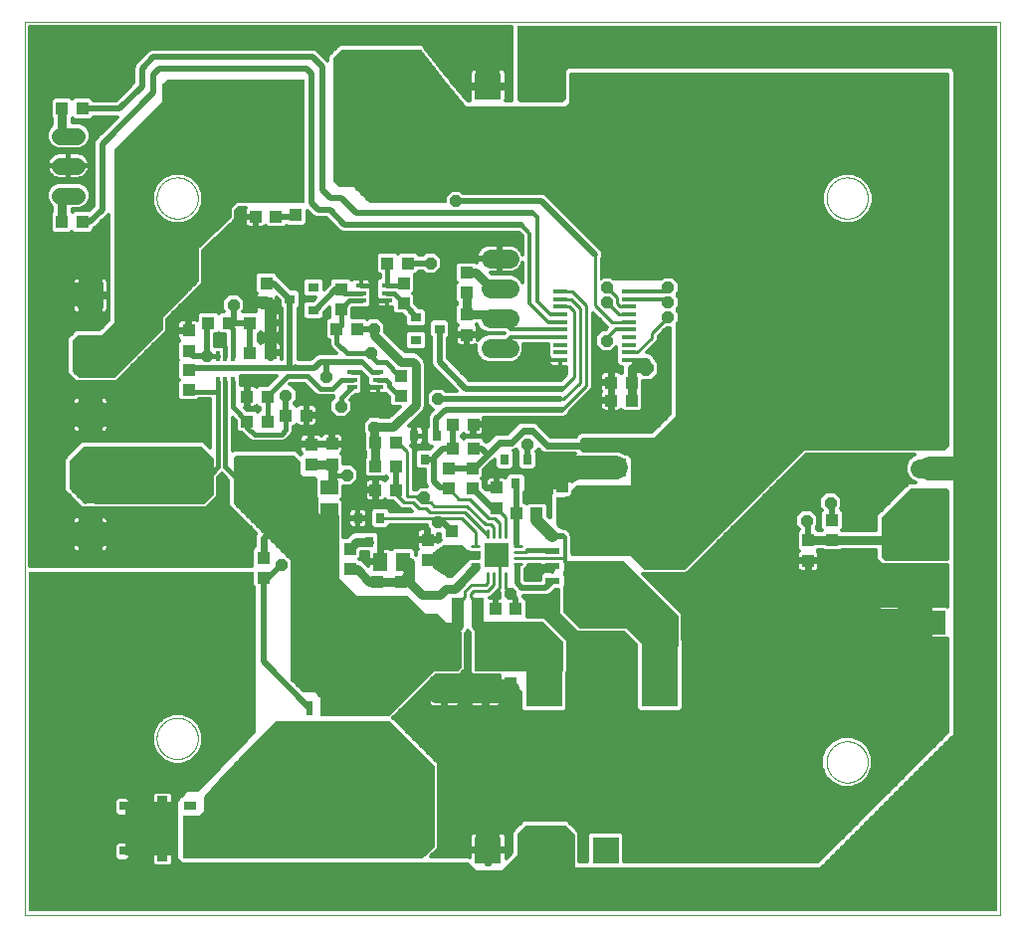
<source format=gtl>
G75*
%MOIN*%
%OFA0B0*%
%FSLAX25Y25*%
%IPPOS*%
%LPD*%
%AMOC8*
5,1,8,0,0,1.08239X$1,22.5*
%
%ADD10C,0.00000*%
%ADD11R,0.04134X0.04252*%
%ADD12R,0.03937X0.04331*%
%ADD13R,0.04331X0.03937*%
%ADD14R,0.04252X0.04134*%
%ADD15R,0.07087X0.06299*%
%ADD16R,0.24409X0.22835*%
%ADD17R,0.11811X0.06299*%
%ADD18R,0.03150X0.03543*%
%ADD19R,0.03543X0.03150*%
%ADD20R,0.03937X0.02953*%
%ADD21R,0.15965X0.17953*%
%ADD22R,0.03563X0.01949*%
%ADD23R,0.01870X0.02953*%
%ADD24C,0.01102*%
%ADD25R,0.08425X0.08425*%
%ADD26C,0.03581*%
%ADD27R,0.04724X0.01181*%
%ADD28R,0.01575X0.03543*%
%ADD29C,0.06337*%
%ADD30R,0.08858X0.08858*%
%ADD31R,0.12205X0.21654*%
%ADD32C,0.05600*%
%ADD33R,0.05000X0.02402*%
%ADD34R,0.12795X0.06496*%
%ADD35R,0.03543X0.01575*%
%ADD36R,0.02402X0.05000*%
%ADD37R,0.07087X0.10630*%
%ADD38R,0.05906X0.05118*%
%ADD39R,0.05118X0.05906*%
%ADD40R,0.06299X0.07098*%
%ADD41R,0.20866X0.07874*%
%ADD42OC8,0.05937*%
%ADD43C,0.01181*%
%ADD44R,0.05937X0.05937*%
%ADD45C,0.00787*%
%ADD46C,0.02756*%
%ADD47C,0.01575*%
%ADD48OC8,0.03969*%
%ADD49C,0.03937*%
%ADD50C,0.07874*%
%ADD51C,0.01969*%
%ADD52C,0.11811*%
%ADD53C,0.02362*%
%ADD54C,0.00039*%
%ADD55C,0.00800*%
%ADD56C,0.00394*%
%ADD57C,0.00984*%
%ADD58C,0.01600*%
%ADD59C,0.03150*%
%ADD60OC8,0.05150*%
D10*
X0022260Y0022260D02*
X0349031Y0022260D01*
X0349031Y0321472D01*
X0022260Y0321472D01*
X0022260Y0022260D01*
X0066551Y0081315D02*
X0066553Y0081484D01*
X0066559Y0081653D01*
X0066570Y0081822D01*
X0066584Y0081990D01*
X0066603Y0082158D01*
X0066626Y0082326D01*
X0066652Y0082493D01*
X0066683Y0082659D01*
X0066718Y0082825D01*
X0066757Y0082989D01*
X0066801Y0083153D01*
X0066848Y0083315D01*
X0066899Y0083476D01*
X0066954Y0083636D01*
X0067013Y0083795D01*
X0067075Y0083952D01*
X0067142Y0084107D01*
X0067213Y0084261D01*
X0067287Y0084413D01*
X0067365Y0084563D01*
X0067446Y0084711D01*
X0067531Y0084857D01*
X0067620Y0085001D01*
X0067712Y0085143D01*
X0067808Y0085282D01*
X0067907Y0085419D01*
X0068009Y0085554D01*
X0068115Y0085686D01*
X0068224Y0085815D01*
X0068336Y0085942D01*
X0068451Y0086066D01*
X0068569Y0086187D01*
X0068690Y0086305D01*
X0068814Y0086420D01*
X0068941Y0086532D01*
X0069070Y0086641D01*
X0069202Y0086747D01*
X0069337Y0086849D01*
X0069474Y0086948D01*
X0069613Y0087044D01*
X0069755Y0087136D01*
X0069899Y0087225D01*
X0070045Y0087310D01*
X0070193Y0087391D01*
X0070343Y0087469D01*
X0070495Y0087543D01*
X0070649Y0087614D01*
X0070804Y0087681D01*
X0070961Y0087743D01*
X0071120Y0087802D01*
X0071280Y0087857D01*
X0071441Y0087908D01*
X0071603Y0087955D01*
X0071767Y0087999D01*
X0071931Y0088038D01*
X0072097Y0088073D01*
X0072263Y0088104D01*
X0072430Y0088130D01*
X0072598Y0088153D01*
X0072766Y0088172D01*
X0072934Y0088186D01*
X0073103Y0088197D01*
X0073272Y0088203D01*
X0073441Y0088205D01*
X0073610Y0088203D01*
X0073779Y0088197D01*
X0073948Y0088186D01*
X0074116Y0088172D01*
X0074284Y0088153D01*
X0074452Y0088130D01*
X0074619Y0088104D01*
X0074785Y0088073D01*
X0074951Y0088038D01*
X0075115Y0087999D01*
X0075279Y0087955D01*
X0075441Y0087908D01*
X0075602Y0087857D01*
X0075762Y0087802D01*
X0075921Y0087743D01*
X0076078Y0087681D01*
X0076233Y0087614D01*
X0076387Y0087543D01*
X0076539Y0087469D01*
X0076689Y0087391D01*
X0076837Y0087310D01*
X0076983Y0087225D01*
X0077127Y0087136D01*
X0077269Y0087044D01*
X0077408Y0086948D01*
X0077545Y0086849D01*
X0077680Y0086747D01*
X0077812Y0086641D01*
X0077941Y0086532D01*
X0078068Y0086420D01*
X0078192Y0086305D01*
X0078313Y0086187D01*
X0078431Y0086066D01*
X0078546Y0085942D01*
X0078658Y0085815D01*
X0078767Y0085686D01*
X0078873Y0085554D01*
X0078975Y0085419D01*
X0079074Y0085282D01*
X0079170Y0085143D01*
X0079262Y0085001D01*
X0079351Y0084857D01*
X0079436Y0084711D01*
X0079517Y0084563D01*
X0079595Y0084413D01*
X0079669Y0084261D01*
X0079740Y0084107D01*
X0079807Y0083952D01*
X0079869Y0083795D01*
X0079928Y0083636D01*
X0079983Y0083476D01*
X0080034Y0083315D01*
X0080081Y0083153D01*
X0080125Y0082989D01*
X0080164Y0082825D01*
X0080199Y0082659D01*
X0080230Y0082493D01*
X0080256Y0082326D01*
X0080279Y0082158D01*
X0080298Y0081990D01*
X0080312Y0081822D01*
X0080323Y0081653D01*
X0080329Y0081484D01*
X0080331Y0081315D01*
X0080329Y0081146D01*
X0080323Y0080977D01*
X0080312Y0080808D01*
X0080298Y0080640D01*
X0080279Y0080472D01*
X0080256Y0080304D01*
X0080230Y0080137D01*
X0080199Y0079971D01*
X0080164Y0079805D01*
X0080125Y0079641D01*
X0080081Y0079477D01*
X0080034Y0079315D01*
X0079983Y0079154D01*
X0079928Y0078994D01*
X0079869Y0078835D01*
X0079807Y0078678D01*
X0079740Y0078523D01*
X0079669Y0078369D01*
X0079595Y0078217D01*
X0079517Y0078067D01*
X0079436Y0077919D01*
X0079351Y0077773D01*
X0079262Y0077629D01*
X0079170Y0077487D01*
X0079074Y0077348D01*
X0078975Y0077211D01*
X0078873Y0077076D01*
X0078767Y0076944D01*
X0078658Y0076815D01*
X0078546Y0076688D01*
X0078431Y0076564D01*
X0078313Y0076443D01*
X0078192Y0076325D01*
X0078068Y0076210D01*
X0077941Y0076098D01*
X0077812Y0075989D01*
X0077680Y0075883D01*
X0077545Y0075781D01*
X0077408Y0075682D01*
X0077269Y0075586D01*
X0077127Y0075494D01*
X0076983Y0075405D01*
X0076837Y0075320D01*
X0076689Y0075239D01*
X0076539Y0075161D01*
X0076387Y0075087D01*
X0076233Y0075016D01*
X0076078Y0074949D01*
X0075921Y0074887D01*
X0075762Y0074828D01*
X0075602Y0074773D01*
X0075441Y0074722D01*
X0075279Y0074675D01*
X0075115Y0074631D01*
X0074951Y0074592D01*
X0074785Y0074557D01*
X0074619Y0074526D01*
X0074452Y0074500D01*
X0074284Y0074477D01*
X0074116Y0074458D01*
X0073948Y0074444D01*
X0073779Y0074433D01*
X0073610Y0074427D01*
X0073441Y0074425D01*
X0073272Y0074427D01*
X0073103Y0074433D01*
X0072934Y0074444D01*
X0072766Y0074458D01*
X0072598Y0074477D01*
X0072430Y0074500D01*
X0072263Y0074526D01*
X0072097Y0074557D01*
X0071931Y0074592D01*
X0071767Y0074631D01*
X0071603Y0074675D01*
X0071441Y0074722D01*
X0071280Y0074773D01*
X0071120Y0074828D01*
X0070961Y0074887D01*
X0070804Y0074949D01*
X0070649Y0075016D01*
X0070495Y0075087D01*
X0070343Y0075161D01*
X0070193Y0075239D01*
X0070045Y0075320D01*
X0069899Y0075405D01*
X0069755Y0075494D01*
X0069613Y0075586D01*
X0069474Y0075682D01*
X0069337Y0075781D01*
X0069202Y0075883D01*
X0069070Y0075989D01*
X0068941Y0076098D01*
X0068814Y0076210D01*
X0068690Y0076325D01*
X0068569Y0076443D01*
X0068451Y0076564D01*
X0068336Y0076688D01*
X0068224Y0076815D01*
X0068115Y0076944D01*
X0068009Y0077076D01*
X0067907Y0077211D01*
X0067808Y0077348D01*
X0067712Y0077487D01*
X0067620Y0077629D01*
X0067531Y0077773D01*
X0067446Y0077919D01*
X0067365Y0078067D01*
X0067287Y0078217D01*
X0067213Y0078369D01*
X0067142Y0078523D01*
X0067075Y0078678D01*
X0067013Y0078835D01*
X0066954Y0078994D01*
X0066899Y0079154D01*
X0066848Y0079315D01*
X0066801Y0079477D01*
X0066757Y0079641D01*
X0066718Y0079805D01*
X0066683Y0079971D01*
X0066652Y0080137D01*
X0066626Y0080304D01*
X0066603Y0080472D01*
X0066584Y0080640D01*
X0066570Y0080808D01*
X0066559Y0080977D01*
X0066553Y0081146D01*
X0066551Y0081315D01*
X0066551Y0262417D02*
X0066553Y0262586D01*
X0066559Y0262755D01*
X0066570Y0262924D01*
X0066584Y0263092D01*
X0066603Y0263260D01*
X0066626Y0263428D01*
X0066652Y0263595D01*
X0066683Y0263761D01*
X0066718Y0263927D01*
X0066757Y0264091D01*
X0066801Y0264255D01*
X0066848Y0264417D01*
X0066899Y0264578D01*
X0066954Y0264738D01*
X0067013Y0264897D01*
X0067075Y0265054D01*
X0067142Y0265209D01*
X0067213Y0265363D01*
X0067287Y0265515D01*
X0067365Y0265665D01*
X0067446Y0265813D01*
X0067531Y0265959D01*
X0067620Y0266103D01*
X0067712Y0266245D01*
X0067808Y0266384D01*
X0067907Y0266521D01*
X0068009Y0266656D01*
X0068115Y0266788D01*
X0068224Y0266917D01*
X0068336Y0267044D01*
X0068451Y0267168D01*
X0068569Y0267289D01*
X0068690Y0267407D01*
X0068814Y0267522D01*
X0068941Y0267634D01*
X0069070Y0267743D01*
X0069202Y0267849D01*
X0069337Y0267951D01*
X0069474Y0268050D01*
X0069613Y0268146D01*
X0069755Y0268238D01*
X0069899Y0268327D01*
X0070045Y0268412D01*
X0070193Y0268493D01*
X0070343Y0268571D01*
X0070495Y0268645D01*
X0070649Y0268716D01*
X0070804Y0268783D01*
X0070961Y0268845D01*
X0071120Y0268904D01*
X0071280Y0268959D01*
X0071441Y0269010D01*
X0071603Y0269057D01*
X0071767Y0269101D01*
X0071931Y0269140D01*
X0072097Y0269175D01*
X0072263Y0269206D01*
X0072430Y0269232D01*
X0072598Y0269255D01*
X0072766Y0269274D01*
X0072934Y0269288D01*
X0073103Y0269299D01*
X0073272Y0269305D01*
X0073441Y0269307D01*
X0073610Y0269305D01*
X0073779Y0269299D01*
X0073948Y0269288D01*
X0074116Y0269274D01*
X0074284Y0269255D01*
X0074452Y0269232D01*
X0074619Y0269206D01*
X0074785Y0269175D01*
X0074951Y0269140D01*
X0075115Y0269101D01*
X0075279Y0269057D01*
X0075441Y0269010D01*
X0075602Y0268959D01*
X0075762Y0268904D01*
X0075921Y0268845D01*
X0076078Y0268783D01*
X0076233Y0268716D01*
X0076387Y0268645D01*
X0076539Y0268571D01*
X0076689Y0268493D01*
X0076837Y0268412D01*
X0076983Y0268327D01*
X0077127Y0268238D01*
X0077269Y0268146D01*
X0077408Y0268050D01*
X0077545Y0267951D01*
X0077680Y0267849D01*
X0077812Y0267743D01*
X0077941Y0267634D01*
X0078068Y0267522D01*
X0078192Y0267407D01*
X0078313Y0267289D01*
X0078431Y0267168D01*
X0078546Y0267044D01*
X0078658Y0266917D01*
X0078767Y0266788D01*
X0078873Y0266656D01*
X0078975Y0266521D01*
X0079074Y0266384D01*
X0079170Y0266245D01*
X0079262Y0266103D01*
X0079351Y0265959D01*
X0079436Y0265813D01*
X0079517Y0265665D01*
X0079595Y0265515D01*
X0079669Y0265363D01*
X0079740Y0265209D01*
X0079807Y0265054D01*
X0079869Y0264897D01*
X0079928Y0264738D01*
X0079983Y0264578D01*
X0080034Y0264417D01*
X0080081Y0264255D01*
X0080125Y0264091D01*
X0080164Y0263927D01*
X0080199Y0263761D01*
X0080230Y0263595D01*
X0080256Y0263428D01*
X0080279Y0263260D01*
X0080298Y0263092D01*
X0080312Y0262924D01*
X0080323Y0262755D01*
X0080329Y0262586D01*
X0080331Y0262417D01*
X0080329Y0262248D01*
X0080323Y0262079D01*
X0080312Y0261910D01*
X0080298Y0261742D01*
X0080279Y0261574D01*
X0080256Y0261406D01*
X0080230Y0261239D01*
X0080199Y0261073D01*
X0080164Y0260907D01*
X0080125Y0260743D01*
X0080081Y0260579D01*
X0080034Y0260417D01*
X0079983Y0260256D01*
X0079928Y0260096D01*
X0079869Y0259937D01*
X0079807Y0259780D01*
X0079740Y0259625D01*
X0079669Y0259471D01*
X0079595Y0259319D01*
X0079517Y0259169D01*
X0079436Y0259021D01*
X0079351Y0258875D01*
X0079262Y0258731D01*
X0079170Y0258589D01*
X0079074Y0258450D01*
X0078975Y0258313D01*
X0078873Y0258178D01*
X0078767Y0258046D01*
X0078658Y0257917D01*
X0078546Y0257790D01*
X0078431Y0257666D01*
X0078313Y0257545D01*
X0078192Y0257427D01*
X0078068Y0257312D01*
X0077941Y0257200D01*
X0077812Y0257091D01*
X0077680Y0256985D01*
X0077545Y0256883D01*
X0077408Y0256784D01*
X0077269Y0256688D01*
X0077127Y0256596D01*
X0076983Y0256507D01*
X0076837Y0256422D01*
X0076689Y0256341D01*
X0076539Y0256263D01*
X0076387Y0256189D01*
X0076233Y0256118D01*
X0076078Y0256051D01*
X0075921Y0255989D01*
X0075762Y0255930D01*
X0075602Y0255875D01*
X0075441Y0255824D01*
X0075279Y0255777D01*
X0075115Y0255733D01*
X0074951Y0255694D01*
X0074785Y0255659D01*
X0074619Y0255628D01*
X0074452Y0255602D01*
X0074284Y0255579D01*
X0074116Y0255560D01*
X0073948Y0255546D01*
X0073779Y0255535D01*
X0073610Y0255529D01*
X0073441Y0255527D01*
X0073272Y0255529D01*
X0073103Y0255535D01*
X0072934Y0255546D01*
X0072766Y0255560D01*
X0072598Y0255579D01*
X0072430Y0255602D01*
X0072263Y0255628D01*
X0072097Y0255659D01*
X0071931Y0255694D01*
X0071767Y0255733D01*
X0071603Y0255777D01*
X0071441Y0255824D01*
X0071280Y0255875D01*
X0071120Y0255930D01*
X0070961Y0255989D01*
X0070804Y0256051D01*
X0070649Y0256118D01*
X0070495Y0256189D01*
X0070343Y0256263D01*
X0070193Y0256341D01*
X0070045Y0256422D01*
X0069899Y0256507D01*
X0069755Y0256596D01*
X0069613Y0256688D01*
X0069474Y0256784D01*
X0069337Y0256883D01*
X0069202Y0256985D01*
X0069070Y0257091D01*
X0068941Y0257200D01*
X0068814Y0257312D01*
X0068690Y0257427D01*
X0068569Y0257545D01*
X0068451Y0257666D01*
X0068336Y0257790D01*
X0068224Y0257917D01*
X0068115Y0258046D01*
X0068009Y0258178D01*
X0067907Y0258313D01*
X0067808Y0258450D01*
X0067712Y0258589D01*
X0067620Y0258731D01*
X0067531Y0258875D01*
X0067446Y0259021D01*
X0067365Y0259169D01*
X0067287Y0259319D01*
X0067213Y0259471D01*
X0067142Y0259625D01*
X0067075Y0259780D01*
X0067013Y0259937D01*
X0066954Y0260096D01*
X0066899Y0260256D01*
X0066848Y0260417D01*
X0066801Y0260579D01*
X0066757Y0260743D01*
X0066718Y0260907D01*
X0066683Y0261073D01*
X0066652Y0261239D01*
X0066626Y0261406D01*
X0066603Y0261574D01*
X0066584Y0261742D01*
X0066570Y0261910D01*
X0066559Y0262079D01*
X0066553Y0262248D01*
X0066551Y0262417D01*
X0290960Y0262417D02*
X0290962Y0262586D01*
X0290968Y0262755D01*
X0290979Y0262924D01*
X0290993Y0263092D01*
X0291012Y0263260D01*
X0291035Y0263428D01*
X0291061Y0263595D01*
X0291092Y0263761D01*
X0291127Y0263927D01*
X0291166Y0264091D01*
X0291210Y0264255D01*
X0291257Y0264417D01*
X0291308Y0264578D01*
X0291363Y0264738D01*
X0291422Y0264897D01*
X0291484Y0265054D01*
X0291551Y0265209D01*
X0291622Y0265363D01*
X0291696Y0265515D01*
X0291774Y0265665D01*
X0291855Y0265813D01*
X0291940Y0265959D01*
X0292029Y0266103D01*
X0292121Y0266245D01*
X0292217Y0266384D01*
X0292316Y0266521D01*
X0292418Y0266656D01*
X0292524Y0266788D01*
X0292633Y0266917D01*
X0292745Y0267044D01*
X0292860Y0267168D01*
X0292978Y0267289D01*
X0293099Y0267407D01*
X0293223Y0267522D01*
X0293350Y0267634D01*
X0293479Y0267743D01*
X0293611Y0267849D01*
X0293746Y0267951D01*
X0293883Y0268050D01*
X0294022Y0268146D01*
X0294164Y0268238D01*
X0294308Y0268327D01*
X0294454Y0268412D01*
X0294602Y0268493D01*
X0294752Y0268571D01*
X0294904Y0268645D01*
X0295058Y0268716D01*
X0295213Y0268783D01*
X0295370Y0268845D01*
X0295529Y0268904D01*
X0295689Y0268959D01*
X0295850Y0269010D01*
X0296012Y0269057D01*
X0296176Y0269101D01*
X0296340Y0269140D01*
X0296506Y0269175D01*
X0296672Y0269206D01*
X0296839Y0269232D01*
X0297007Y0269255D01*
X0297175Y0269274D01*
X0297343Y0269288D01*
X0297512Y0269299D01*
X0297681Y0269305D01*
X0297850Y0269307D01*
X0298019Y0269305D01*
X0298188Y0269299D01*
X0298357Y0269288D01*
X0298525Y0269274D01*
X0298693Y0269255D01*
X0298861Y0269232D01*
X0299028Y0269206D01*
X0299194Y0269175D01*
X0299360Y0269140D01*
X0299524Y0269101D01*
X0299688Y0269057D01*
X0299850Y0269010D01*
X0300011Y0268959D01*
X0300171Y0268904D01*
X0300330Y0268845D01*
X0300487Y0268783D01*
X0300642Y0268716D01*
X0300796Y0268645D01*
X0300948Y0268571D01*
X0301098Y0268493D01*
X0301246Y0268412D01*
X0301392Y0268327D01*
X0301536Y0268238D01*
X0301678Y0268146D01*
X0301817Y0268050D01*
X0301954Y0267951D01*
X0302089Y0267849D01*
X0302221Y0267743D01*
X0302350Y0267634D01*
X0302477Y0267522D01*
X0302601Y0267407D01*
X0302722Y0267289D01*
X0302840Y0267168D01*
X0302955Y0267044D01*
X0303067Y0266917D01*
X0303176Y0266788D01*
X0303282Y0266656D01*
X0303384Y0266521D01*
X0303483Y0266384D01*
X0303579Y0266245D01*
X0303671Y0266103D01*
X0303760Y0265959D01*
X0303845Y0265813D01*
X0303926Y0265665D01*
X0304004Y0265515D01*
X0304078Y0265363D01*
X0304149Y0265209D01*
X0304216Y0265054D01*
X0304278Y0264897D01*
X0304337Y0264738D01*
X0304392Y0264578D01*
X0304443Y0264417D01*
X0304490Y0264255D01*
X0304534Y0264091D01*
X0304573Y0263927D01*
X0304608Y0263761D01*
X0304639Y0263595D01*
X0304665Y0263428D01*
X0304688Y0263260D01*
X0304707Y0263092D01*
X0304721Y0262924D01*
X0304732Y0262755D01*
X0304738Y0262586D01*
X0304740Y0262417D01*
X0304738Y0262248D01*
X0304732Y0262079D01*
X0304721Y0261910D01*
X0304707Y0261742D01*
X0304688Y0261574D01*
X0304665Y0261406D01*
X0304639Y0261239D01*
X0304608Y0261073D01*
X0304573Y0260907D01*
X0304534Y0260743D01*
X0304490Y0260579D01*
X0304443Y0260417D01*
X0304392Y0260256D01*
X0304337Y0260096D01*
X0304278Y0259937D01*
X0304216Y0259780D01*
X0304149Y0259625D01*
X0304078Y0259471D01*
X0304004Y0259319D01*
X0303926Y0259169D01*
X0303845Y0259021D01*
X0303760Y0258875D01*
X0303671Y0258731D01*
X0303579Y0258589D01*
X0303483Y0258450D01*
X0303384Y0258313D01*
X0303282Y0258178D01*
X0303176Y0258046D01*
X0303067Y0257917D01*
X0302955Y0257790D01*
X0302840Y0257666D01*
X0302722Y0257545D01*
X0302601Y0257427D01*
X0302477Y0257312D01*
X0302350Y0257200D01*
X0302221Y0257091D01*
X0302089Y0256985D01*
X0301954Y0256883D01*
X0301817Y0256784D01*
X0301678Y0256688D01*
X0301536Y0256596D01*
X0301392Y0256507D01*
X0301246Y0256422D01*
X0301098Y0256341D01*
X0300948Y0256263D01*
X0300796Y0256189D01*
X0300642Y0256118D01*
X0300487Y0256051D01*
X0300330Y0255989D01*
X0300171Y0255930D01*
X0300011Y0255875D01*
X0299850Y0255824D01*
X0299688Y0255777D01*
X0299524Y0255733D01*
X0299360Y0255694D01*
X0299194Y0255659D01*
X0299028Y0255628D01*
X0298861Y0255602D01*
X0298693Y0255579D01*
X0298525Y0255560D01*
X0298357Y0255546D01*
X0298188Y0255535D01*
X0298019Y0255529D01*
X0297850Y0255527D01*
X0297681Y0255529D01*
X0297512Y0255535D01*
X0297343Y0255546D01*
X0297175Y0255560D01*
X0297007Y0255579D01*
X0296839Y0255602D01*
X0296672Y0255628D01*
X0296506Y0255659D01*
X0296340Y0255694D01*
X0296176Y0255733D01*
X0296012Y0255777D01*
X0295850Y0255824D01*
X0295689Y0255875D01*
X0295529Y0255930D01*
X0295370Y0255989D01*
X0295213Y0256051D01*
X0295058Y0256118D01*
X0294904Y0256189D01*
X0294752Y0256263D01*
X0294602Y0256341D01*
X0294454Y0256422D01*
X0294308Y0256507D01*
X0294164Y0256596D01*
X0294022Y0256688D01*
X0293883Y0256784D01*
X0293746Y0256883D01*
X0293611Y0256985D01*
X0293479Y0257091D01*
X0293350Y0257200D01*
X0293223Y0257312D01*
X0293099Y0257427D01*
X0292978Y0257545D01*
X0292860Y0257666D01*
X0292745Y0257790D01*
X0292633Y0257917D01*
X0292524Y0258046D01*
X0292418Y0258178D01*
X0292316Y0258313D01*
X0292217Y0258450D01*
X0292121Y0258589D01*
X0292029Y0258731D01*
X0291940Y0258875D01*
X0291855Y0259021D01*
X0291774Y0259169D01*
X0291696Y0259319D01*
X0291622Y0259471D01*
X0291551Y0259625D01*
X0291484Y0259780D01*
X0291422Y0259937D01*
X0291363Y0260096D01*
X0291308Y0260256D01*
X0291257Y0260417D01*
X0291210Y0260579D01*
X0291166Y0260743D01*
X0291127Y0260907D01*
X0291092Y0261073D01*
X0291061Y0261239D01*
X0291035Y0261406D01*
X0291012Y0261574D01*
X0290993Y0261742D01*
X0290979Y0261910D01*
X0290968Y0262079D01*
X0290962Y0262248D01*
X0290960Y0262417D01*
X0290960Y0073441D02*
X0290962Y0073610D01*
X0290968Y0073779D01*
X0290979Y0073948D01*
X0290993Y0074116D01*
X0291012Y0074284D01*
X0291035Y0074452D01*
X0291061Y0074619D01*
X0291092Y0074785D01*
X0291127Y0074951D01*
X0291166Y0075115D01*
X0291210Y0075279D01*
X0291257Y0075441D01*
X0291308Y0075602D01*
X0291363Y0075762D01*
X0291422Y0075921D01*
X0291484Y0076078D01*
X0291551Y0076233D01*
X0291622Y0076387D01*
X0291696Y0076539D01*
X0291774Y0076689D01*
X0291855Y0076837D01*
X0291940Y0076983D01*
X0292029Y0077127D01*
X0292121Y0077269D01*
X0292217Y0077408D01*
X0292316Y0077545D01*
X0292418Y0077680D01*
X0292524Y0077812D01*
X0292633Y0077941D01*
X0292745Y0078068D01*
X0292860Y0078192D01*
X0292978Y0078313D01*
X0293099Y0078431D01*
X0293223Y0078546D01*
X0293350Y0078658D01*
X0293479Y0078767D01*
X0293611Y0078873D01*
X0293746Y0078975D01*
X0293883Y0079074D01*
X0294022Y0079170D01*
X0294164Y0079262D01*
X0294308Y0079351D01*
X0294454Y0079436D01*
X0294602Y0079517D01*
X0294752Y0079595D01*
X0294904Y0079669D01*
X0295058Y0079740D01*
X0295213Y0079807D01*
X0295370Y0079869D01*
X0295529Y0079928D01*
X0295689Y0079983D01*
X0295850Y0080034D01*
X0296012Y0080081D01*
X0296176Y0080125D01*
X0296340Y0080164D01*
X0296506Y0080199D01*
X0296672Y0080230D01*
X0296839Y0080256D01*
X0297007Y0080279D01*
X0297175Y0080298D01*
X0297343Y0080312D01*
X0297512Y0080323D01*
X0297681Y0080329D01*
X0297850Y0080331D01*
X0298019Y0080329D01*
X0298188Y0080323D01*
X0298357Y0080312D01*
X0298525Y0080298D01*
X0298693Y0080279D01*
X0298861Y0080256D01*
X0299028Y0080230D01*
X0299194Y0080199D01*
X0299360Y0080164D01*
X0299524Y0080125D01*
X0299688Y0080081D01*
X0299850Y0080034D01*
X0300011Y0079983D01*
X0300171Y0079928D01*
X0300330Y0079869D01*
X0300487Y0079807D01*
X0300642Y0079740D01*
X0300796Y0079669D01*
X0300948Y0079595D01*
X0301098Y0079517D01*
X0301246Y0079436D01*
X0301392Y0079351D01*
X0301536Y0079262D01*
X0301678Y0079170D01*
X0301817Y0079074D01*
X0301954Y0078975D01*
X0302089Y0078873D01*
X0302221Y0078767D01*
X0302350Y0078658D01*
X0302477Y0078546D01*
X0302601Y0078431D01*
X0302722Y0078313D01*
X0302840Y0078192D01*
X0302955Y0078068D01*
X0303067Y0077941D01*
X0303176Y0077812D01*
X0303282Y0077680D01*
X0303384Y0077545D01*
X0303483Y0077408D01*
X0303579Y0077269D01*
X0303671Y0077127D01*
X0303760Y0076983D01*
X0303845Y0076837D01*
X0303926Y0076689D01*
X0304004Y0076539D01*
X0304078Y0076387D01*
X0304149Y0076233D01*
X0304216Y0076078D01*
X0304278Y0075921D01*
X0304337Y0075762D01*
X0304392Y0075602D01*
X0304443Y0075441D01*
X0304490Y0075279D01*
X0304534Y0075115D01*
X0304573Y0074951D01*
X0304608Y0074785D01*
X0304639Y0074619D01*
X0304665Y0074452D01*
X0304688Y0074284D01*
X0304707Y0074116D01*
X0304721Y0073948D01*
X0304732Y0073779D01*
X0304738Y0073610D01*
X0304740Y0073441D01*
X0304738Y0073272D01*
X0304732Y0073103D01*
X0304721Y0072934D01*
X0304707Y0072766D01*
X0304688Y0072598D01*
X0304665Y0072430D01*
X0304639Y0072263D01*
X0304608Y0072097D01*
X0304573Y0071931D01*
X0304534Y0071767D01*
X0304490Y0071603D01*
X0304443Y0071441D01*
X0304392Y0071280D01*
X0304337Y0071120D01*
X0304278Y0070961D01*
X0304216Y0070804D01*
X0304149Y0070649D01*
X0304078Y0070495D01*
X0304004Y0070343D01*
X0303926Y0070193D01*
X0303845Y0070045D01*
X0303760Y0069899D01*
X0303671Y0069755D01*
X0303579Y0069613D01*
X0303483Y0069474D01*
X0303384Y0069337D01*
X0303282Y0069202D01*
X0303176Y0069070D01*
X0303067Y0068941D01*
X0302955Y0068814D01*
X0302840Y0068690D01*
X0302722Y0068569D01*
X0302601Y0068451D01*
X0302477Y0068336D01*
X0302350Y0068224D01*
X0302221Y0068115D01*
X0302089Y0068009D01*
X0301954Y0067907D01*
X0301817Y0067808D01*
X0301678Y0067712D01*
X0301536Y0067620D01*
X0301392Y0067531D01*
X0301246Y0067446D01*
X0301098Y0067365D01*
X0300948Y0067287D01*
X0300796Y0067213D01*
X0300642Y0067142D01*
X0300487Y0067075D01*
X0300330Y0067013D01*
X0300171Y0066954D01*
X0300011Y0066899D01*
X0299850Y0066848D01*
X0299688Y0066801D01*
X0299524Y0066757D01*
X0299360Y0066718D01*
X0299194Y0066683D01*
X0299028Y0066652D01*
X0298861Y0066626D01*
X0298693Y0066603D01*
X0298525Y0066584D01*
X0298357Y0066570D01*
X0298188Y0066559D01*
X0298019Y0066553D01*
X0297850Y0066551D01*
X0297681Y0066553D01*
X0297512Y0066559D01*
X0297343Y0066570D01*
X0297175Y0066584D01*
X0297007Y0066603D01*
X0296839Y0066626D01*
X0296672Y0066652D01*
X0296506Y0066683D01*
X0296340Y0066718D01*
X0296176Y0066757D01*
X0296012Y0066801D01*
X0295850Y0066848D01*
X0295689Y0066899D01*
X0295529Y0066954D01*
X0295370Y0067013D01*
X0295213Y0067075D01*
X0295058Y0067142D01*
X0294904Y0067213D01*
X0294752Y0067287D01*
X0294602Y0067365D01*
X0294454Y0067446D01*
X0294308Y0067531D01*
X0294164Y0067620D01*
X0294022Y0067712D01*
X0293883Y0067808D01*
X0293746Y0067907D01*
X0293611Y0068009D01*
X0293479Y0068115D01*
X0293350Y0068224D01*
X0293223Y0068336D01*
X0293099Y0068451D01*
X0292978Y0068569D01*
X0292860Y0068690D01*
X0292745Y0068814D01*
X0292633Y0068941D01*
X0292524Y0069070D01*
X0292418Y0069202D01*
X0292316Y0069337D01*
X0292217Y0069474D01*
X0292121Y0069613D01*
X0292029Y0069755D01*
X0291940Y0069899D01*
X0291855Y0070045D01*
X0291774Y0070193D01*
X0291696Y0070343D01*
X0291622Y0070495D01*
X0291551Y0070649D01*
X0291484Y0070804D01*
X0291422Y0070961D01*
X0291363Y0071120D01*
X0291308Y0071280D01*
X0291257Y0071441D01*
X0291210Y0071603D01*
X0291166Y0071767D01*
X0291127Y0071931D01*
X0291092Y0072097D01*
X0291061Y0072263D01*
X0291035Y0072430D01*
X0291012Y0072598D01*
X0290993Y0072766D01*
X0290979Y0072934D01*
X0290968Y0073103D01*
X0290962Y0073272D01*
X0290960Y0073441D01*
D11*
X0225705Y0194591D03*
X0218815Y0194591D03*
X0218815Y0200591D03*
X0225705Y0200591D03*
X0116705Y0189591D03*
X0109815Y0189591D03*
X0104705Y0210591D03*
X0097815Y0210591D03*
D12*
X0097913Y0220591D03*
X0104606Y0220591D03*
X0103260Y0227244D03*
X0103260Y0233937D03*
X0090606Y0220591D03*
X0083913Y0220591D03*
X0096913Y0195929D03*
X0103606Y0195929D03*
X0103606Y0187591D03*
X0096913Y0187591D03*
X0126913Y0218591D03*
X0133606Y0218591D03*
X0143913Y0240591D03*
X0150606Y0240591D03*
X0165913Y0186591D03*
X0172606Y0186591D03*
X0180480Y0165291D03*
X0180480Y0158598D03*
X0202299Y0159197D03*
X0202299Y0165890D03*
X0157260Y0147937D03*
X0157260Y0141244D03*
X0140260Y0133937D03*
X0140260Y0127244D03*
X0139913Y0164591D03*
X0146606Y0164591D03*
X0146606Y0172591D03*
X0139913Y0172591D03*
X0139913Y0180591D03*
X0146606Y0180591D03*
X0184976Y0106441D03*
X0184976Y0099748D03*
X0041598Y0254378D03*
X0034906Y0254378D03*
X0034906Y0292378D03*
X0041598Y0292378D03*
D13*
X0099748Y0256165D03*
X0106441Y0256165D03*
X0113189Y0256701D03*
X0113189Y0263394D03*
X0149260Y0233937D03*
X0149260Y0227244D03*
X0128260Y0225244D03*
X0128260Y0231937D03*
X0148260Y0202937D03*
X0148260Y0196244D03*
X0165913Y0178591D03*
X0164260Y0171937D03*
X0164260Y0165244D03*
X0172260Y0165244D03*
X0172260Y0171937D03*
X0172606Y0178591D03*
X0187181Y0156717D03*
X0193874Y0156717D03*
X0165260Y0150937D03*
X0165260Y0144244D03*
X0148260Y0133937D03*
X0148260Y0127244D03*
X0131260Y0138244D03*
X0131260Y0144937D03*
X0102260Y0141937D03*
X0102260Y0135244D03*
X0118260Y0173244D03*
X0118260Y0179937D03*
X0077260Y0198244D03*
X0077260Y0204937D03*
X0170457Y0230693D03*
X0170457Y0237386D03*
X0292795Y0154559D03*
X0292795Y0147866D03*
X0186787Y0124866D03*
X0180094Y0124866D03*
X0174150Y0126323D03*
X0167457Y0126323D03*
D14*
X0125260Y0173146D03*
X0125260Y0180035D03*
X0077260Y0211146D03*
X0077260Y0218035D03*
X0170457Y0216594D03*
X0170457Y0223484D03*
X0284850Y0147752D03*
X0284850Y0140862D03*
D15*
X0220409Y0160969D03*
X0210961Y0160969D03*
X0210961Y0171992D03*
X0220409Y0171992D03*
X0176669Y0107504D03*
X0176669Y0096480D03*
X0162929Y0096402D03*
X0162929Y0107425D03*
D16*
X0137898Y0289984D03*
D17*
X0109630Y0280988D03*
X0109630Y0298980D03*
D18*
X0152780Y0182720D03*
X0160260Y0182720D03*
X0156520Y0174846D03*
X0141491Y0155138D03*
X0134011Y0155138D03*
X0137751Y0147264D03*
X0183165Y0174815D03*
X0190646Y0174815D03*
X0186906Y0166941D03*
D19*
X0153421Y0214850D03*
X0153421Y0222331D03*
X0161295Y0218591D03*
X0119098Y0224850D03*
X0119098Y0232331D03*
X0111224Y0228591D03*
D20*
X0077677Y0058618D03*
X0077677Y0053618D03*
X0077677Y0048618D03*
X0077677Y0043618D03*
D21*
X0063927Y0051118D03*
D22*
X0068455Y0041167D03*
X0068455Y0041167D03*
X0068455Y0061069D03*
X0068455Y0061069D03*
D23*
X0055010Y0058618D03*
X0055010Y0043618D03*
D24*
X0167457Y0126323D02*
X0169819Y0128685D01*
X0169819Y0130654D01*
X0171984Y0132819D01*
X0176709Y0132819D01*
X0177457Y0133567D01*
X0177457Y0135693D01*
X0177457Y0134473D02*
X0177457Y0136913D01*
X0179425Y0136913D02*
X0179425Y0134473D01*
X0179425Y0135693D02*
X0179425Y0132780D01*
X0177496Y0130850D01*
X0172772Y0130850D01*
X0171787Y0129866D01*
X0171787Y0128685D01*
X0174150Y0126323D01*
X0180460Y0124591D02*
X0180460Y0130991D01*
X0181394Y0131924D01*
X0181394Y0135693D01*
X0181394Y0134473D02*
X0181394Y0136913D01*
X0181394Y0135693D02*
X0181394Y0139827D01*
X0182378Y0140811D01*
X0186276Y0141795D02*
X0188716Y0141795D01*
X0187496Y0141795D02*
X0194898Y0141795D01*
X0194976Y0141717D01*
X0190921Y0144394D02*
X0190291Y0143764D01*
X0187496Y0143764D01*
X0186276Y0143764D02*
X0188716Y0143764D01*
X0188716Y0145732D02*
X0186276Y0145732D01*
X0183362Y0148646D02*
X0183362Y0151086D01*
X0183362Y0149866D02*
X0183362Y0155283D01*
X0180480Y0158598D01*
X0179866Y0154984D02*
X0177866Y0154984D01*
X0171260Y0161591D01*
X0167913Y0161591D01*
X0164260Y0165244D01*
X0159583Y0159276D02*
X0158260Y0160591D01*
X0155260Y0160591D01*
X0153260Y0162591D01*
X0150260Y0162591D01*
X0150260Y0177591D01*
X0147260Y0180591D01*
X0146606Y0180591D01*
X0146606Y0164591D02*
X0146606Y0163244D01*
X0149260Y0160591D01*
X0152260Y0160591D01*
X0154260Y0158591D01*
X0155906Y0158583D01*
X0156724Y0158591D01*
X0158087Y0157228D01*
X0169622Y0157228D01*
X0176984Y0149866D01*
X0177457Y0149866D01*
X0177457Y0151086D02*
X0177457Y0148646D01*
X0179425Y0148646D02*
X0179425Y0151086D01*
X0179425Y0152189D02*
X0179425Y0149866D01*
X0181394Y0149866D02*
X0181394Y0153457D01*
X0179866Y0154984D01*
X0178559Y0153016D02*
X0176835Y0153016D01*
X0170575Y0159276D01*
X0159583Y0159276D01*
X0160803Y0155138D02*
X0160803Y0153677D01*
X0160803Y0155138D02*
X0141491Y0155138D01*
X0168713Y0155138D01*
X0173260Y0150591D01*
X0173260Y0145795D01*
X0173323Y0145732D01*
X0172103Y0145732D02*
X0174543Y0145732D01*
X0174543Y0143764D02*
X0172103Y0143764D01*
X0172103Y0141795D02*
X0174543Y0141795D01*
X0174543Y0139827D02*
X0172103Y0139827D01*
X0173323Y0139827D02*
X0173323Y0138913D01*
X0173441Y0138795D01*
X0183362Y0135693D02*
X0183362Y0131520D01*
X0185094Y0129787D01*
X0183362Y0134473D02*
X0183362Y0136913D01*
X0186276Y0139827D02*
X0188716Y0139827D01*
X0181394Y0148646D02*
X0181394Y0151086D01*
X0179425Y0152189D02*
X0178559Y0153016D01*
X0165260Y0150937D02*
X0164260Y0151937D01*
X0203283Y0141717D02*
X0203441Y0141559D01*
X0202260Y0191591D02*
X0210260Y0199591D01*
X0210260Y0226591D01*
X0205744Y0231106D01*
X0201843Y0231106D01*
X0201886Y0228591D02*
X0205260Y0228591D01*
X0208260Y0225591D01*
X0208260Y0200591D01*
X0202760Y0195091D01*
X0201760Y0195091D01*
X0202472Y0198591D02*
X0206260Y0202378D01*
X0206260Y0224591D01*
X0204862Y0225988D01*
X0201843Y0225988D01*
X0201843Y0228547D02*
X0201886Y0228591D01*
X0213260Y0226591D02*
X0218980Y0220870D01*
X0224678Y0220870D01*
X0232260Y0217091D02*
X0232260Y0215591D01*
X0227304Y0210634D01*
X0224678Y0210634D01*
X0232260Y0217091D02*
X0237760Y0222591D01*
X0213260Y0226591D02*
X0213260Y0243591D01*
D25*
X0180409Y0142780D03*
D26*
X0178441Y0144748D03*
X0182378Y0144748D03*
X0182378Y0140811D03*
X0178441Y0140811D03*
D27*
X0201843Y0208075D03*
X0201843Y0210634D03*
X0201843Y0213193D03*
X0201843Y0215752D03*
X0201843Y0218311D03*
X0201843Y0220870D03*
X0201843Y0223429D03*
X0201843Y0225988D03*
X0201843Y0228547D03*
X0201843Y0231106D03*
X0224678Y0231106D03*
X0224678Y0228547D03*
X0224678Y0225988D03*
X0224678Y0223429D03*
X0224678Y0220870D03*
X0224678Y0218311D03*
X0224678Y0215752D03*
X0224678Y0213193D03*
X0224678Y0210634D03*
X0224678Y0208075D03*
D28*
X0092094Y0209323D03*
X0089535Y0209323D03*
X0086976Y0209323D03*
X0086976Y0200661D03*
X0089535Y0200661D03*
X0092094Y0200661D03*
D29*
X0178288Y0212039D02*
X0184625Y0212039D01*
X0184625Y0222039D02*
X0178288Y0222039D01*
X0178288Y0232039D02*
X0184625Y0232039D01*
X0184625Y0242039D02*
X0178288Y0242039D01*
X0322241Y0181866D02*
X0328578Y0181866D01*
X0328578Y0171866D02*
X0322241Y0171866D01*
X0322241Y0161866D02*
X0328578Y0161866D01*
D30*
X0216945Y0043913D03*
X0197260Y0043913D03*
X0177575Y0043913D03*
X0044307Y0129740D03*
X0044307Y0149740D03*
X0044307Y0169740D03*
X0044307Y0189740D03*
X0044307Y0209740D03*
X0044307Y0229740D03*
X0177575Y0299819D03*
X0197260Y0299819D03*
X0216945Y0299819D03*
D31*
X0235075Y0102701D03*
X0196295Y0102701D03*
D32*
X0039816Y0263252D02*
X0034216Y0263252D01*
X0034216Y0273252D02*
X0039816Y0273252D01*
X0039816Y0283252D02*
X0034216Y0283252D01*
D33*
X0199228Y0149217D03*
X0199228Y0144217D03*
X0199228Y0139217D03*
X0199228Y0134217D03*
X0220252Y0134217D03*
X0220252Y0139217D03*
X0220252Y0144217D03*
X0220252Y0149217D03*
D34*
X0211354Y0146165D03*
X0211354Y0137268D03*
D35*
X0140591Y0199031D03*
X0140591Y0201591D03*
X0140591Y0204150D03*
X0131929Y0204150D03*
X0131929Y0201591D03*
X0131929Y0199031D03*
X0134929Y0228031D03*
X0134929Y0230591D03*
X0134929Y0233150D03*
X0143591Y0233150D03*
X0143591Y0230591D03*
X0143591Y0228031D03*
D36*
X0132634Y0091606D03*
X0127634Y0091606D03*
X0122634Y0091606D03*
X0117634Y0091606D03*
X0117634Y0070583D03*
X0122634Y0070583D03*
X0127634Y0070583D03*
X0132634Y0070583D03*
D37*
X0096921Y0169591D03*
X0079598Y0169591D03*
D38*
X0124260Y0165331D03*
X0124260Y0157850D03*
D39*
X0141520Y0140591D03*
X0149000Y0140591D03*
D40*
X0165205Y0116874D03*
X0176402Y0116874D03*
D41*
X0320260Y0120268D03*
X0320260Y0146252D03*
D42*
X0210961Y0192039D03*
X0192457Y0137031D03*
X0122961Y0187039D03*
D43*
X0120362Y0187255D02*
X0120362Y0189148D01*
X0117148Y0189148D01*
X0117148Y0190033D01*
X0120362Y0190033D01*
X0120362Y0191926D01*
X0120254Y0192330D01*
X0120044Y0192693D01*
X0119748Y0192989D01*
X0119386Y0193199D01*
X0118981Y0193307D01*
X0117148Y0193307D01*
X0117148Y0190034D01*
X0116262Y0190034D01*
X0116262Y0193307D01*
X0114428Y0193307D01*
X0114024Y0193199D01*
X0113661Y0192989D01*
X0113401Y0192729D01*
X0112624Y0193507D01*
X0112590Y0193507D01*
X0112590Y0193669D01*
X0113633Y0194712D01*
X0113633Y0197839D01*
X0111422Y0200050D01*
X0111196Y0200050D01*
X0111328Y0200182D01*
X0116023Y0200182D01*
X0119074Y0197130D01*
X0119800Y0196405D01*
X0120747Y0196013D01*
X0125739Y0196013D01*
X0125682Y0195875D01*
X0125682Y0195351D01*
X0124485Y0194154D01*
X0124485Y0191027D01*
X0126696Y0188816D01*
X0129823Y0188816D01*
X0132035Y0191027D01*
X0132035Y0194154D01*
X0131366Y0194823D01*
X0132997Y0196454D01*
X0134442Y0196454D01*
X0135491Y0197502D01*
X0135491Y0203120D01*
X0135291Y0203320D01*
X0135291Y0203913D01*
X0137028Y0202176D01*
X0137028Y0200061D01*
X0137228Y0199861D01*
X0137228Y0199032D01*
X0138058Y0199032D01*
X0138058Y0199031D01*
X0137228Y0199031D01*
X0137228Y0198035D01*
X0137337Y0197630D01*
X0137546Y0197267D01*
X0137842Y0196971D01*
X0138205Y0196762D01*
X0138609Y0196654D01*
X0140590Y0196654D01*
X0140590Y0199013D01*
X0140591Y0199013D01*
X0140591Y0196654D01*
X0142572Y0196654D01*
X0142976Y0196762D01*
X0143272Y0196933D01*
X0144304Y0195901D01*
X0144304Y0193534D01*
X0145353Y0192485D01*
X0147962Y0192485D01*
X0144488Y0189011D01*
X0141288Y0189011D01*
X0140942Y0189357D01*
X0137814Y0189357D01*
X0135603Y0187146D01*
X0135603Y0184019D01*
X0136013Y0183610D01*
X0136013Y0180457D01*
X0136154Y0180114D01*
X0136154Y0177684D01*
X0136548Y0177290D01*
X0136548Y0175891D01*
X0136154Y0175498D01*
X0136154Y0169684D01*
X0137203Y0168635D01*
X0142624Y0168635D01*
X0143260Y0169271D01*
X0143831Y0168699D01*
X0143831Y0168482D01*
X0143118Y0167769D01*
X0142859Y0168029D01*
X0142496Y0168238D01*
X0142091Y0168346D01*
X0140307Y0168346D01*
X0140307Y0164984D01*
X0139520Y0164984D01*
X0139520Y0164197D01*
X0140307Y0164197D01*
X0140307Y0160835D01*
X0142091Y0160835D01*
X0142496Y0160943D01*
X0142859Y0161152D01*
X0143118Y0161412D01*
X0143896Y0160635D01*
X0145904Y0160635D01*
X0148290Y0158249D01*
X0151290Y0158249D01*
X0152059Y0157480D01*
X0144857Y0157480D01*
X0144857Y0157651D01*
X0143808Y0158700D01*
X0139175Y0158700D01*
X0138126Y0157651D01*
X0138126Y0152624D01*
X0139175Y0151576D01*
X0143808Y0151576D01*
X0144857Y0152624D01*
X0144857Y0152796D01*
X0157028Y0152796D01*
X0157028Y0152114D01*
X0157654Y0151488D01*
X0157654Y0148331D01*
X0160819Y0148331D01*
X0160819Y0149902D01*
X0161304Y0149902D01*
X0161304Y0148227D01*
X0161753Y0147778D01*
X0161629Y0147653D01*
X0160819Y0147059D01*
X0160819Y0147543D01*
X0157654Y0147543D01*
X0157654Y0148331D01*
X0156866Y0148331D01*
X0156866Y0151693D01*
X0155082Y0151693D01*
X0154677Y0151585D01*
X0154315Y0151375D01*
X0154019Y0151079D01*
X0153809Y0150716D01*
X0153701Y0150312D01*
X0153701Y0148331D01*
X0156866Y0148331D01*
X0156866Y0147543D01*
X0153701Y0147543D01*
X0153701Y0145562D01*
X0153809Y0145158D01*
X0154019Y0144795D01*
X0154082Y0144732D01*
X0153501Y0144151D01*
X0153501Y0142921D01*
X0153480Y0142947D01*
X0153350Y0143020D01*
X0153350Y0144285D01*
X0152301Y0145334D01*
X0145699Y0145334D01*
X0145118Y0144753D01*
X0145055Y0144816D01*
X0144693Y0145025D01*
X0144288Y0145134D01*
X0142110Y0145134D01*
X0142110Y0141181D01*
X0140929Y0141181D01*
X0140929Y0140000D01*
X0137370Y0140000D01*
X0137370Y0139240D01*
X0135513Y0141097D01*
X0134762Y0141408D01*
X0134579Y0141591D01*
X0135216Y0142227D01*
X0135216Y0143898D01*
X0135238Y0143898D01*
X0135435Y0143702D01*
X0137370Y0143702D01*
X0137370Y0141181D01*
X0140929Y0141181D01*
X0140929Y0144563D01*
X0141117Y0144750D01*
X0141117Y0149777D01*
X0140068Y0150826D01*
X0135435Y0150826D01*
X0135238Y0150629D01*
X0132917Y0150629D01*
X0131680Y0150117D01*
X0130734Y0149170D01*
X0130260Y0148696D01*
X0129070Y0148696D01*
X0129070Y0157010D01*
X0129003Y0157077D01*
X0129003Y0161151D01*
X0128564Y0161591D01*
X0129003Y0162030D01*
X0129003Y0165816D01*
X0131823Y0165816D01*
X0134035Y0168027D01*
X0134035Y0171154D01*
X0131823Y0173365D01*
X0129176Y0173365D01*
X0129176Y0175954D01*
X0128399Y0176732D01*
X0128659Y0176992D01*
X0128868Y0177355D01*
X0128976Y0177759D01*
X0128976Y0179592D01*
X0125703Y0179592D01*
X0125703Y0180478D01*
X0128976Y0180478D01*
X0128976Y0182312D01*
X0128868Y0182716D01*
X0128659Y0183079D01*
X0128362Y0183375D01*
X0128000Y0183585D01*
X0127595Y0183693D01*
X0125703Y0183693D01*
X0125703Y0180478D01*
X0124817Y0180478D01*
X0124817Y0179592D01*
X0121543Y0179592D01*
X0121543Y0179543D01*
X0118654Y0179543D01*
X0118654Y0180331D01*
X0122016Y0180331D01*
X0122016Y0180478D01*
X0124817Y0180478D01*
X0124817Y0183693D01*
X0122924Y0183693D01*
X0122520Y0183585D01*
X0122157Y0183375D01*
X0121861Y0183079D01*
X0121723Y0182839D01*
X0121698Y0182882D01*
X0121402Y0183178D01*
X0121039Y0183388D01*
X0120635Y0183496D01*
X0118654Y0183496D01*
X0118654Y0180331D01*
X0117866Y0180331D01*
X0117866Y0183496D01*
X0115885Y0183496D01*
X0115481Y0183388D01*
X0115118Y0183178D01*
X0114822Y0182882D01*
X0114612Y0182519D01*
X0114504Y0182115D01*
X0114504Y0180331D01*
X0117866Y0180331D01*
X0117866Y0179543D01*
X0114504Y0179543D01*
X0114504Y0177759D01*
X0114612Y0177355D01*
X0114822Y0176992D01*
X0115082Y0176732D01*
X0114715Y0176365D01*
X0114070Y0177010D01*
X0113010Y0178070D01*
X0092510Y0178070D01*
X0092113Y0177673D01*
X0092113Y0188745D01*
X0093154Y0187704D01*
X0093154Y0184684D01*
X0094203Y0183635D01*
X0095239Y0183635D01*
X0097074Y0181800D01*
X0097800Y0181074D01*
X0098747Y0180682D01*
X0108773Y0180682D01*
X0109720Y0181074D01*
X0111275Y0182629D01*
X0112000Y0183355D01*
X0112393Y0184302D01*
X0112393Y0185674D01*
X0112624Y0185674D01*
X0113401Y0186452D01*
X0113661Y0186192D01*
X0114024Y0185982D01*
X0114428Y0185874D01*
X0116262Y0185874D01*
X0116262Y0189148D01*
X0117148Y0189148D01*
X0117148Y0185874D01*
X0118981Y0185874D01*
X0119386Y0185982D01*
X0119748Y0186192D01*
X0120044Y0186488D01*
X0120254Y0186851D01*
X0120362Y0187255D01*
X0120362Y0187406D02*
X0135863Y0187406D01*
X0135603Y0186226D02*
X0119783Y0186226D01*
X0120362Y0188585D02*
X0137042Y0188585D01*
X0135603Y0185047D02*
X0112393Y0185047D01*
X0112213Y0183867D02*
X0135755Y0183867D01*
X0136013Y0182687D02*
X0128876Y0182687D01*
X0128976Y0181508D02*
X0136013Y0181508D01*
X0136066Y0180328D02*
X0125703Y0180328D01*
X0124817Y0180328D02*
X0118654Y0180328D01*
X0117866Y0180328D02*
X0092113Y0180328D01*
X0092113Y0179148D02*
X0114504Y0179148D01*
X0114504Y0177969D02*
X0113111Y0177969D01*
X0114070Y0177010D02*
X0114070Y0177010D01*
X0114290Y0176789D02*
X0115024Y0176789D01*
X0114504Y0181508D02*
X0110153Y0181508D01*
X0111333Y0182687D02*
X0114709Y0182687D01*
X0117866Y0182687D02*
X0118654Y0182687D01*
X0118654Y0181508D02*
X0117866Y0181508D01*
X0124817Y0181508D02*
X0125703Y0181508D01*
X0125703Y0182687D02*
X0124817Y0182687D01*
X0128976Y0179148D02*
X0136154Y0179148D01*
X0136154Y0177969D02*
X0128976Y0177969D01*
X0128456Y0176789D02*
X0136548Y0176789D01*
X0136266Y0175610D02*
X0129176Y0175610D01*
X0129176Y0174430D02*
X0136154Y0174430D01*
X0136154Y0173250D02*
X0131938Y0173250D01*
X0133118Y0172071D02*
X0136154Y0172071D01*
X0136154Y0170891D02*
X0134035Y0170891D01*
X0134035Y0169712D02*
X0136154Y0169712D01*
X0136968Y0168029D02*
X0136672Y0167733D01*
X0136463Y0167370D01*
X0136354Y0166965D01*
X0136354Y0164984D01*
X0139520Y0164984D01*
X0139520Y0168346D01*
X0137735Y0168346D01*
X0137331Y0168238D01*
X0136968Y0168029D01*
X0136458Y0167352D02*
X0133360Y0167352D01*
X0134035Y0168532D02*
X0143831Y0168532D01*
X0140307Y0167352D02*
X0139520Y0167352D01*
X0139520Y0166173D02*
X0140307Y0166173D01*
X0140307Y0164993D02*
X0139520Y0164993D01*
X0139520Y0164197D02*
X0136354Y0164197D01*
X0136354Y0162216D01*
X0136463Y0161811D01*
X0136672Y0161449D01*
X0136968Y0161152D01*
X0137331Y0160943D01*
X0137735Y0160835D01*
X0139520Y0160835D01*
X0139520Y0164197D01*
X0139520Y0163813D02*
X0140307Y0163813D01*
X0140307Y0162634D02*
X0139520Y0162634D01*
X0139520Y0161454D02*
X0140307Y0161454D01*
X0136669Y0161454D02*
X0128700Y0161454D01*
X0129003Y0160275D02*
X0146264Y0160275D01*
X0147444Y0159095D02*
X0129003Y0159095D01*
X0129003Y0157915D02*
X0131193Y0157915D01*
X0131163Y0157886D02*
X0130954Y0157523D01*
X0130846Y0157119D01*
X0130846Y0155335D01*
X0133814Y0155335D01*
X0133814Y0158500D01*
X0132227Y0158500D01*
X0131822Y0158392D01*
X0131460Y0158182D01*
X0131163Y0157886D01*
X0130846Y0156736D02*
X0129070Y0156736D01*
X0129070Y0155556D02*
X0130846Y0155556D01*
X0130846Y0154941D02*
X0130846Y0153157D01*
X0130954Y0152752D01*
X0131163Y0152390D01*
X0131460Y0152093D01*
X0131822Y0151884D01*
X0132227Y0151776D01*
X0133814Y0151776D01*
X0133814Y0154941D01*
X0130846Y0154941D01*
X0130846Y0154377D02*
X0129070Y0154377D01*
X0129070Y0153197D02*
X0130846Y0153197D01*
X0131591Y0152017D02*
X0129070Y0152017D01*
X0129070Y0150838D02*
X0153879Y0150838D01*
X0153701Y0149658D02*
X0141117Y0149658D01*
X0141117Y0148479D02*
X0153701Y0148479D01*
X0153701Y0147299D02*
X0141117Y0147299D01*
X0141117Y0146119D02*
X0153701Y0146119D01*
X0153935Y0144940D02*
X0152695Y0144940D01*
X0153350Y0143760D02*
X0153501Y0143760D01*
X0156866Y0148479D02*
X0157654Y0148479D01*
X0157654Y0149658D02*
X0156866Y0149658D01*
X0156866Y0150838D02*
X0157654Y0150838D01*
X0157125Y0152017D02*
X0144250Y0152017D01*
X0138733Y0152017D02*
X0136431Y0152017D01*
X0136562Y0152093D02*
X0136859Y0152390D01*
X0137068Y0152752D01*
X0137176Y0153157D01*
X0137176Y0154941D01*
X0134208Y0154941D01*
X0134208Y0155335D01*
X0133814Y0155335D01*
X0133814Y0154941D01*
X0134208Y0154941D01*
X0134208Y0151776D01*
X0135795Y0151776D01*
X0136200Y0151884D01*
X0136562Y0152093D01*
X0137176Y0153197D02*
X0138126Y0153197D01*
X0138126Y0154377D02*
X0137176Y0154377D01*
X0137176Y0155335D02*
X0137176Y0157119D01*
X0137068Y0157523D01*
X0136859Y0157886D01*
X0136562Y0158182D01*
X0136200Y0158392D01*
X0135795Y0158500D01*
X0134208Y0158500D01*
X0134208Y0155335D01*
X0137176Y0155335D01*
X0137176Y0155556D02*
X0138126Y0155556D01*
X0138126Y0156736D02*
X0137176Y0156736D01*
X0136829Y0157915D02*
X0138390Y0157915D01*
X0134208Y0157915D02*
X0133814Y0157915D01*
X0133814Y0156736D02*
X0134208Y0156736D01*
X0134208Y0155556D02*
X0133814Y0155556D01*
X0133814Y0154377D02*
X0134208Y0154377D01*
X0134208Y0153197D02*
X0133814Y0153197D01*
X0133814Y0152017D02*
X0134208Y0152017D01*
X0131222Y0149658D02*
X0129070Y0149658D01*
X0130734Y0149170D02*
X0130734Y0149170D01*
X0135216Y0143760D02*
X0135376Y0143760D01*
X0135216Y0142580D02*
X0137370Y0142580D01*
X0137370Y0141401D02*
X0134779Y0141401D01*
X0136388Y0140221D02*
X0140929Y0140221D01*
X0140929Y0141401D02*
X0142110Y0141401D01*
X0142110Y0142580D02*
X0140929Y0142580D01*
X0140929Y0143760D02*
X0142110Y0143760D01*
X0142110Y0144940D02*
X0141117Y0144940D01*
X0144841Y0144940D02*
X0145305Y0144940D01*
X0144592Y0157915D02*
X0151623Y0157915D01*
X0155260Y0160591D02*
X0156118Y0161449D01*
X0156118Y0162024D01*
X0153688Y0164932D02*
X0154555Y0165798D01*
X0157128Y0165798D01*
X0156907Y0166019D01*
X0156485Y0167039D01*
X0156485Y0171284D01*
X0154203Y0171284D01*
X0153154Y0172333D01*
X0153154Y0177360D01*
X0154203Y0178409D01*
X0158154Y0178409D01*
X0158903Y0179158D01*
X0157943Y0179158D01*
X0156894Y0180207D01*
X0156894Y0185234D01*
X0157280Y0185620D01*
X0157280Y0188938D01*
X0157703Y0189958D01*
X0158483Y0190738D01*
X0158483Y0190738D01*
X0159129Y0191383D01*
X0156985Y0193527D01*
X0156985Y0196654D01*
X0159196Y0198865D01*
X0162323Y0198865D01*
X0163323Y0197865D01*
X0167025Y0197865D01*
X0159688Y0205203D01*
X0158907Y0205983D01*
X0158485Y0207003D01*
X0158485Y0215522D01*
X0157733Y0216274D01*
X0157733Y0220907D01*
X0158782Y0221956D01*
X0163809Y0221956D01*
X0164857Y0220907D01*
X0164857Y0216274D01*
X0164035Y0215451D01*
X0164035Y0208704D01*
X0171374Y0201365D01*
X0201936Y0201365D01*
X0203918Y0203348D01*
X0203918Y0205894D01*
X0201843Y0205894D01*
X0201843Y0208075D01*
X0201842Y0208075D01*
X0197890Y0208075D01*
X0197890Y0207275D01*
X0197999Y0206871D01*
X0198208Y0206508D01*
X0198504Y0206212D01*
X0198867Y0206002D01*
X0199271Y0205894D01*
X0201842Y0205894D01*
X0201842Y0208075D01*
X0201842Y0208075D01*
X0197890Y0208075D01*
X0197890Y0208875D01*
X0197938Y0209054D01*
X0197690Y0209302D01*
X0197690Y0213371D01*
X0189441Y0213371D01*
X0189584Y0213026D01*
X0189584Y0211053D01*
X0188829Y0209230D01*
X0187434Y0207835D01*
X0185612Y0207080D01*
X0177302Y0207080D01*
X0175479Y0207835D01*
X0174084Y0209230D01*
X0173329Y0211053D01*
X0173329Y0213026D01*
X0173381Y0213152D01*
X0173197Y0213045D01*
X0172792Y0212937D01*
X0170900Y0212937D01*
X0170900Y0216151D01*
X0170014Y0216151D01*
X0170014Y0212937D01*
X0168121Y0212937D01*
X0167717Y0213045D01*
X0167354Y0213255D01*
X0167058Y0213551D01*
X0166849Y0213914D01*
X0166740Y0214318D01*
X0166740Y0216152D01*
X0170014Y0216152D01*
X0170014Y0217037D01*
X0166740Y0217037D01*
X0166740Y0218871D01*
X0166849Y0219275D01*
X0167058Y0219638D01*
X0167318Y0219898D01*
X0166540Y0220676D01*
X0166540Y0226293D01*
X0167091Y0226844D01*
X0167091Y0227392D01*
X0166501Y0227983D01*
X0166501Y0233403D01*
X0167137Y0234039D01*
X0166501Y0234676D01*
X0166501Y0240096D01*
X0167550Y0241145D01*
X0173364Y0241145D01*
X0173677Y0240832D01*
X0173646Y0240925D01*
X0173532Y0241646D01*
X0181063Y0241646D01*
X0181063Y0242433D01*
X0173532Y0242433D01*
X0173646Y0243154D01*
X0173878Y0243866D01*
X0174218Y0244534D01*
X0174658Y0245140D01*
X0175188Y0245669D01*
X0175794Y0246110D01*
X0176461Y0246450D01*
X0177174Y0246681D01*
X0177914Y0246798D01*
X0181063Y0246798D01*
X0181063Y0242433D01*
X0181850Y0242433D01*
X0181850Y0246798D01*
X0185000Y0246798D01*
X0185740Y0246681D01*
X0186452Y0246450D01*
X0187119Y0246110D01*
X0187726Y0245669D01*
X0188255Y0245140D01*
X0188695Y0244534D01*
X0189036Y0243866D01*
X0189170Y0243452D01*
X0189170Y0249620D01*
X0188022Y0250769D01*
X0129007Y0250769D01*
X0127987Y0251191D01*
X0127207Y0251972D01*
X0123473Y0255706D01*
X0120133Y0255706D01*
X0119113Y0256128D01*
X0118333Y0256909D01*
X0117145Y0258096D01*
X0117145Y0253991D01*
X0116096Y0252942D01*
X0110282Y0252942D01*
X0110083Y0253141D01*
X0109348Y0252406D01*
X0103534Y0252406D01*
X0102953Y0252987D01*
X0102890Y0252924D01*
X0102527Y0252715D01*
X0102123Y0252606D01*
X0100142Y0252606D01*
X0100142Y0255772D01*
X0099354Y0255772D01*
X0095992Y0255772D01*
X0095992Y0253987D01*
X0096101Y0253583D01*
X0096310Y0253220D01*
X0096606Y0252924D01*
X0096969Y0252715D01*
X0097373Y0252606D01*
X0099354Y0252606D01*
X0099354Y0255772D01*
X0099354Y0256559D01*
X0095992Y0256559D01*
X0095992Y0258343D01*
X0096101Y0258748D01*
X0096310Y0259110D01*
X0096393Y0259194D01*
X0094030Y0259183D01*
X0093125Y0258274D01*
X0093125Y0256762D01*
X0093146Y0256740D01*
X0093125Y0256017D01*
X0093125Y0255293D01*
X0093103Y0255272D01*
X0093102Y0255241D01*
X0092576Y0254744D01*
X0092065Y0254233D01*
X0092034Y0254233D01*
X0082133Y0244896D01*
X0082133Y0233904D01*
X0070070Y0221841D01*
X0070070Y0217841D01*
X0054070Y0201841D01*
X0053010Y0200780D01*
X0039510Y0200780D01*
X0037510Y0202780D01*
X0036450Y0203841D01*
X0036450Y0215340D01*
X0037510Y0216401D01*
X0037510Y0216401D01*
X0038450Y0217340D01*
X0039510Y0218401D01*
X0047510Y0218401D01*
X0050450Y0221340D01*
X0050450Y0256856D01*
X0049832Y0256238D01*
X0045619Y0252026D01*
X0045357Y0251917D01*
X0045357Y0251471D01*
X0044309Y0250422D01*
X0038888Y0250422D01*
X0038252Y0251058D01*
X0037616Y0250422D01*
X0032195Y0250422D01*
X0031146Y0251471D01*
X0031146Y0257285D01*
X0031540Y0257679D01*
X0031540Y0259436D01*
X0030324Y0260652D01*
X0029625Y0262339D01*
X0029625Y0264165D01*
X0030324Y0265852D01*
X0031615Y0267144D01*
X0033303Y0267843D01*
X0040729Y0267843D01*
X0042416Y0267144D01*
X0043707Y0265852D01*
X0044406Y0264165D01*
X0044406Y0262339D01*
X0043707Y0260652D01*
X0042416Y0259360D01*
X0040729Y0258661D01*
X0038271Y0258661D01*
X0038271Y0257716D01*
X0038888Y0258334D01*
X0044079Y0258334D01*
X0045485Y0259740D01*
X0045485Y0281142D01*
X0045907Y0282162D01*
X0046688Y0282943D01*
X0046769Y0282976D01*
X0053396Y0289603D01*
X0045357Y0289603D01*
X0045357Y0289471D01*
X0044309Y0288422D01*
X0038888Y0288422D01*
X0038271Y0289039D01*
X0038271Y0287843D01*
X0040729Y0287843D01*
X0042416Y0287144D01*
X0043707Y0285852D01*
X0044406Y0284165D01*
X0044406Y0282339D01*
X0043707Y0280652D01*
X0042416Y0279360D01*
X0040729Y0278661D01*
X0033303Y0278661D01*
X0031615Y0279360D01*
X0030324Y0280652D01*
X0029625Y0282339D01*
X0029625Y0284165D01*
X0030324Y0285852D01*
X0031540Y0287068D01*
X0031540Y0289077D01*
X0031146Y0289471D01*
X0031146Y0295285D01*
X0032195Y0296334D01*
X0037616Y0296334D01*
X0038252Y0295698D01*
X0038888Y0296334D01*
X0044309Y0296334D01*
X0045357Y0295285D01*
X0045357Y0295153D01*
X0053040Y0295153D01*
X0058855Y0300968D01*
X0058855Y0306276D01*
X0059278Y0307296D01*
X0063215Y0311233D01*
X0063995Y0312014D01*
X0065015Y0312436D01*
X0119268Y0312436D01*
X0120288Y0312014D01*
X0121069Y0311233D01*
X0121069Y0311233D01*
X0123635Y0308667D01*
X0123635Y0308667D01*
X0123883Y0308419D01*
X0123883Y0310010D01*
X0126883Y0313010D01*
X0127943Y0314070D01*
X0154142Y0314070D01*
X0154249Y0314153D01*
X0154875Y0314070D01*
X0155506Y0314070D01*
X0155602Y0313974D01*
X0155736Y0313957D01*
X0156120Y0313456D01*
X0156566Y0313010D01*
X0156566Y0312874D01*
X0164149Y0302988D01*
X0164192Y0302983D01*
X0164606Y0302474D01*
X0165070Y0302010D01*
X0165070Y0301903D01*
X0170621Y0295070D01*
X0171585Y0295070D01*
X0171555Y0295180D01*
X0171555Y0299228D01*
X0176984Y0299228D01*
X0176984Y0300409D01*
X0171555Y0300409D01*
X0171555Y0304457D01*
X0171664Y0304862D01*
X0171873Y0305225D01*
X0172169Y0305521D01*
X0172532Y0305730D01*
X0172936Y0305839D01*
X0176984Y0305839D01*
X0176984Y0300409D01*
X0178165Y0300409D01*
X0183594Y0300409D01*
X0183594Y0304457D01*
X0183486Y0304862D01*
X0183277Y0305225D01*
X0182981Y0305521D01*
X0182618Y0305730D01*
X0182213Y0305839D01*
X0178165Y0305839D01*
X0178165Y0300409D01*
X0178165Y0299228D01*
X0183594Y0299228D01*
X0183594Y0295180D01*
X0183565Y0295070D01*
X0185450Y0295070D01*
X0185450Y0319682D01*
X0024050Y0319682D01*
X0024050Y0139070D01*
X0098461Y0139070D01*
X0098304Y0139227D01*
X0098304Y0144647D01*
X0099288Y0145631D01*
X0099288Y0149182D01*
X0099725Y0150235D01*
X0091510Y0158450D01*
X0090450Y0159510D01*
X0090450Y0167755D01*
X0088260Y0169945D01*
X0087070Y0168755D01*
X0087070Y0162510D01*
X0084070Y0159510D01*
X0083010Y0158450D01*
X0041510Y0158450D01*
X0036510Y0163450D01*
X0035450Y0164510D01*
X0035450Y0175010D01*
X0036510Y0176070D01*
X0036510Y0176070D01*
X0040450Y0180010D01*
X0040450Y0180010D01*
X0041510Y0181070D01*
X0082010Y0181070D01*
X0084398Y0178681D01*
X0084398Y0195013D01*
X0080694Y0195013D01*
X0080167Y0194485D01*
X0074353Y0194485D01*
X0073304Y0195534D01*
X0073304Y0200954D01*
X0073940Y0201591D01*
X0073304Y0202227D01*
X0073304Y0207647D01*
X0073669Y0208012D01*
X0073343Y0208337D01*
X0073343Y0213954D01*
X0074121Y0214732D01*
X0073861Y0214992D01*
X0073652Y0215355D01*
X0073543Y0215759D01*
X0073543Y0217592D01*
X0076817Y0217592D01*
X0076817Y0218478D01*
X0073543Y0218478D01*
X0073543Y0220312D01*
X0073652Y0220716D01*
X0073861Y0221079D01*
X0074157Y0221375D01*
X0074520Y0221585D01*
X0074924Y0221693D01*
X0076817Y0221693D01*
X0076817Y0218478D01*
X0077703Y0218478D01*
X0077703Y0221693D01*
X0079595Y0221693D01*
X0080000Y0221585D01*
X0080154Y0221495D01*
X0080154Y0223498D01*
X0081203Y0224546D01*
X0086624Y0224546D01*
X0087260Y0223910D01*
X0087896Y0224546D01*
X0088966Y0224546D01*
X0088485Y0225027D01*
X0088485Y0228154D01*
X0090696Y0230365D01*
X0093823Y0230365D01*
X0096035Y0228154D01*
X0096035Y0225027D01*
X0095554Y0224546D01*
X0099787Y0224546D01*
X0099701Y0224869D01*
X0099701Y0226850D01*
X0102866Y0226850D01*
X0102866Y0227638D01*
X0099701Y0227638D01*
X0099701Y0229619D01*
X0099809Y0230023D01*
X0100019Y0230386D01*
X0100082Y0230449D01*
X0099501Y0231030D01*
X0099501Y0236844D01*
X0100550Y0237893D01*
X0105970Y0237893D01*
X0107019Y0236844D01*
X0107019Y0236468D01*
X0107450Y0236289D01*
X0108230Y0235509D01*
X0108230Y0235509D01*
X0111783Y0231956D01*
X0113738Y0231956D01*
X0114787Y0230907D01*
X0114787Y0226274D01*
X0113999Y0225487D01*
X0113999Y0208365D01*
X0118110Y0208365D01*
X0119688Y0209943D01*
X0120708Y0210365D01*
X0123812Y0210365D01*
X0126839Y0210365D01*
X0125453Y0211752D01*
X0124728Y0212477D01*
X0124335Y0213424D01*
X0124335Y0214635D01*
X0124203Y0214635D01*
X0123154Y0215684D01*
X0123154Y0221498D01*
X0124203Y0222546D01*
X0124304Y0222546D01*
X0124304Y0225711D01*
X0122661Y0224067D01*
X0122661Y0222534D01*
X0121612Y0221485D01*
X0116585Y0221485D01*
X0115536Y0222534D01*
X0115536Y0227167D01*
X0116585Y0228216D01*
X0118961Y0228216D01*
X0119711Y0228965D01*
X0116585Y0228965D01*
X0115536Y0230014D01*
X0115536Y0234647D01*
X0116585Y0235696D01*
X0121612Y0235696D01*
X0122661Y0234647D01*
X0122661Y0231915D01*
X0124304Y0233559D01*
X0124304Y0234647D01*
X0125353Y0235696D01*
X0131167Y0235696D01*
X0131917Y0234946D01*
X0132181Y0235210D01*
X0132544Y0235419D01*
X0132948Y0235528D01*
X0134929Y0235528D01*
X0134929Y0233168D01*
X0134929Y0233168D01*
X0134929Y0235528D01*
X0136910Y0235528D01*
X0137315Y0235419D01*
X0137677Y0235210D01*
X0137974Y0234914D01*
X0138183Y0234551D01*
X0138291Y0234146D01*
X0138291Y0233150D01*
X0137461Y0233150D01*
X0137461Y0233150D01*
X0138291Y0233150D01*
X0138291Y0232320D01*
X0138491Y0232120D01*
X0138491Y0226502D01*
X0137442Y0225454D01*
X0132216Y0225454D01*
X0132216Y0222546D01*
X0136316Y0222546D01*
X0137097Y0221766D01*
X0137696Y0222365D01*
X0140823Y0222365D01*
X0143035Y0220154D01*
X0143035Y0217575D01*
X0149654Y0210956D01*
X0152929Y0210956D01*
X0154166Y0210444D01*
X0155166Y0209444D01*
X0156113Y0208497D01*
X0156625Y0207260D01*
X0156625Y0192354D01*
X0156113Y0191117D01*
X0151078Y0186083D01*
X0152583Y0186083D01*
X0152583Y0182917D01*
X0152976Y0182917D01*
X0152976Y0186083D01*
X0154564Y0186083D01*
X0154968Y0185974D01*
X0155331Y0185765D01*
X0155627Y0185469D01*
X0155836Y0185106D01*
X0155945Y0184702D01*
X0155945Y0182917D01*
X0152976Y0182917D01*
X0152976Y0182524D01*
X0155945Y0182524D01*
X0155945Y0180739D01*
X0155836Y0180335D01*
X0155627Y0179972D01*
X0155331Y0179676D01*
X0154968Y0179467D01*
X0154564Y0179358D01*
X0152976Y0179358D01*
X0152976Y0182524D01*
X0152583Y0182524D01*
X0152583Y0179358D01*
X0151804Y0179358D01*
X0152602Y0178561D01*
X0152602Y0164932D01*
X0153688Y0164932D01*
X0153749Y0164993D02*
X0152602Y0164993D01*
X0152602Y0166173D02*
X0156844Y0166173D01*
X0156485Y0167352D02*
X0152602Y0167352D01*
X0152602Y0168532D02*
X0156485Y0168532D01*
X0156485Y0169712D02*
X0152602Y0169712D01*
X0152602Y0170891D02*
X0156485Y0170891D01*
X0153417Y0172071D02*
X0152602Y0172071D01*
X0152602Y0173250D02*
X0153154Y0173250D01*
X0153154Y0174430D02*
X0152602Y0174430D01*
X0152602Y0175610D02*
X0153154Y0175610D01*
X0153154Y0176789D02*
X0152602Y0176789D01*
X0152602Y0177969D02*
X0153763Y0177969D01*
X0152014Y0179148D02*
X0158894Y0179148D01*
X0156894Y0180328D02*
X0155833Y0180328D01*
X0155945Y0181508D02*
X0156894Y0181508D01*
X0156894Y0182687D02*
X0152976Y0182687D01*
X0152976Y0181508D02*
X0152583Y0181508D01*
X0152583Y0180328D02*
X0152976Y0180328D01*
X0152976Y0183867D02*
X0152583Y0183867D01*
X0152583Y0185047D02*
X0152976Y0185047D01*
X0151222Y0186226D02*
X0157280Y0186226D01*
X0157280Y0187406D02*
X0152401Y0187406D01*
X0153581Y0188585D02*
X0157280Y0188585D01*
X0157623Y0189765D02*
X0154761Y0189765D01*
X0155940Y0190945D02*
X0158690Y0190945D01*
X0158388Y0192124D02*
X0156530Y0192124D01*
X0156625Y0193304D02*
X0157208Y0193304D01*
X0156985Y0194483D02*
X0156625Y0194483D01*
X0156625Y0195663D02*
X0156985Y0195663D01*
X0157174Y0196843D02*
X0156625Y0196843D01*
X0156625Y0198022D02*
X0158353Y0198022D01*
X0156625Y0199202D02*
X0165689Y0199202D01*
X0164509Y0200382D02*
X0156625Y0200382D01*
X0156625Y0201561D02*
X0163330Y0201561D01*
X0162150Y0202741D02*
X0156625Y0202741D01*
X0156625Y0203920D02*
X0160970Y0203920D01*
X0159791Y0205100D02*
X0156625Y0205100D01*
X0156625Y0206280D02*
X0158785Y0206280D01*
X0158485Y0207459D02*
X0156543Y0207459D01*
X0155971Y0208639D02*
X0158485Y0208639D01*
X0158485Y0209818D02*
X0154791Y0209818D01*
X0155935Y0211485D02*
X0150908Y0211485D01*
X0149859Y0212534D01*
X0149859Y0217167D01*
X0150908Y0218216D01*
X0155935Y0218216D01*
X0156983Y0217167D01*
X0156983Y0212534D01*
X0155935Y0211485D01*
X0156627Y0212178D02*
X0158485Y0212178D01*
X0158485Y0213357D02*
X0156983Y0213357D01*
X0156983Y0214537D02*
X0158485Y0214537D01*
X0158291Y0215716D02*
X0156983Y0215716D01*
X0156983Y0216896D02*
X0157733Y0216896D01*
X0157733Y0218076D02*
X0156075Y0218076D01*
X0155935Y0218965D02*
X0156983Y0220014D01*
X0156983Y0224647D01*
X0155935Y0225696D01*
X0154263Y0225696D01*
X0153216Y0226986D01*
X0153216Y0229954D01*
X0152579Y0230591D01*
X0153216Y0231227D01*
X0153216Y0236635D01*
X0153316Y0236635D01*
X0154365Y0237684D01*
X0154365Y0237816D01*
X0155696Y0237816D01*
X0156696Y0236816D01*
X0159823Y0236816D01*
X0162035Y0239027D01*
X0162035Y0242154D01*
X0159823Y0244365D01*
X0156696Y0244365D01*
X0155696Y0243365D01*
X0154365Y0243365D01*
X0154365Y0243498D01*
X0153316Y0244546D01*
X0147896Y0244546D01*
X0147260Y0243910D01*
X0146624Y0244546D01*
X0141203Y0244546D01*
X0140154Y0243498D01*
X0140154Y0237684D01*
X0141203Y0236635D01*
X0141335Y0236635D01*
X0141335Y0235728D01*
X0141077Y0235728D01*
X0140028Y0234679D01*
X0140028Y0229061D01*
X0140228Y0228861D01*
X0140228Y0228032D01*
X0141058Y0228032D01*
X0141058Y0228031D01*
X0140228Y0228031D01*
X0140228Y0227035D01*
X0140337Y0226630D01*
X0140546Y0226267D01*
X0140842Y0225971D01*
X0141205Y0225762D01*
X0141609Y0225654D01*
X0143590Y0225654D01*
X0143590Y0228013D01*
X0143591Y0228013D01*
X0143591Y0225654D01*
X0145304Y0225654D01*
X0145304Y0224534D01*
X0146353Y0223485D01*
X0148910Y0223485D01*
X0149859Y0222316D01*
X0149859Y0220014D01*
X0150908Y0218965D01*
X0155935Y0218965D01*
X0156225Y0219255D02*
X0157733Y0219255D01*
X0157733Y0220435D02*
X0156983Y0220435D01*
X0156983Y0221615D02*
X0158441Y0221615D01*
X0156983Y0222794D02*
X0166540Y0222794D01*
X0166540Y0221615D02*
X0164150Y0221615D01*
X0164857Y0220435D02*
X0166781Y0220435D01*
X0166843Y0219255D02*
X0164857Y0219255D01*
X0164857Y0218076D02*
X0166740Y0218076D01*
X0164857Y0216896D02*
X0170014Y0216896D01*
X0170900Y0216896D02*
X0177055Y0216896D01*
X0177302Y0216998D02*
X0183048Y0216998D01*
X0183089Y0217039D01*
X0183048Y0217080D01*
X0177302Y0217080D01*
X0175479Y0217835D01*
X0174084Y0219230D01*
X0173745Y0220048D01*
X0173596Y0219898D01*
X0173855Y0219638D01*
X0174065Y0219275D01*
X0174173Y0218871D01*
X0174173Y0217037D01*
X0170900Y0217037D01*
X0170900Y0216152D01*
X0174173Y0216152D01*
X0174173Y0214938D01*
X0175479Y0216243D01*
X0177302Y0216998D01*
X0175239Y0218076D02*
X0174173Y0218076D01*
X0174070Y0219255D02*
X0174074Y0219255D01*
X0174173Y0215716D02*
X0174952Y0215716D01*
X0173329Y0212178D02*
X0164035Y0212178D01*
X0164035Y0213357D02*
X0167252Y0213357D01*
X0166740Y0214537D02*
X0164035Y0214537D01*
X0164300Y0215716D02*
X0166740Y0215716D01*
X0170014Y0215716D02*
X0170900Y0215716D01*
X0170900Y0214537D02*
X0170014Y0214537D01*
X0170014Y0213357D02*
X0170900Y0213357D01*
X0173352Y0210998D02*
X0164035Y0210998D01*
X0164035Y0209818D02*
X0173840Y0209818D01*
X0174676Y0208639D02*
X0164100Y0208639D01*
X0165280Y0207459D02*
X0176387Y0207459D01*
X0181457Y0212039D02*
X0185169Y0215752D01*
X0201843Y0215752D01*
X0201843Y0218311D02*
X0185185Y0218311D01*
X0181457Y0222039D01*
X0191551Y0226984D02*
X0197665Y0220870D01*
X0201843Y0220870D01*
X0201843Y0223429D02*
X0198295Y0223429D01*
X0193992Y0227732D01*
X0193992Y0256039D01*
X0192551Y0257480D01*
X0188614Y0253543D02*
X0191551Y0250606D01*
X0191551Y0226984D01*
X0189170Y0234026D02*
X0188829Y0234848D01*
X0187434Y0236243D01*
X0185612Y0236998D01*
X0178611Y0236998D01*
X0178329Y0237280D01*
X0181063Y0237280D01*
X0181063Y0241646D01*
X0181850Y0241646D01*
X0181850Y0237280D01*
X0185000Y0237280D01*
X0185740Y0237398D01*
X0186452Y0237629D01*
X0187119Y0237969D01*
X0187726Y0238409D01*
X0188255Y0238939D01*
X0188695Y0239545D01*
X0189036Y0240213D01*
X0189170Y0240627D01*
X0189170Y0234026D01*
X0189170Y0234590D02*
X0188936Y0234590D01*
X0189170Y0235770D02*
X0187908Y0235770D01*
X0189170Y0236950D02*
X0185730Y0236950D01*
X0187340Y0238129D02*
X0189170Y0238129D01*
X0189170Y0239309D02*
X0188524Y0239309D01*
X0189125Y0240488D02*
X0189170Y0240488D01*
X0189170Y0244027D02*
X0188954Y0244027D01*
X0189170Y0245207D02*
X0188188Y0245207D01*
X0189170Y0246386D02*
X0186576Y0246386D01*
X0189170Y0247566D02*
X0084964Y0247566D01*
X0083713Y0246386D02*
X0176337Y0246386D01*
X0174725Y0245207D02*
X0082463Y0245207D01*
X0082133Y0244027D02*
X0140684Y0244027D01*
X0140154Y0242848D02*
X0082133Y0242848D01*
X0082133Y0241668D02*
X0140154Y0241668D01*
X0140154Y0240488D02*
X0082133Y0240488D01*
X0082133Y0239309D02*
X0140154Y0239309D01*
X0140154Y0238129D02*
X0082133Y0238129D01*
X0082133Y0236950D02*
X0099606Y0236950D01*
X0099501Y0235770D02*
X0082133Y0235770D01*
X0082133Y0234590D02*
X0099501Y0234590D01*
X0099501Y0233411D02*
X0081640Y0233411D01*
X0080460Y0232231D02*
X0099501Y0232231D01*
X0099501Y0231051D02*
X0079281Y0231051D01*
X0078101Y0229872D02*
X0090203Y0229872D01*
X0089023Y0228692D02*
X0076922Y0228692D01*
X0075742Y0227513D02*
X0088485Y0227513D01*
X0088485Y0226333D02*
X0074562Y0226333D01*
X0073383Y0225153D02*
X0088485Y0225153D01*
X0087323Y0223974D02*
X0087196Y0223974D01*
X0080631Y0223974D02*
X0072203Y0223974D01*
X0071024Y0222794D02*
X0080154Y0222794D01*
X0080154Y0221615D02*
X0079888Y0221615D01*
X0077703Y0221615D02*
X0076817Y0221615D01*
X0076817Y0220435D02*
X0077703Y0220435D01*
X0077703Y0219255D02*
X0076817Y0219255D01*
X0076817Y0218076D02*
X0070070Y0218076D01*
X0070070Y0219255D02*
X0073543Y0219255D01*
X0073576Y0220435D02*
X0070070Y0220435D01*
X0070070Y0221615D02*
X0074632Y0221615D01*
X0073543Y0216896D02*
X0069125Y0216896D01*
X0067946Y0215716D02*
X0073555Y0215716D01*
X0073926Y0214537D02*
X0066766Y0214537D01*
X0065587Y0213357D02*
X0073343Y0213357D01*
X0073343Y0212178D02*
X0064407Y0212178D01*
X0063227Y0210998D02*
X0073343Y0210998D01*
X0073343Y0209818D02*
X0062048Y0209818D01*
X0060868Y0208639D02*
X0073343Y0208639D01*
X0073304Y0207459D02*
X0059689Y0207459D01*
X0058509Y0206280D02*
X0073304Y0206280D01*
X0073304Y0205100D02*
X0057329Y0205100D01*
X0056150Y0203920D02*
X0073304Y0203920D01*
X0073304Y0202741D02*
X0054970Y0202741D01*
X0053790Y0201561D02*
X0073911Y0201561D01*
X0073304Y0200382D02*
X0024050Y0200382D01*
X0024050Y0201561D02*
X0038729Y0201561D01*
X0037550Y0202741D02*
X0024050Y0202741D01*
X0024050Y0203920D02*
X0036450Y0203920D01*
X0036450Y0205100D02*
X0024050Y0205100D01*
X0024050Y0206280D02*
X0036450Y0206280D01*
X0036450Y0207459D02*
X0024050Y0207459D01*
X0024050Y0208639D02*
X0036450Y0208639D01*
X0036450Y0209818D02*
X0024050Y0209818D01*
X0024050Y0210998D02*
X0036450Y0210998D01*
X0036450Y0212178D02*
X0024050Y0212178D01*
X0024050Y0213357D02*
X0036450Y0213357D01*
X0036450Y0214537D02*
X0024050Y0214537D01*
X0024050Y0215716D02*
X0036826Y0215716D01*
X0038005Y0216896D02*
X0024050Y0216896D01*
X0024050Y0218076D02*
X0039185Y0218076D01*
X0039669Y0223720D02*
X0043717Y0223720D01*
X0043717Y0229150D01*
X0044898Y0229150D01*
X0044898Y0230331D01*
X0043717Y0230331D01*
X0043717Y0235760D01*
X0039669Y0235760D01*
X0039264Y0235651D01*
X0038901Y0235442D01*
X0038605Y0235146D01*
X0038396Y0234783D01*
X0038287Y0234379D01*
X0038287Y0230331D01*
X0043716Y0230331D01*
X0043716Y0229150D01*
X0038287Y0229150D01*
X0038287Y0225102D01*
X0038396Y0224697D01*
X0038605Y0224334D01*
X0038901Y0224038D01*
X0039264Y0223829D01*
X0039669Y0223720D01*
X0039013Y0223974D02*
X0024050Y0223974D01*
X0024050Y0225153D02*
X0038287Y0225153D01*
X0038287Y0226333D02*
X0024050Y0226333D01*
X0024050Y0227513D02*
X0038287Y0227513D01*
X0038287Y0228692D02*
X0024050Y0228692D01*
X0024050Y0229872D02*
X0043716Y0229872D01*
X0043717Y0231051D02*
X0044898Y0231051D01*
X0044898Y0230331D02*
X0044898Y0235760D01*
X0048946Y0235760D01*
X0049350Y0235651D01*
X0049713Y0235442D01*
X0050009Y0235146D01*
X0050218Y0234783D01*
X0050327Y0234379D01*
X0050327Y0230331D01*
X0044898Y0230331D01*
X0044898Y0229872D02*
X0050450Y0229872D01*
X0050327Y0229150D02*
X0050327Y0225102D01*
X0050218Y0224697D01*
X0050009Y0224334D01*
X0049713Y0224038D01*
X0049350Y0223829D01*
X0048946Y0223720D01*
X0044898Y0223720D01*
X0044898Y0229150D01*
X0050327Y0229150D01*
X0050327Y0228692D02*
X0050450Y0228692D01*
X0050450Y0227513D02*
X0050327Y0227513D01*
X0050327Y0226333D02*
X0050450Y0226333D01*
X0050450Y0225153D02*
X0050327Y0225153D01*
X0050450Y0223974D02*
X0049601Y0223974D01*
X0050450Y0222794D02*
X0024050Y0222794D01*
X0024050Y0221615D02*
X0050450Y0221615D01*
X0049544Y0220435D02*
X0024050Y0220435D01*
X0024050Y0219255D02*
X0048365Y0219255D01*
X0044898Y0223974D02*
X0043717Y0223974D01*
X0043717Y0225153D02*
X0044898Y0225153D01*
X0044898Y0226333D02*
X0043717Y0226333D01*
X0043717Y0227513D02*
X0044898Y0227513D01*
X0044898Y0228692D02*
X0043717Y0228692D01*
X0043717Y0232231D02*
X0044898Y0232231D01*
X0044898Y0233411D02*
X0043717Y0233411D01*
X0043717Y0234590D02*
X0044898Y0234590D01*
X0038344Y0234590D02*
X0024050Y0234590D01*
X0024050Y0233411D02*
X0038287Y0233411D01*
X0038287Y0232231D02*
X0024050Y0232231D01*
X0024050Y0231051D02*
X0038287Y0231051D01*
X0050327Y0231051D02*
X0050450Y0231051D01*
X0050450Y0232231D02*
X0050327Y0232231D01*
X0050327Y0233411D02*
X0050450Y0233411D01*
X0050450Y0234590D02*
X0050270Y0234590D01*
X0050450Y0235770D02*
X0024050Y0235770D01*
X0024050Y0236950D02*
X0050450Y0236950D01*
X0050450Y0238129D02*
X0024050Y0238129D01*
X0024050Y0239309D02*
X0050450Y0239309D01*
X0050450Y0240488D02*
X0024050Y0240488D01*
X0024050Y0241668D02*
X0050450Y0241668D01*
X0050450Y0242848D02*
X0024050Y0242848D01*
X0024050Y0244027D02*
X0050450Y0244027D01*
X0050450Y0245207D02*
X0024050Y0245207D01*
X0024050Y0246386D02*
X0050450Y0246386D01*
X0050450Y0247566D02*
X0024050Y0247566D01*
X0024050Y0248746D02*
X0050450Y0248746D01*
X0050450Y0249925D02*
X0024050Y0249925D01*
X0024050Y0251105D02*
X0031512Y0251105D01*
X0031146Y0252285D02*
X0024050Y0252285D01*
X0024050Y0253464D02*
X0031146Y0253464D01*
X0031146Y0254644D02*
X0024050Y0254644D01*
X0024050Y0255823D02*
X0031146Y0255823D01*
X0031146Y0257003D02*
X0024050Y0257003D01*
X0024050Y0258183D02*
X0031540Y0258183D01*
X0031540Y0259362D02*
X0024050Y0259362D01*
X0024050Y0260542D02*
X0030434Y0260542D01*
X0029881Y0261721D02*
X0024050Y0261721D01*
X0024050Y0262901D02*
X0029625Y0262901D01*
X0029625Y0264081D02*
X0024050Y0264081D01*
X0024050Y0265260D02*
X0030079Y0265260D01*
X0030912Y0266440D02*
X0024050Y0266440D01*
X0024050Y0267619D02*
X0032764Y0267619D01*
X0033188Y0268970D02*
X0033870Y0268861D01*
X0036806Y0268861D01*
X0036806Y0273042D01*
X0037225Y0273042D01*
X0037225Y0268861D01*
X0040161Y0268861D01*
X0040844Y0268970D01*
X0041501Y0269183D01*
X0042117Y0269497D01*
X0042676Y0269903D01*
X0043165Y0270392D01*
X0043571Y0270951D01*
X0043885Y0271567D01*
X0044098Y0272224D01*
X0044206Y0272906D01*
X0044206Y0273042D01*
X0037225Y0273042D01*
X0037225Y0273461D01*
X0044206Y0273461D01*
X0044206Y0273598D01*
X0044098Y0274280D01*
X0043885Y0274937D01*
X0043571Y0275553D01*
X0043165Y0276112D01*
X0042676Y0276601D01*
X0042117Y0277007D01*
X0041501Y0277321D01*
X0040844Y0277534D01*
X0040161Y0277643D01*
X0037225Y0277642D01*
X0037225Y0273461D01*
X0036806Y0273461D01*
X0036806Y0273042D01*
X0029825Y0273042D01*
X0029825Y0272906D01*
X0029933Y0272224D01*
X0030147Y0271567D01*
X0030461Y0270951D01*
X0030867Y0270392D01*
X0031355Y0269903D01*
X0031915Y0269497D01*
X0032530Y0269183D01*
X0033188Y0268970D01*
X0031280Y0269979D02*
X0024050Y0269979D01*
X0024050Y0271158D02*
X0030355Y0271158D01*
X0029915Y0272338D02*
X0024050Y0272338D01*
X0024050Y0273518D02*
X0029825Y0273518D01*
X0029825Y0273461D02*
X0036806Y0273461D01*
X0036806Y0277643D01*
X0033870Y0277643D01*
X0033188Y0277534D01*
X0032530Y0277321D01*
X0031915Y0277007D01*
X0031355Y0276601D01*
X0030867Y0276112D01*
X0030461Y0275553D01*
X0030147Y0274937D01*
X0029933Y0274280D01*
X0029825Y0273598D01*
X0029825Y0273461D01*
X0030069Y0274697D02*
X0024050Y0274697D01*
X0024050Y0275877D02*
X0030696Y0275877D01*
X0032011Y0277056D02*
X0024050Y0277056D01*
X0024050Y0278236D02*
X0045485Y0278236D01*
X0045485Y0277056D02*
X0042020Y0277056D01*
X0043336Y0275877D02*
X0045485Y0275877D01*
X0045485Y0274697D02*
X0043963Y0274697D01*
X0044206Y0273518D02*
X0045485Y0273518D01*
X0045485Y0272338D02*
X0044116Y0272338D01*
X0043677Y0271158D02*
X0045485Y0271158D01*
X0045485Y0269979D02*
X0042752Y0269979D01*
X0041267Y0267619D02*
X0045485Y0267619D01*
X0045485Y0266440D02*
X0043120Y0266440D01*
X0043953Y0265260D02*
X0045485Y0265260D01*
X0045485Y0264081D02*
X0044406Y0264081D01*
X0044406Y0262901D02*
X0045485Y0262901D01*
X0045485Y0261721D02*
X0044151Y0261721D01*
X0043598Y0260542D02*
X0045485Y0260542D01*
X0045107Y0259362D02*
X0042418Y0259362D01*
X0038737Y0258183D02*
X0038271Y0258183D01*
X0045878Y0252285D02*
X0050450Y0252285D01*
X0050450Y0253464D02*
X0047058Y0253464D01*
X0048237Y0254644D02*
X0050450Y0254644D01*
X0050450Y0255823D02*
X0049417Y0255823D01*
X0050450Y0251105D02*
X0044991Y0251105D01*
X0045485Y0268799D02*
X0024050Y0268799D01*
X0024050Y0279416D02*
X0031560Y0279416D01*
X0030380Y0280595D02*
X0024050Y0280595D01*
X0024050Y0281775D02*
X0029859Y0281775D01*
X0029625Y0282954D02*
X0024050Y0282954D01*
X0024050Y0284134D02*
X0029625Y0284134D01*
X0030101Y0285314D02*
X0024050Y0285314D01*
X0024050Y0286493D02*
X0030965Y0286493D01*
X0031540Y0287673D02*
X0024050Y0287673D01*
X0024050Y0288853D02*
X0031540Y0288853D01*
X0031146Y0290032D02*
X0024050Y0290032D01*
X0024050Y0291212D02*
X0031146Y0291212D01*
X0031146Y0292391D02*
X0024050Y0292391D01*
X0024050Y0293571D02*
X0031146Y0293571D01*
X0031146Y0294751D02*
X0024050Y0294751D01*
X0024050Y0295930D02*
X0031792Y0295930D01*
X0038019Y0295930D02*
X0038485Y0295930D01*
X0044712Y0295930D02*
X0053817Y0295930D01*
X0054997Y0297110D02*
X0024050Y0297110D01*
X0024050Y0298289D02*
X0056176Y0298289D01*
X0057356Y0299469D02*
X0024050Y0299469D01*
X0024050Y0300649D02*
X0058536Y0300649D01*
X0058855Y0301828D02*
X0024050Y0301828D01*
X0024050Y0303008D02*
X0058855Y0303008D01*
X0058855Y0304188D02*
X0024050Y0304188D01*
X0024050Y0305367D02*
X0058855Y0305367D01*
X0058967Y0306547D02*
X0024050Y0306547D01*
X0024050Y0307726D02*
X0059708Y0307726D01*
X0060887Y0308906D02*
X0024050Y0308906D01*
X0024050Y0310086D02*
X0062067Y0310086D01*
X0063247Y0311265D02*
X0024050Y0311265D01*
X0024050Y0312445D02*
X0126318Y0312445D01*
X0127497Y0313624D02*
X0024050Y0313624D01*
X0024050Y0314804D02*
X0185450Y0314804D01*
X0185450Y0313624D02*
X0155991Y0313624D01*
X0156895Y0312445D02*
X0185450Y0312445D01*
X0185450Y0311265D02*
X0157800Y0311265D01*
X0158705Y0310086D02*
X0185450Y0310086D01*
X0185450Y0308906D02*
X0159610Y0308906D01*
X0160514Y0307726D02*
X0185450Y0307726D01*
X0185450Y0306547D02*
X0161419Y0306547D01*
X0162324Y0305367D02*
X0172015Y0305367D01*
X0171555Y0304188D02*
X0163229Y0304188D01*
X0164134Y0303008D02*
X0171555Y0303008D01*
X0171555Y0301828D02*
X0165130Y0301828D01*
X0166089Y0300649D02*
X0171555Y0300649D01*
X0171555Y0298289D02*
X0168006Y0298289D01*
X0168964Y0297110D02*
X0171555Y0297110D01*
X0171555Y0295930D02*
X0169923Y0295930D01*
X0167047Y0299469D02*
X0176984Y0299469D01*
X0176984Y0300649D02*
X0178165Y0300649D01*
X0178165Y0301828D02*
X0176984Y0301828D01*
X0176984Y0303008D02*
X0178165Y0303008D01*
X0178165Y0304188D02*
X0176984Y0304188D01*
X0176984Y0305367D02*
X0178165Y0305367D01*
X0183134Y0305367D02*
X0185450Y0305367D01*
X0185450Y0304188D02*
X0183594Y0304188D01*
X0183594Y0303008D02*
X0185450Y0303008D01*
X0185450Y0301828D02*
X0183594Y0301828D01*
X0183594Y0300649D02*
X0185450Y0300649D01*
X0185450Y0299469D02*
X0178165Y0299469D01*
X0183594Y0298289D02*
X0185450Y0298289D01*
X0185450Y0297110D02*
X0183594Y0297110D01*
X0183594Y0295930D02*
X0185450Y0295930D01*
X0185450Y0315984D02*
X0024050Y0315984D01*
X0024050Y0317163D02*
X0185450Y0317163D01*
X0185450Y0318343D02*
X0024050Y0318343D01*
X0024050Y0319522D02*
X0185450Y0319522D01*
X0125138Y0311265D02*
X0121037Y0311265D01*
X0122216Y0310086D02*
X0123959Y0310086D01*
X0123883Y0308906D02*
X0123396Y0308906D01*
X0095992Y0258183D02*
X0093125Y0258183D01*
X0093125Y0257003D02*
X0095992Y0257003D01*
X0095992Y0254644D02*
X0092475Y0254644D01*
X0093125Y0255823D02*
X0099354Y0255823D01*
X0099354Y0254644D02*
X0100142Y0254644D01*
X0100142Y0253464D02*
X0099354Y0253464D01*
X0096169Y0253464D02*
X0091219Y0253464D01*
X0089968Y0252285D02*
X0126894Y0252285D01*
X0125714Y0253464D02*
X0116618Y0253464D01*
X0117145Y0254644D02*
X0124534Y0254644D01*
X0119849Y0255823D02*
X0117145Y0255823D01*
X0117145Y0257003D02*
X0118238Y0257003D01*
X0128195Y0251105D02*
X0088717Y0251105D01*
X0087466Y0249925D02*
X0188865Y0249925D01*
X0189170Y0248746D02*
X0086215Y0248746D01*
X0106913Y0236950D02*
X0140888Y0236950D01*
X0141335Y0235770D02*
X0107969Y0235770D01*
X0109149Y0234590D02*
X0115536Y0234590D01*
X0115536Y0233411D02*
X0110328Y0233411D01*
X0111508Y0232231D02*
X0115536Y0232231D01*
X0115536Y0231051D02*
X0114642Y0231051D01*
X0114787Y0229872D02*
X0115679Y0229872D01*
X0114787Y0228692D02*
X0119437Y0228692D01*
X0115882Y0227513D02*
X0114787Y0227513D01*
X0114787Y0226333D02*
X0115536Y0226333D01*
X0115536Y0225153D02*
X0113999Y0225153D01*
X0113999Y0223974D02*
X0115536Y0223974D01*
X0115536Y0222794D02*
X0113999Y0222794D01*
X0113999Y0221615D02*
X0116456Y0221615D01*
X0113999Y0220435D02*
X0123154Y0220435D01*
X0123154Y0219255D02*
X0113999Y0219255D01*
X0113999Y0218076D02*
X0123154Y0218076D01*
X0123154Y0216896D02*
X0113999Y0216896D01*
X0113999Y0215716D02*
X0123154Y0215716D01*
X0124335Y0214537D02*
X0113999Y0214537D01*
X0113999Y0213357D02*
X0124363Y0213357D01*
X0125027Y0212178D02*
X0113999Y0212178D01*
X0113999Y0210998D02*
X0126207Y0210998D01*
X0119564Y0209818D02*
X0113999Y0209818D01*
X0113999Y0208639D02*
X0118384Y0208639D01*
X0117003Y0199202D02*
X0112270Y0199202D01*
X0113450Y0198022D02*
X0118182Y0198022D01*
X0119362Y0196843D02*
X0113633Y0196843D01*
X0113633Y0195663D02*
X0125682Y0195663D01*
X0124814Y0194483D02*
X0113404Y0194483D01*
X0112827Y0193304D02*
X0114416Y0193304D01*
X0116262Y0193304D02*
X0117148Y0193304D01*
X0117148Y0192124D02*
X0116262Y0192124D01*
X0116262Y0190945D02*
X0117148Y0190945D01*
X0117148Y0189765D02*
X0125747Y0189765D01*
X0124567Y0190945D02*
X0120362Y0190945D01*
X0120309Y0192124D02*
X0124485Y0192124D01*
X0124485Y0193304D02*
X0118993Y0193304D01*
X0117148Y0188585D02*
X0116262Y0188585D01*
X0116262Y0187406D02*
X0117148Y0187406D01*
X0117148Y0186226D02*
X0116262Y0186226D01*
X0113627Y0186226D02*
X0113176Y0186226D01*
X0101028Y0191546D02*
X0100896Y0191546D01*
X0100260Y0190910D01*
X0099624Y0191546D01*
X0096603Y0191546D01*
X0095976Y0192173D01*
X0096520Y0192173D01*
X0096520Y0195535D01*
X0097307Y0195535D01*
X0097307Y0192173D01*
X0099091Y0192173D01*
X0099496Y0192282D01*
X0099859Y0192491D01*
X0100118Y0192751D01*
X0100896Y0191973D01*
X0101028Y0191973D01*
X0101028Y0191546D01*
X0100745Y0192124D02*
X0096025Y0192124D01*
X0096520Y0193304D02*
X0097307Y0193304D01*
X0097307Y0194483D02*
X0096520Y0194483D01*
X0096520Y0196323D02*
X0096520Y0199685D01*
X0094735Y0199685D01*
X0094672Y0199668D01*
X0094672Y0202816D01*
X0106670Y0202816D01*
X0103739Y0199885D01*
X0100896Y0199885D01*
X0100118Y0199107D01*
X0099859Y0199367D01*
X0099496Y0199577D01*
X0099091Y0199685D01*
X0097307Y0199685D01*
X0097307Y0196323D01*
X0096520Y0196323D01*
X0096520Y0196843D02*
X0097307Y0196843D01*
X0097307Y0198022D02*
X0096520Y0198022D01*
X0096520Y0199202D02*
X0097307Y0199202D01*
X0100024Y0199202D02*
X0100213Y0199202D01*
X0104236Y0200382D02*
X0094672Y0200382D01*
X0094672Y0201561D02*
X0105415Y0201561D01*
X0106595Y0202741D02*
X0094672Y0202741D01*
X0104262Y0208365D02*
X0104262Y0210148D01*
X0105148Y0210148D01*
X0105148Y0211033D01*
X0108362Y0211033D01*
X0108362Y0212926D01*
X0108254Y0213330D01*
X0108044Y0213693D01*
X0107748Y0213989D01*
X0107386Y0214199D01*
X0106981Y0214307D01*
X0105148Y0214307D01*
X0105148Y0211034D01*
X0104262Y0211034D01*
X0104262Y0214307D01*
X0102428Y0214307D01*
X0102024Y0214199D01*
X0101661Y0213989D01*
X0101401Y0213729D01*
X0100688Y0214442D01*
X0100688Y0216699D01*
X0101401Y0217412D01*
X0101661Y0217152D01*
X0102024Y0216943D01*
X0102428Y0216835D01*
X0104213Y0216835D01*
X0104213Y0220197D01*
X0105000Y0220197D01*
X0105000Y0220984D01*
X0108165Y0220984D01*
X0108165Y0222965D01*
X0108057Y0223370D01*
X0107848Y0223733D01*
X0107551Y0224029D01*
X0107189Y0224238D01*
X0106784Y0224346D01*
X0106642Y0224346D01*
X0106710Y0224465D01*
X0106819Y0224869D01*
X0106819Y0226850D01*
X0103654Y0226850D01*
X0103654Y0227638D01*
X0106819Y0227638D01*
X0106819Y0229072D01*
X0107662Y0228229D01*
X0107662Y0226274D01*
X0108450Y0225487D01*
X0108450Y0208365D01*
X0108362Y0208365D01*
X0108362Y0210148D01*
X0105148Y0210148D01*
X0105148Y0208365D01*
X0104262Y0208365D01*
X0104262Y0208639D02*
X0105148Y0208639D01*
X0105148Y0209818D02*
X0104262Y0209818D01*
X0105148Y0210998D02*
X0108450Y0210998D01*
X0108450Y0209818D02*
X0108362Y0209818D01*
X0108362Y0208639D02*
X0108450Y0208639D01*
X0108450Y0212178D02*
X0108362Y0212178D01*
X0108450Y0213357D02*
X0108238Y0213357D01*
X0108450Y0214537D02*
X0100688Y0214537D01*
X0100688Y0215716D02*
X0108450Y0215716D01*
X0108450Y0216896D02*
X0107014Y0216896D01*
X0107189Y0216943D02*
X0107551Y0217152D01*
X0107848Y0217449D01*
X0108057Y0217811D01*
X0108165Y0218216D01*
X0108165Y0220197D01*
X0105000Y0220197D01*
X0105000Y0216835D01*
X0106784Y0216835D01*
X0107189Y0216943D01*
X0108128Y0218076D02*
X0108450Y0218076D01*
X0108450Y0219255D02*
X0108165Y0219255D01*
X0108450Y0220435D02*
X0105000Y0220435D01*
X0105000Y0219255D02*
X0104213Y0219255D01*
X0104213Y0218076D02*
X0105000Y0218076D01*
X0105000Y0216896D02*
X0104213Y0216896D01*
X0102199Y0216896D02*
X0100885Y0216896D01*
X0104262Y0213357D02*
X0105148Y0213357D01*
X0105148Y0212178D02*
X0104262Y0212178D01*
X0108165Y0221615D02*
X0108450Y0221615D01*
X0108450Y0222794D02*
X0108165Y0222794D01*
X0108450Y0223974D02*
X0107606Y0223974D01*
X0106819Y0225153D02*
X0108450Y0225153D01*
X0107662Y0226333D02*
X0106819Y0226333D01*
X0107662Y0227513D02*
X0103654Y0227513D01*
X0102866Y0227513D02*
X0096035Y0227513D01*
X0096035Y0226333D02*
X0099701Y0226333D01*
X0099701Y0225153D02*
X0096035Y0225153D01*
X0095497Y0228692D02*
X0099701Y0228692D01*
X0099769Y0229872D02*
X0094317Y0229872D01*
X0106819Y0228692D02*
X0107199Y0228692D01*
X0122661Y0232231D02*
X0122976Y0232231D01*
X0122661Y0233411D02*
X0124156Y0233411D01*
X0124304Y0234590D02*
X0122661Y0234590D01*
X0123747Y0225153D02*
X0124304Y0225153D01*
X0124304Y0223974D02*
X0122661Y0223974D01*
X0122661Y0222794D02*
X0124304Y0222794D01*
X0123271Y0221615D02*
X0121741Y0221615D01*
X0132216Y0222794D02*
X0149471Y0222794D01*
X0149859Y0221615D02*
X0141574Y0221615D01*
X0142754Y0220435D02*
X0149859Y0220435D01*
X0150618Y0219255D02*
X0143035Y0219255D01*
X0143035Y0218076D02*
X0150768Y0218076D01*
X0149859Y0216896D02*
X0143714Y0216896D01*
X0144893Y0215716D02*
X0149859Y0215716D01*
X0149859Y0214537D02*
X0146073Y0214537D01*
X0147252Y0213357D02*
X0149859Y0213357D01*
X0150215Y0212178D02*
X0148432Y0212178D01*
X0149612Y0210998D02*
X0158485Y0210998D01*
X0166460Y0206280D02*
X0198436Y0206280D01*
X0197890Y0207459D02*
X0186526Y0207459D01*
X0188238Y0208639D02*
X0197890Y0208639D01*
X0197690Y0209818D02*
X0189073Y0209818D01*
X0189561Y0210998D02*
X0197690Y0210998D01*
X0197690Y0212178D02*
X0189584Y0212178D01*
X0189447Y0213357D02*
X0197690Y0213357D01*
X0201842Y0207459D02*
X0201843Y0207459D01*
X0201842Y0206280D02*
X0201843Y0206280D01*
X0203918Y0205100D02*
X0167639Y0205100D01*
X0168819Y0203920D02*
X0203918Y0203920D01*
X0203311Y0202741D02*
X0169998Y0202741D01*
X0171178Y0201561D02*
X0202131Y0201561D01*
X0208464Y0194483D02*
X0218372Y0194483D01*
X0218372Y0194148D02*
X0215157Y0194148D01*
X0215157Y0192255D01*
X0215266Y0191851D01*
X0215475Y0191488D01*
X0215771Y0191192D01*
X0216134Y0190982D01*
X0216539Y0190874D01*
X0218372Y0190874D01*
X0218372Y0194148D01*
X0218372Y0195033D01*
X0215157Y0195033D01*
X0215157Y0196926D01*
X0215266Y0197330D01*
X0215416Y0197591D01*
X0215266Y0197851D01*
X0215157Y0198255D01*
X0215157Y0200148D01*
X0218372Y0200148D01*
X0218372Y0201033D01*
X0215157Y0201033D01*
X0215157Y0202926D01*
X0215266Y0203330D01*
X0215475Y0203693D01*
X0215771Y0203989D01*
X0216134Y0204199D01*
X0216539Y0204307D01*
X0218372Y0204307D01*
X0218372Y0201034D01*
X0219258Y0201034D01*
X0219258Y0204307D01*
X0221091Y0204307D01*
X0221496Y0204199D01*
X0221859Y0203989D01*
X0222118Y0203729D01*
X0222339Y0203950D01*
X0222339Y0205694D01*
X0221574Y0205694D01*
X0220525Y0206743D01*
X0220525Y0212518D01*
X0218823Y0210816D01*
X0215696Y0210816D01*
X0213485Y0213027D01*
X0213485Y0216154D01*
X0215696Y0218365D01*
X0216966Y0218365D01*
X0217570Y0218969D01*
X0216639Y0219900D01*
X0212602Y0223937D01*
X0212602Y0198621D01*
X0211230Y0197249D01*
X0205035Y0191054D01*
X0205035Y0191039D01*
X0204612Y0190019D01*
X0203832Y0189238D01*
X0202812Y0188816D01*
X0176165Y0188816D01*
X0176165Y0186984D01*
X0173000Y0186984D01*
X0173000Y0186197D01*
X0176165Y0186197D01*
X0176165Y0184216D01*
X0176057Y0183811D01*
X0175848Y0183449D01*
X0175551Y0183152D01*
X0175189Y0182943D01*
X0174784Y0182835D01*
X0173000Y0182835D01*
X0173000Y0186197D01*
X0172213Y0186197D01*
X0172213Y0182835D01*
X0170428Y0182835D01*
X0170024Y0182943D01*
X0169661Y0183152D01*
X0169401Y0183412D01*
X0168688Y0182699D01*
X0168688Y0182350D01*
X0168820Y0182350D01*
X0169260Y0181910D01*
X0169699Y0182350D01*
X0175513Y0182350D01*
X0176562Y0181301D01*
X0176562Y0181055D01*
X0176832Y0180943D01*
X0177121Y0180654D01*
X0178741Y0182274D01*
X0179577Y0183110D01*
X0180669Y0183562D01*
X0184029Y0183562D01*
X0186741Y0186274D01*
X0187577Y0187110D01*
X0188669Y0187562D01*
X0192851Y0187562D01*
X0193943Y0187110D01*
X0198491Y0182562D01*
X0207002Y0182562D01*
X0207450Y0183010D01*
X0208510Y0184070D01*
X0232510Y0184070D01*
X0238450Y0190010D01*
X0238450Y0218816D01*
X0237297Y0218816D01*
X0234602Y0216121D01*
X0234602Y0214621D01*
X0233230Y0213249D01*
X0230646Y0210665D01*
X0231118Y0210665D01*
X0232355Y0210152D01*
X0233302Y0209206D01*
X0233638Y0208394D01*
X0234814Y0207218D01*
X0234814Y0203601D01*
X0232257Y0201044D01*
X0229562Y0201044D01*
X0229562Y0197723D01*
X0229430Y0197591D01*
X0229562Y0197458D01*
X0229562Y0191723D01*
X0228513Y0190674D01*
X0222896Y0190674D01*
X0222118Y0191452D01*
X0221859Y0191192D01*
X0221496Y0190982D01*
X0221091Y0190874D01*
X0219258Y0190874D01*
X0219258Y0194148D01*
X0218372Y0194148D01*
X0218372Y0193304D02*
X0219258Y0193304D01*
X0219258Y0192124D02*
X0218372Y0192124D01*
X0218372Y0190945D02*
X0219258Y0190945D01*
X0221355Y0190945D02*
X0222626Y0190945D01*
X0219258Y0195034D02*
X0218372Y0195034D01*
X0218372Y0200148D01*
X0219258Y0200148D01*
X0219258Y0196874D01*
X0219258Y0195034D01*
X0219258Y0195663D02*
X0218372Y0195663D01*
X0218372Y0196843D02*
X0219258Y0196843D01*
X0219258Y0198022D02*
X0218372Y0198022D01*
X0218372Y0199202D02*
X0219258Y0199202D01*
X0218372Y0200382D02*
X0212602Y0200382D01*
X0212602Y0201561D02*
X0215157Y0201561D01*
X0215157Y0202741D02*
X0212602Y0202741D01*
X0212602Y0203920D02*
X0215702Y0203920D01*
X0218372Y0203920D02*
X0219258Y0203920D01*
X0219258Y0202741D02*
X0218372Y0202741D01*
X0218372Y0201561D02*
X0219258Y0201561D01*
X0221927Y0203920D02*
X0222309Y0203920D01*
X0222339Y0205100D02*
X0212602Y0205100D01*
X0212602Y0206280D02*
X0220989Y0206280D01*
X0220525Y0207459D02*
X0212602Y0207459D01*
X0212602Y0208639D02*
X0220525Y0208639D01*
X0220525Y0209818D02*
X0212602Y0209818D01*
X0212602Y0210998D02*
X0215514Y0210998D01*
X0214334Y0212178D02*
X0212602Y0212178D01*
X0212602Y0213357D02*
X0213485Y0213357D01*
X0213485Y0214537D02*
X0212602Y0214537D01*
X0212602Y0215716D02*
X0213485Y0215716D01*
X0214227Y0216896D02*
X0212602Y0216896D01*
X0212602Y0218076D02*
X0215407Y0218076D01*
X0217283Y0219255D02*
X0212602Y0219255D01*
X0212602Y0220435D02*
X0216104Y0220435D01*
X0214924Y0221615D02*
X0212602Y0221615D01*
X0212602Y0222794D02*
X0213745Y0222794D01*
X0220280Y0218311D02*
X0217260Y0215291D01*
X0217260Y0214591D01*
X0220185Y0212178D02*
X0220525Y0212178D01*
X0220525Y0210998D02*
X0219006Y0210998D01*
X0224678Y0208075D02*
X0226984Y0208075D01*
X0226984Y0207299D01*
X0230979Y0210998D02*
X0238450Y0210998D01*
X0238450Y0209818D02*
X0232689Y0209818D01*
X0233537Y0208639D02*
X0238450Y0208639D01*
X0238450Y0207459D02*
X0234573Y0207459D01*
X0234814Y0206280D02*
X0238450Y0206280D01*
X0238450Y0205100D02*
X0234814Y0205100D01*
X0234814Y0203920D02*
X0238450Y0203920D01*
X0238450Y0202741D02*
X0233954Y0202741D01*
X0232774Y0201561D02*
X0238450Y0201561D01*
X0238450Y0200382D02*
X0229562Y0200382D01*
X0229562Y0199202D02*
X0238450Y0199202D01*
X0238450Y0198022D02*
X0229562Y0198022D01*
X0229562Y0196843D02*
X0238450Y0196843D01*
X0238450Y0195663D02*
X0229562Y0195663D01*
X0229562Y0194483D02*
X0238450Y0194483D01*
X0238450Y0193304D02*
X0229562Y0193304D01*
X0229562Y0192124D02*
X0238450Y0192124D01*
X0238450Y0190945D02*
X0228784Y0190945D01*
X0234666Y0186226D02*
X0194827Y0186226D01*
X0196006Y0185047D02*
X0233486Y0185047D01*
X0235846Y0187406D02*
X0193229Y0187406D01*
X0197186Y0183867D02*
X0208307Y0183867D01*
X0207127Y0182687D02*
X0198366Y0182687D01*
X0194468Y0178180D02*
X0194741Y0177907D01*
X0195577Y0177071D01*
X0196669Y0176619D01*
X0206795Y0176619D01*
X0206441Y0176414D01*
X0206145Y0176118D01*
X0205935Y0175756D01*
X0205827Y0175351D01*
X0205827Y0172583D01*
X0210370Y0172583D01*
X0210370Y0171402D01*
X0205827Y0171402D01*
X0205827Y0168633D01*
X0205935Y0168229D01*
X0206145Y0167866D01*
X0206225Y0167785D01*
X0205858Y0167418D01*
X0205858Y0168265D01*
X0205750Y0168669D01*
X0205540Y0169032D01*
X0205244Y0169328D01*
X0204882Y0169537D01*
X0204477Y0169646D01*
X0202693Y0169646D01*
X0202693Y0166284D01*
X0201905Y0166284D01*
X0201905Y0169646D01*
X0200121Y0169646D01*
X0199717Y0169537D01*
X0199354Y0169328D01*
X0199058Y0169032D01*
X0198849Y0168669D01*
X0198740Y0168265D01*
X0198740Y0166283D01*
X0201905Y0166283D01*
X0201905Y0165496D01*
X0198740Y0165496D01*
X0198740Y0163515D01*
X0198786Y0163346D01*
X0198450Y0163010D01*
X0198450Y0155311D01*
X0197830Y0155931D01*
X0197830Y0159427D01*
X0196781Y0160476D01*
X0190967Y0160476D01*
X0190528Y0160036D01*
X0190088Y0160476D01*
X0189720Y0160476D01*
X0189720Y0163876D01*
X0190271Y0164428D01*
X0190271Y0169454D01*
X0189222Y0170503D01*
X0184589Y0170503D01*
X0183540Y0169454D01*
X0183540Y0168615D01*
X0183425Y0168729D01*
X0183063Y0168939D01*
X0182658Y0169047D01*
X0180874Y0169047D01*
X0180874Y0165685D01*
X0180087Y0165685D01*
X0180087Y0169047D01*
X0178302Y0169047D01*
X0177898Y0168939D01*
X0177535Y0168729D01*
X0177239Y0168433D01*
X0177030Y0168071D01*
X0176921Y0167666D01*
X0176921Y0165685D01*
X0180087Y0165685D01*
X0180087Y0164898D01*
X0176921Y0164898D01*
X0176921Y0164785D01*
X0176216Y0165491D01*
X0176216Y0167954D01*
X0175579Y0168591D01*
X0176216Y0169227D01*
X0176216Y0171328D01*
X0179787Y0174899D01*
X0179800Y0174912D01*
X0179800Y0172302D01*
X0180849Y0171253D01*
X0185482Y0171253D01*
X0186531Y0172302D01*
X0186531Y0177328D01*
X0186126Y0177733D01*
X0186918Y0178061D01*
X0186918Y0178058D01*
X0187464Y0177512D01*
X0187280Y0177328D01*
X0187280Y0172302D01*
X0188329Y0171253D01*
X0192962Y0171253D01*
X0194011Y0172302D01*
X0194011Y0177328D01*
X0193874Y0177465D01*
X0194468Y0178058D01*
X0194468Y0178180D01*
X0194378Y0177969D02*
X0194679Y0177969D01*
X0194011Y0176789D02*
X0196258Y0176789D01*
X0194011Y0175610D02*
X0205896Y0175610D01*
X0205827Y0174430D02*
X0194011Y0174430D01*
X0194011Y0173250D02*
X0205827Y0173250D01*
X0205827Y0170891D02*
X0176216Y0170891D01*
X0176216Y0169712D02*
X0183797Y0169712D01*
X0180874Y0168532D02*
X0180087Y0168532D01*
X0180087Y0167352D02*
X0180874Y0167352D01*
X0180874Y0166173D02*
X0180087Y0166173D01*
X0180087Y0164993D02*
X0176713Y0164993D01*
X0176921Y0166173D02*
X0176216Y0166173D01*
X0176216Y0167352D02*
X0176921Y0167352D01*
X0177338Y0168532D02*
X0175638Y0168532D01*
X0176959Y0172071D02*
X0180031Y0172071D01*
X0179800Y0173250D02*
X0178138Y0173250D01*
X0179318Y0174430D02*
X0179800Y0174430D01*
X0186531Y0174430D02*
X0187280Y0174430D01*
X0187280Y0173250D02*
X0186531Y0173250D01*
X0186300Y0172071D02*
X0187511Y0172071D01*
X0190014Y0169712D02*
X0205827Y0169712D01*
X0205787Y0168532D02*
X0205854Y0168532D01*
X0202693Y0168532D02*
X0201905Y0168532D01*
X0201905Y0167352D02*
X0202693Y0167352D01*
X0201905Y0166173D02*
X0190271Y0166173D01*
X0190271Y0167352D02*
X0198740Y0167352D01*
X0198812Y0168532D02*
X0190271Y0168532D01*
X0190271Y0164993D02*
X0198740Y0164993D01*
X0198740Y0163813D02*
X0189720Y0163813D01*
X0189720Y0162634D02*
X0198450Y0162634D01*
X0198450Y0161454D02*
X0189720Y0161454D01*
X0190289Y0160275D02*
X0190766Y0160275D01*
X0196982Y0160275D02*
X0198450Y0160275D01*
X0198450Y0159095D02*
X0197830Y0159095D01*
X0197830Y0157915D02*
X0198450Y0157915D01*
X0198450Y0156736D02*
X0197830Y0156736D01*
X0198205Y0155556D02*
X0198450Y0155556D01*
X0202634Y0149216D02*
X0202689Y0149214D01*
X0202744Y0149208D01*
X0202798Y0149199D01*
X0202852Y0149186D01*
X0202904Y0149169D01*
X0202956Y0149149D01*
X0203005Y0149126D01*
X0203053Y0149099D01*
X0203099Y0149068D01*
X0203143Y0149035D01*
X0203185Y0148999D01*
X0203224Y0148960D01*
X0203260Y0148918D01*
X0203293Y0148874D01*
X0203324Y0148828D01*
X0203351Y0148780D01*
X0203374Y0148731D01*
X0203394Y0148679D01*
X0203411Y0148627D01*
X0203424Y0148573D01*
X0203433Y0148519D01*
X0203439Y0148464D01*
X0203441Y0148409D01*
X0203441Y0141559D01*
X0203441Y0140890D01*
X0203443Y0140820D01*
X0203449Y0140750D01*
X0203458Y0140680D01*
X0203471Y0140611D01*
X0203488Y0140542D01*
X0203509Y0140475D01*
X0203533Y0140409D01*
X0203561Y0140345D01*
X0203592Y0140282D01*
X0203627Y0140220D01*
X0203665Y0140161D01*
X0203706Y0140104D01*
X0203750Y0140049D01*
X0203797Y0139997D01*
X0203847Y0139947D01*
X0203899Y0139900D01*
X0203954Y0139856D01*
X0204011Y0139815D01*
X0204070Y0139777D01*
X0204132Y0139742D01*
X0204195Y0139711D01*
X0204259Y0139683D01*
X0204325Y0139659D01*
X0204392Y0139638D01*
X0204461Y0139621D01*
X0204530Y0139608D01*
X0204600Y0139599D01*
X0204670Y0139593D01*
X0204740Y0139591D01*
X0199238Y0139207D02*
X0199238Y0137208D01*
X0199218Y0137208D01*
X0199218Y0139207D01*
X0195138Y0139207D01*
X0195138Y0137806D01*
X0195246Y0137402D01*
X0195456Y0137039D01*
X0195637Y0136858D01*
X0194938Y0136159D01*
X0194938Y0134609D01*
X0190113Y0134609D01*
X0190113Y0137912D01*
X0191058Y0138857D01*
X0191058Y0139454D01*
X0193928Y0139454D01*
X0194006Y0139375D01*
X0195138Y0139375D01*
X0195138Y0139226D01*
X0199218Y0139226D01*
X0199218Y0139207D01*
X0199238Y0139207D01*
X0199238Y0139042D02*
X0199218Y0139042D01*
X0199218Y0137862D02*
X0199238Y0137862D01*
X0195461Y0136682D02*
X0190113Y0136682D01*
X0190113Y0135503D02*
X0194938Y0135503D01*
X0195138Y0137862D02*
X0190113Y0137862D01*
X0191058Y0139042D02*
X0195138Y0139042D01*
X0200161Y0131225D02*
X0201080Y0131225D01*
X0201080Y0123014D01*
X0206394Y0117699D01*
X0207455Y0116639D01*
X0223203Y0116639D01*
X0227182Y0112660D01*
X0227182Y0091132D01*
X0228231Y0090083D01*
X0241919Y0090083D01*
X0242968Y0091132D01*
X0242968Y0114269D01*
X0242889Y0114348D01*
X0242889Y0123136D01*
X0241829Y0124196D01*
X0241829Y0124196D01*
X0229575Y0136450D01*
X0244010Y0136450D01*
X0245070Y0137510D01*
X0284010Y0176450D01*
X0320348Y0176450D01*
X0319432Y0176070D01*
X0318037Y0174675D01*
X0317282Y0172853D01*
X0317282Y0170880D01*
X0318037Y0169057D01*
X0319432Y0167662D01*
X0320861Y0167070D01*
X0318510Y0167070D01*
X0308510Y0157070D01*
X0307450Y0156010D01*
X0307450Y0151117D01*
X0296210Y0151117D01*
X0296115Y0151213D01*
X0296751Y0151849D01*
X0296751Y0157269D01*
X0295702Y0158318D01*
X0295656Y0158318D01*
X0296035Y0158696D01*
X0296035Y0161823D01*
X0293823Y0164035D01*
X0290696Y0164035D01*
X0288485Y0161823D01*
X0288485Y0158696D01*
X0289376Y0157806D01*
X0288839Y0157269D01*
X0288839Y0151849D01*
X0289457Y0151231D01*
X0288096Y0151231D01*
X0287718Y0151609D01*
X0287625Y0151609D01*
X0287625Y0152287D01*
X0288035Y0152696D01*
X0288035Y0155823D01*
X0285823Y0158035D01*
X0282696Y0158035D01*
X0280485Y0155823D01*
X0280485Y0152696D01*
X0281777Y0151404D01*
X0280934Y0150561D01*
X0280934Y0144943D01*
X0281712Y0144166D01*
X0281452Y0143906D01*
X0281242Y0143543D01*
X0281134Y0143139D01*
X0281134Y0141305D01*
X0284407Y0141305D01*
X0284407Y0140419D01*
X0281134Y0140419D01*
X0281134Y0138586D01*
X0281242Y0138181D01*
X0281452Y0137819D01*
X0281748Y0137523D01*
X0282110Y0137313D01*
X0282515Y0137205D01*
X0284407Y0137205D01*
X0284407Y0140419D01*
X0285293Y0140419D01*
X0285293Y0137205D01*
X0287186Y0137205D01*
X0287590Y0137313D01*
X0287953Y0137523D01*
X0288249Y0137819D01*
X0288459Y0138181D01*
X0288567Y0138586D01*
X0288567Y0140419D01*
X0285293Y0140419D01*
X0285293Y0141305D01*
X0288567Y0141305D01*
X0288567Y0143139D01*
X0288459Y0143543D01*
X0288249Y0143906D01*
X0287989Y0144166D01*
X0288210Y0144387D01*
X0289609Y0144387D01*
X0289888Y0144107D01*
X0295702Y0144107D01*
X0295982Y0144387D01*
X0307450Y0144387D01*
X0307450Y0141510D01*
X0308450Y0140510D01*
X0309510Y0139450D01*
X0331450Y0139450D01*
X0331450Y0125604D01*
X0331307Y0125687D01*
X0330902Y0125795D01*
X0320850Y0125795D01*
X0320850Y0120858D01*
X0319669Y0120858D01*
X0319669Y0119677D01*
X0308236Y0119677D01*
X0308236Y0116121D01*
X0308345Y0115717D01*
X0308554Y0115354D01*
X0308850Y0115058D01*
X0309213Y0114849D01*
X0309617Y0114740D01*
X0319669Y0114740D01*
X0319669Y0119677D01*
X0320850Y0119677D01*
X0320850Y0114740D01*
X0330902Y0114740D01*
X0331307Y0114849D01*
X0331450Y0114931D01*
X0331450Y0083388D01*
X0288132Y0040070D01*
X0223165Y0040070D01*
X0223165Y0049084D01*
X0222116Y0050133D01*
X0211774Y0050133D01*
X0210725Y0049084D01*
X0210725Y0040070D01*
X0208070Y0040070D01*
X0208070Y0050010D01*
X0207010Y0051070D01*
X0204010Y0054070D01*
X0189510Y0054070D01*
X0188450Y0053010D01*
X0185450Y0050010D01*
X0185450Y0043010D01*
X0183594Y0041155D01*
X0183594Y0043323D01*
X0178165Y0043323D01*
X0178165Y0039070D01*
X0176984Y0039070D01*
X0176984Y0043323D01*
X0171555Y0043323D01*
X0171555Y0041525D01*
X0171340Y0041739D01*
X0158299Y0041739D01*
X0160010Y0043450D01*
X0161070Y0044510D01*
X0161070Y0073010D01*
X0146070Y0088010D01*
X0145820Y0088260D01*
X0146070Y0088510D01*
X0158070Y0100510D01*
X0160010Y0102450D01*
X0168010Y0102450D01*
X0169070Y0103510D01*
X0170070Y0104510D01*
X0170070Y0112508D01*
X0170145Y0112583D01*
X0170145Y0116498D01*
X0170643Y0116997D01*
X0170803Y0117382D01*
X0170963Y0116997D01*
X0171355Y0116604D01*
X0171355Y0111415D01*
X0171335Y0111395D01*
X0171335Y0103613D01*
X0171355Y0103593D01*
X0171355Y0103526D01*
X0172416Y0102465D01*
X0181509Y0102465D01*
X0181417Y0102123D01*
X0181417Y0100675D01*
X0181189Y0100903D01*
X0180827Y0101112D01*
X0180422Y0101220D01*
X0177260Y0101220D01*
X0177260Y0097071D01*
X0181498Y0097071D01*
X0181526Y0096969D01*
X0181735Y0096606D01*
X0182031Y0096310D01*
X0182394Y0096101D01*
X0182798Y0095992D01*
X0184583Y0095992D01*
X0184583Y0099354D01*
X0185370Y0099354D01*
X0185370Y0095992D01*
X0187154Y0095992D01*
X0187559Y0096101D01*
X0187921Y0096310D01*
X0188218Y0096606D01*
X0188402Y0096926D01*
X0188402Y0091132D01*
X0189451Y0090083D01*
X0203139Y0090083D01*
X0204188Y0091132D01*
X0204188Y0103408D01*
X0204306Y0103526D01*
X0204306Y0114277D01*
X0203246Y0115338D01*
X0196356Y0122228D01*
X0190743Y0122228D01*
X0190743Y0127576D01*
X0189694Y0128625D01*
X0189562Y0128625D01*
X0189562Y0128646D01*
X0189391Y0129060D01*
X0197398Y0129060D01*
X0198418Y0129482D01*
X0199199Y0130263D01*
X0200161Y0131225D01*
X0199720Y0130784D02*
X0201080Y0130784D01*
X0201080Y0129605D02*
X0198541Y0129605D01*
X0201080Y0128425D02*
X0189895Y0128425D01*
X0190743Y0127245D02*
X0201080Y0127245D01*
X0201080Y0126066D02*
X0190743Y0126066D01*
X0190743Y0124886D02*
X0201080Y0124886D01*
X0201080Y0123707D02*
X0190743Y0123707D01*
X0190743Y0122527D02*
X0201566Y0122527D01*
X0202746Y0121347D02*
X0197236Y0121347D01*
X0198416Y0120168D02*
X0203926Y0120168D01*
X0205105Y0118988D02*
X0199595Y0118988D01*
X0200775Y0117809D02*
X0206285Y0117809D01*
X0203134Y0115449D02*
X0224392Y0115449D01*
X0225572Y0114270D02*
X0204306Y0114270D01*
X0204306Y0113090D02*
X0226751Y0113090D01*
X0227182Y0111910D02*
X0204306Y0111910D01*
X0204306Y0110731D02*
X0227182Y0110731D01*
X0227182Y0109551D02*
X0204306Y0109551D01*
X0204306Y0108372D02*
X0227182Y0108372D01*
X0227182Y0107192D02*
X0204306Y0107192D01*
X0204306Y0106012D02*
X0227182Y0106012D01*
X0227182Y0104833D02*
X0204306Y0104833D01*
X0204306Y0103653D02*
X0227182Y0103653D01*
X0227182Y0102474D02*
X0204188Y0102474D01*
X0204188Y0101294D02*
X0227182Y0101294D01*
X0227182Y0100114D02*
X0204188Y0100114D01*
X0204188Y0098935D02*
X0227182Y0098935D01*
X0227182Y0097755D02*
X0204188Y0097755D01*
X0204188Y0096576D02*
X0227182Y0096576D01*
X0227182Y0095396D02*
X0204188Y0095396D01*
X0204188Y0094216D02*
X0227182Y0094216D01*
X0227182Y0093037D02*
X0204188Y0093037D01*
X0204188Y0091857D02*
X0227182Y0091857D01*
X0227637Y0090677D02*
X0203733Y0090677D01*
X0188857Y0090677D02*
X0148237Y0090677D01*
X0147058Y0089498D02*
X0331450Y0089498D01*
X0331450Y0090677D02*
X0242513Y0090677D01*
X0242968Y0091857D02*
X0331450Y0091857D01*
X0331450Y0093037D02*
X0242968Y0093037D01*
X0242968Y0094216D02*
X0331450Y0094216D01*
X0331450Y0095396D02*
X0242968Y0095396D01*
X0242968Y0096576D02*
X0331450Y0096576D01*
X0331450Y0097755D02*
X0242968Y0097755D01*
X0242968Y0098935D02*
X0331450Y0098935D01*
X0331450Y0100114D02*
X0242968Y0100114D01*
X0242968Y0101294D02*
X0331450Y0101294D01*
X0331450Y0102474D02*
X0242968Y0102474D01*
X0242968Y0103653D02*
X0331450Y0103653D01*
X0331450Y0104833D02*
X0242968Y0104833D01*
X0242968Y0106012D02*
X0331450Y0106012D01*
X0331450Y0107192D02*
X0242968Y0107192D01*
X0242968Y0108372D02*
X0331450Y0108372D01*
X0331450Y0109551D02*
X0242968Y0109551D01*
X0242968Y0110731D02*
X0331450Y0110731D01*
X0331450Y0111910D02*
X0242968Y0111910D01*
X0242968Y0113090D02*
X0331450Y0113090D01*
X0331450Y0114270D02*
X0242967Y0114270D01*
X0242889Y0115449D02*
X0308499Y0115449D01*
X0308236Y0116629D02*
X0242889Y0116629D01*
X0242889Y0117809D02*
X0308236Y0117809D01*
X0308236Y0118988D02*
X0242889Y0118988D01*
X0242889Y0120168D02*
X0319669Y0120168D01*
X0319669Y0120858D02*
X0308236Y0120858D01*
X0308236Y0124414D01*
X0308345Y0124819D01*
X0308554Y0125181D01*
X0308850Y0125477D01*
X0309213Y0125687D01*
X0309617Y0125795D01*
X0319669Y0125795D01*
X0319669Y0120858D01*
X0319669Y0121347D02*
X0320850Y0121347D01*
X0320850Y0122527D02*
X0319669Y0122527D01*
X0319669Y0123707D02*
X0320850Y0123707D01*
X0320850Y0124886D02*
X0319669Y0124886D01*
X0319669Y0118988D02*
X0320850Y0118988D01*
X0320850Y0117809D02*
X0319669Y0117809D01*
X0319669Y0116629D02*
X0320850Y0116629D01*
X0320850Y0115449D02*
X0319669Y0115449D01*
X0308236Y0121347D02*
X0242889Y0121347D01*
X0242889Y0122527D02*
X0308236Y0122527D01*
X0308236Y0123707D02*
X0242318Y0123707D01*
X0241138Y0124886D02*
X0308384Y0124886D01*
X0308738Y0140221D02*
X0288567Y0140221D01*
X0288567Y0139042D02*
X0331450Y0139042D01*
X0331450Y0137862D02*
X0288274Y0137862D01*
X0285293Y0137862D02*
X0284407Y0137862D01*
X0284407Y0139042D02*
X0285293Y0139042D01*
X0285293Y0140221D02*
X0284407Y0140221D01*
X0281134Y0140221D02*
X0247781Y0140221D01*
X0246602Y0139042D02*
X0281134Y0139042D01*
X0281427Y0137862D02*
X0245422Y0137862D01*
X0244242Y0136682D02*
X0331450Y0136682D01*
X0331450Y0135503D02*
X0230522Y0135503D01*
X0231701Y0134323D02*
X0331450Y0134323D01*
X0331450Y0133144D02*
X0232881Y0133144D01*
X0234061Y0131964D02*
X0331450Y0131964D01*
X0331450Y0130784D02*
X0235240Y0130784D01*
X0236420Y0129605D02*
X0331450Y0129605D01*
X0331450Y0128425D02*
X0237600Y0128425D01*
X0238779Y0127245D02*
X0331450Y0127245D01*
X0331450Y0126066D02*
X0239959Y0126066D01*
X0223213Y0116629D02*
X0201955Y0116629D01*
X0180488Y0125260D02*
X0179701Y0125260D01*
X0179701Y0128425D01*
X0180488Y0128425D01*
X0181320Y0128425D01*
X0181320Y0130250D01*
X0181020Y0130550D01*
X0181020Y0131063D01*
X0180395Y0130438D01*
X0178466Y0128509D01*
X0178105Y0128509D01*
X0178105Y0128425D01*
X0179701Y0128425D01*
X0180488Y0128425D02*
X0180488Y0125260D01*
X0180488Y0126066D02*
X0179701Y0126066D01*
X0179701Y0127245D02*
X0180488Y0127245D01*
X0181320Y0129605D02*
X0179562Y0129605D01*
X0180742Y0130784D02*
X0181020Y0130784D01*
X0171331Y0116629D02*
X0170276Y0116629D01*
X0170145Y0115449D02*
X0171355Y0115449D01*
X0171355Y0114270D02*
X0170145Y0114270D01*
X0170145Y0113090D02*
X0171355Y0113090D01*
X0171355Y0111910D02*
X0170070Y0111910D01*
X0170070Y0110731D02*
X0171335Y0110731D01*
X0171335Y0109551D02*
X0170070Y0109551D01*
X0170070Y0108372D02*
X0171335Y0108372D01*
X0171335Y0107192D02*
X0170070Y0107192D01*
X0170070Y0106012D02*
X0171335Y0106012D01*
X0171335Y0104833D02*
X0170070Y0104833D01*
X0169213Y0103653D02*
X0171335Y0103653D01*
X0172407Y0102474D02*
X0168034Y0102474D01*
X0167086Y0101033D02*
X0167449Y0100824D01*
X0167745Y0100528D01*
X0167955Y0100165D01*
X0168063Y0099761D01*
X0168063Y0096992D01*
X0163520Y0096992D01*
X0163520Y0095811D01*
X0168063Y0095811D01*
X0168063Y0093043D01*
X0167955Y0092638D01*
X0167745Y0092275D01*
X0167449Y0091979D01*
X0167086Y0091770D01*
X0166682Y0091661D01*
X0163520Y0091661D01*
X0163520Y0095811D01*
X0162339Y0095811D01*
X0162339Y0091661D01*
X0159176Y0091661D01*
X0158772Y0091770D01*
X0158409Y0091979D01*
X0158113Y0092275D01*
X0157904Y0092638D01*
X0157795Y0093043D01*
X0157795Y0095811D01*
X0162339Y0095811D01*
X0162339Y0096992D01*
X0162339Y0101142D01*
X0159176Y0101142D01*
X0158772Y0101033D01*
X0158409Y0100824D01*
X0158113Y0100528D01*
X0157904Y0100165D01*
X0157795Y0099761D01*
X0157795Y0096992D01*
X0162339Y0096992D01*
X0163520Y0096992D01*
X0163520Y0101142D01*
X0166682Y0101142D01*
X0167086Y0101033D01*
X0167968Y0100114D02*
X0171609Y0100114D01*
X0171644Y0100244D02*
X0171535Y0099839D01*
X0171535Y0097071D01*
X0176079Y0097071D01*
X0176079Y0101220D01*
X0172917Y0101220D01*
X0172512Y0101112D01*
X0172149Y0100903D01*
X0171853Y0100607D01*
X0171644Y0100244D01*
X0171535Y0098935D02*
X0168063Y0098935D01*
X0168063Y0097755D02*
X0171535Y0097755D01*
X0171535Y0095890D02*
X0171535Y0093121D01*
X0171644Y0092717D01*
X0171853Y0092354D01*
X0172149Y0092058D01*
X0172512Y0091849D01*
X0172917Y0091740D01*
X0176079Y0091740D01*
X0176079Y0095890D01*
X0177260Y0095890D01*
X0177260Y0097071D01*
X0176079Y0097071D01*
X0176079Y0095890D01*
X0171535Y0095890D01*
X0171535Y0095396D02*
X0168063Y0095396D01*
X0168063Y0094216D02*
X0171535Y0094216D01*
X0171558Y0093037D02*
X0168061Y0093037D01*
X0167237Y0091857D02*
X0172497Y0091857D01*
X0176079Y0091857D02*
X0177260Y0091857D01*
X0177260Y0091740D02*
X0180422Y0091740D01*
X0180827Y0091849D01*
X0181189Y0092058D01*
X0181485Y0092354D01*
X0181695Y0092717D01*
X0181803Y0093121D01*
X0181803Y0095890D01*
X0177260Y0095890D01*
X0177260Y0091740D01*
X0177260Y0093037D02*
X0176079Y0093037D01*
X0176079Y0094216D02*
X0177260Y0094216D01*
X0177260Y0095396D02*
X0176079Y0095396D01*
X0176079Y0096576D02*
X0163520Y0096576D01*
X0163520Y0097755D02*
X0162339Y0097755D01*
X0162339Y0096576D02*
X0154136Y0096576D01*
X0155315Y0097755D02*
X0157795Y0097755D01*
X0157795Y0098935D02*
X0156495Y0098935D01*
X0157674Y0100114D02*
X0157890Y0100114D01*
X0158854Y0101294D02*
X0181417Y0101294D01*
X0184583Y0098935D02*
X0185370Y0098935D01*
X0185370Y0097755D02*
X0184583Y0097755D01*
X0184583Y0096576D02*
X0185370Y0096576D01*
X0188187Y0096576D02*
X0188402Y0096576D01*
X0188402Y0095396D02*
X0181803Y0095396D01*
X0181803Y0094216D02*
X0188402Y0094216D01*
X0188402Y0093037D02*
X0181780Y0093037D01*
X0180841Y0091857D02*
X0188402Y0091857D01*
X0181766Y0096576D02*
X0177260Y0096576D01*
X0177260Y0097755D02*
X0176079Y0097755D01*
X0176079Y0098935D02*
X0177260Y0098935D01*
X0177260Y0100114D02*
X0176079Y0100114D01*
X0163520Y0100114D02*
X0162339Y0100114D01*
X0162339Y0098935D02*
X0163520Y0098935D01*
X0163520Y0095396D02*
X0162339Y0095396D01*
X0162339Y0094216D02*
X0163520Y0094216D01*
X0163520Y0093037D02*
X0162339Y0093037D01*
X0162339Y0091857D02*
X0163520Y0091857D01*
X0158621Y0091857D02*
X0149417Y0091857D01*
X0150597Y0093037D02*
X0157797Y0093037D01*
X0157795Y0094216D02*
X0151776Y0094216D01*
X0152956Y0095396D02*
X0157795Y0095396D01*
X0148121Y0085959D02*
X0331450Y0085959D01*
X0331450Y0087139D02*
X0146941Y0087139D01*
X0145878Y0088318D02*
X0331450Y0088318D01*
X0331450Y0084779D02*
X0149300Y0084779D01*
X0150480Y0083600D02*
X0331450Y0083600D01*
X0330482Y0082420D02*
X0151660Y0082420D01*
X0152839Y0081241D02*
X0293998Y0081241D01*
X0292933Y0080800D02*
X0296124Y0082121D01*
X0299577Y0082121D01*
X0302767Y0080800D01*
X0305209Y0078358D01*
X0306531Y0075168D01*
X0306531Y0071714D01*
X0305209Y0068524D01*
X0302767Y0066082D01*
X0299577Y0064761D01*
X0296124Y0064761D01*
X0292933Y0066082D01*
X0290492Y0068524D01*
X0289170Y0071714D01*
X0289170Y0075168D01*
X0290492Y0078358D01*
X0292933Y0080800D01*
X0292195Y0080061D02*
X0154019Y0080061D01*
X0155198Y0078881D02*
X0291015Y0078881D01*
X0290220Y0077702D02*
X0156378Y0077702D01*
X0157558Y0076522D02*
X0289731Y0076522D01*
X0289243Y0075342D02*
X0158737Y0075342D01*
X0159917Y0074163D02*
X0289170Y0074163D01*
X0289170Y0072983D02*
X0161070Y0072983D01*
X0161070Y0071804D02*
X0289170Y0071804D01*
X0289622Y0070624D02*
X0161070Y0070624D01*
X0161070Y0069444D02*
X0290110Y0069444D01*
X0290751Y0068265D02*
X0161070Y0068265D01*
X0161070Y0067085D02*
X0291930Y0067085D01*
X0293360Y0065906D02*
X0161070Y0065906D01*
X0161070Y0064726D02*
X0312788Y0064726D01*
X0313968Y0065906D02*
X0302341Y0065906D01*
X0303770Y0067085D02*
X0315147Y0067085D01*
X0316327Y0068265D02*
X0304950Y0068265D01*
X0305590Y0069444D02*
X0317506Y0069444D01*
X0318686Y0070624D02*
X0306079Y0070624D01*
X0306531Y0071804D02*
X0319866Y0071804D01*
X0321045Y0072983D02*
X0306531Y0072983D01*
X0306531Y0074163D02*
X0322225Y0074163D01*
X0323404Y0075342D02*
X0306458Y0075342D01*
X0305970Y0076522D02*
X0324584Y0076522D01*
X0325764Y0077702D02*
X0305481Y0077702D01*
X0304686Y0078881D02*
X0326943Y0078881D01*
X0328123Y0080061D02*
X0303506Y0080061D01*
X0301703Y0081241D02*
X0329303Y0081241D01*
X0311608Y0063546D02*
X0161070Y0063546D01*
X0161070Y0062367D02*
X0310429Y0062367D01*
X0309249Y0061187D02*
X0161070Y0061187D01*
X0161070Y0060007D02*
X0308069Y0060007D01*
X0306890Y0058828D02*
X0161070Y0058828D01*
X0161070Y0057648D02*
X0305710Y0057648D01*
X0304531Y0056469D02*
X0161070Y0056469D01*
X0161070Y0055289D02*
X0303351Y0055289D01*
X0302171Y0054109D02*
X0161070Y0054109D01*
X0161070Y0052930D02*
X0188370Y0052930D01*
X0187190Y0051750D02*
X0161070Y0051750D01*
X0161070Y0050571D02*
X0186011Y0050571D01*
X0185450Y0049391D02*
X0183205Y0049391D01*
X0183277Y0049319D02*
X0182981Y0049615D01*
X0182618Y0049825D01*
X0182213Y0049933D01*
X0178165Y0049933D01*
X0178165Y0044504D01*
X0176984Y0044504D01*
X0176984Y0043323D01*
X0178165Y0043323D01*
X0178165Y0044504D01*
X0183594Y0044504D01*
X0183594Y0048552D01*
X0183486Y0048956D01*
X0183277Y0049319D01*
X0183594Y0048211D02*
X0185450Y0048211D01*
X0185450Y0047032D02*
X0183594Y0047032D01*
X0183594Y0045852D02*
X0185450Y0045852D01*
X0185450Y0044673D02*
X0183594Y0044673D01*
X0185450Y0043493D02*
X0178165Y0043493D01*
X0178165Y0044673D02*
X0176984Y0044673D01*
X0176984Y0044504D02*
X0176984Y0049933D01*
X0172936Y0049933D01*
X0172532Y0049825D01*
X0172169Y0049615D01*
X0171873Y0049319D01*
X0171664Y0048956D01*
X0171555Y0048552D01*
X0171555Y0044504D01*
X0176984Y0044504D01*
X0176984Y0043493D02*
X0160053Y0043493D01*
X0161070Y0044673D02*
X0171555Y0044673D01*
X0171555Y0045852D02*
X0161070Y0045852D01*
X0161070Y0047032D02*
X0171555Y0047032D01*
X0171555Y0048211D02*
X0161070Y0048211D01*
X0161070Y0049391D02*
X0171945Y0049391D01*
X0176984Y0049391D02*
X0178165Y0049391D01*
X0178165Y0048211D02*
X0176984Y0048211D01*
X0176984Y0047032D02*
X0178165Y0047032D01*
X0178165Y0045852D02*
X0176984Y0045852D01*
X0176984Y0042313D02*
X0178165Y0042313D01*
X0178165Y0041134D02*
X0176984Y0041134D01*
X0176984Y0039954D02*
X0178165Y0039954D01*
X0183594Y0042313D02*
X0184753Y0042313D01*
X0171555Y0042313D02*
X0158873Y0042313D01*
X0205150Y0052930D02*
X0300992Y0052930D01*
X0299812Y0051750D02*
X0206330Y0051750D01*
X0207509Y0050571D02*
X0298633Y0050571D01*
X0297453Y0049391D02*
X0222858Y0049391D01*
X0223165Y0048211D02*
X0296273Y0048211D01*
X0295094Y0047032D02*
X0223165Y0047032D01*
X0223165Y0045852D02*
X0293914Y0045852D01*
X0292734Y0044673D02*
X0223165Y0044673D01*
X0223165Y0043493D02*
X0291555Y0043493D01*
X0290375Y0042313D02*
X0223165Y0042313D01*
X0223165Y0041134D02*
X0289196Y0041134D01*
X0210725Y0041134D02*
X0208070Y0041134D01*
X0208070Y0042313D02*
X0210725Y0042313D01*
X0210725Y0043493D02*
X0208070Y0043493D01*
X0208070Y0044673D02*
X0210725Y0044673D01*
X0210725Y0045852D02*
X0208070Y0045852D01*
X0208070Y0047032D02*
X0210725Y0047032D01*
X0210725Y0048211D02*
X0208070Y0048211D01*
X0208070Y0049391D02*
X0211032Y0049391D01*
X0248961Y0141401D02*
X0281134Y0141401D01*
X0281134Y0142580D02*
X0250140Y0142580D01*
X0251320Y0143760D02*
X0281368Y0143760D01*
X0280938Y0144940D02*
X0252500Y0144940D01*
X0253679Y0146119D02*
X0280934Y0146119D01*
X0280934Y0147299D02*
X0254859Y0147299D01*
X0256039Y0148479D02*
X0280934Y0148479D01*
X0280934Y0149658D02*
X0257218Y0149658D01*
X0258398Y0150838D02*
X0281211Y0150838D01*
X0281164Y0152017D02*
X0259577Y0152017D01*
X0260757Y0153197D02*
X0280485Y0153197D01*
X0280485Y0154377D02*
X0261937Y0154377D01*
X0263116Y0155556D02*
X0280485Y0155556D01*
X0281397Y0156736D02*
X0264296Y0156736D01*
X0265475Y0157915D02*
X0282577Y0157915D01*
X0285943Y0157915D02*
X0289266Y0157915D01*
X0288839Y0156736D02*
X0287122Y0156736D01*
X0288035Y0155556D02*
X0288839Y0155556D01*
X0288839Y0154377D02*
X0288035Y0154377D01*
X0288035Y0153197D02*
X0288839Y0153197D01*
X0288839Y0152017D02*
X0287625Y0152017D01*
X0288485Y0159095D02*
X0266655Y0159095D01*
X0267835Y0160275D02*
X0288485Y0160275D01*
X0288485Y0161454D02*
X0269014Y0161454D01*
X0270194Y0162634D02*
X0289296Y0162634D01*
X0290475Y0163813D02*
X0271374Y0163813D01*
X0272553Y0164993D02*
X0316433Y0164993D01*
X0315253Y0163813D02*
X0294045Y0163813D01*
X0295224Y0162634D02*
X0314074Y0162634D01*
X0312894Y0161454D02*
X0296035Y0161454D01*
X0296035Y0160275D02*
X0311715Y0160275D01*
X0310535Y0159095D02*
X0296035Y0159095D01*
X0296105Y0157915D02*
X0309355Y0157915D01*
X0308176Y0156736D02*
X0296751Y0156736D01*
X0296751Y0155556D02*
X0307450Y0155556D01*
X0307450Y0154377D02*
X0296751Y0154377D01*
X0296751Y0153197D02*
X0307450Y0153197D01*
X0307450Y0152017D02*
X0296751Y0152017D01*
X0288333Y0143760D02*
X0307450Y0143760D01*
X0307450Y0142580D02*
X0288567Y0142580D01*
X0288567Y0141401D02*
X0307559Y0141401D01*
X0317613Y0166173D02*
X0273733Y0166173D01*
X0274912Y0167352D02*
X0320180Y0167352D01*
X0318562Y0168532D02*
X0276092Y0168532D01*
X0277272Y0169712D02*
X0317766Y0169712D01*
X0317282Y0170891D02*
X0278451Y0170891D01*
X0279631Y0172071D02*
X0317282Y0172071D01*
X0317447Y0173250D02*
X0280810Y0173250D01*
X0281990Y0174430D02*
X0317935Y0174430D01*
X0318971Y0175610D02*
X0283170Y0175610D01*
X0238205Y0189765D02*
X0204358Y0189765D01*
X0204996Y0190945D02*
X0216275Y0190945D01*
X0215193Y0192124D02*
X0206105Y0192124D01*
X0207285Y0193304D02*
X0215157Y0193304D01*
X0215157Y0195663D02*
X0209644Y0195663D01*
X0210824Y0196843D02*
X0215157Y0196843D01*
X0215220Y0198022D02*
X0212003Y0198022D01*
X0212602Y0199202D02*
X0215157Y0199202D01*
X0232159Y0212178D02*
X0238450Y0212178D01*
X0238450Y0213357D02*
X0233338Y0213357D01*
X0234518Y0214537D02*
X0238450Y0214537D01*
X0238450Y0215716D02*
X0234602Y0215716D01*
X0235377Y0216896D02*
X0238450Y0216896D01*
X0238450Y0218076D02*
X0236557Y0218076D01*
X0237760Y0227591D02*
X0236803Y0228547D01*
X0224678Y0228547D01*
X0224678Y0231106D02*
X0236275Y0231106D01*
X0237760Y0232591D01*
X0224678Y0218311D02*
X0220280Y0218311D01*
X0237025Y0188585D02*
X0176165Y0188585D01*
X0176165Y0187406D02*
X0188291Y0187406D01*
X0186693Y0186226D02*
X0173000Y0186226D01*
X0173000Y0185047D02*
X0172213Y0185047D01*
X0172213Y0183867D02*
X0173000Y0183867D01*
X0176072Y0183867D02*
X0184334Y0183867D01*
X0185513Y0185047D02*
X0176165Y0185047D01*
X0176355Y0181508D02*
X0177974Y0181508D01*
X0179154Y0182687D02*
X0168688Y0182687D01*
X0156894Y0183867D02*
X0155945Y0183867D01*
X0155852Y0185047D02*
X0156894Y0185047D01*
X0147601Y0192124D02*
X0132035Y0192124D01*
X0132035Y0193304D02*
X0144534Y0193304D01*
X0144304Y0194483D02*
X0131705Y0194483D01*
X0132206Y0195663D02*
X0144304Y0195663D01*
X0143362Y0196843D02*
X0143116Y0196843D01*
X0140591Y0196843D02*
X0140590Y0196843D01*
X0140590Y0198022D02*
X0140591Y0198022D01*
X0138065Y0196843D02*
X0134832Y0196843D01*
X0135491Y0198022D02*
X0137232Y0198022D01*
X0137228Y0199202D02*
X0135491Y0199202D01*
X0135491Y0200382D02*
X0137028Y0200382D01*
X0137028Y0201561D02*
X0135491Y0201561D01*
X0135491Y0202741D02*
X0136464Y0202741D01*
X0135055Y0204150D02*
X0134461Y0204150D01*
X0135055Y0204150D01*
X0135055Y0204150D01*
X0134461Y0204150D02*
X0134461Y0204150D01*
X0131952Y0190945D02*
X0146422Y0190945D01*
X0145242Y0189765D02*
X0130773Y0189765D01*
X0132180Y0166173D02*
X0136354Y0166173D01*
X0136354Y0164993D02*
X0129003Y0164993D01*
X0129003Y0163813D02*
X0136354Y0163813D01*
X0136354Y0162634D02*
X0129003Y0162634D01*
X0099122Y0150838D02*
X0050327Y0150838D01*
X0050327Y0150331D02*
X0050327Y0154379D01*
X0050218Y0154783D01*
X0050009Y0155146D01*
X0049713Y0155442D01*
X0049350Y0155651D01*
X0048946Y0155760D01*
X0044898Y0155760D01*
X0044898Y0150331D01*
X0043717Y0150331D01*
X0043717Y0155760D01*
X0039669Y0155760D01*
X0039264Y0155651D01*
X0038901Y0155442D01*
X0038605Y0155146D01*
X0038396Y0154783D01*
X0038287Y0154379D01*
X0038287Y0150331D01*
X0043716Y0150331D01*
X0043716Y0149150D01*
X0038287Y0149150D01*
X0038287Y0145102D01*
X0038396Y0144697D01*
X0038605Y0144334D01*
X0038901Y0144038D01*
X0039264Y0143829D01*
X0039669Y0143720D01*
X0043717Y0143720D01*
X0043717Y0149150D01*
X0044898Y0149150D01*
X0044898Y0150331D01*
X0050327Y0150331D01*
X0050327Y0149150D02*
X0050327Y0145102D01*
X0050218Y0144697D01*
X0050009Y0144334D01*
X0049713Y0144038D01*
X0049350Y0143829D01*
X0048946Y0143720D01*
X0044898Y0143720D01*
X0044898Y0149150D01*
X0050327Y0149150D01*
X0050327Y0148479D02*
X0099288Y0148479D01*
X0099288Y0147299D02*
X0050327Y0147299D01*
X0050327Y0146119D02*
X0099288Y0146119D01*
X0098596Y0144940D02*
X0050283Y0144940D01*
X0049093Y0143760D02*
X0098304Y0143760D01*
X0098304Y0142580D02*
X0024050Y0142580D01*
X0024050Y0141401D02*
X0098304Y0141401D01*
X0098304Y0140221D02*
X0024050Y0140221D01*
X0024050Y0143760D02*
X0039521Y0143760D01*
X0038331Y0144940D02*
X0024050Y0144940D01*
X0024050Y0146119D02*
X0038287Y0146119D01*
X0038287Y0147299D02*
X0024050Y0147299D01*
X0024050Y0148479D02*
X0038287Y0148479D01*
X0038287Y0150838D02*
X0024050Y0150838D01*
X0024050Y0152017D02*
X0038287Y0152017D01*
X0038287Y0153197D02*
X0024050Y0153197D01*
X0024050Y0154377D02*
X0038287Y0154377D01*
X0039099Y0155556D02*
X0024050Y0155556D01*
X0024050Y0156736D02*
X0093224Y0156736D01*
X0092044Y0157915D02*
X0024050Y0157915D01*
X0024050Y0159095D02*
X0040865Y0159095D01*
X0039685Y0160275D02*
X0024050Y0160275D01*
X0024050Y0161454D02*
X0038505Y0161454D01*
X0037326Y0162634D02*
X0024050Y0162634D01*
X0024050Y0163813D02*
X0036146Y0163813D01*
X0035450Y0164993D02*
X0024050Y0164993D01*
X0024050Y0166173D02*
X0035450Y0166173D01*
X0035450Y0167352D02*
X0024050Y0167352D01*
X0024050Y0168532D02*
X0035450Y0168532D01*
X0035450Y0169712D02*
X0024050Y0169712D01*
X0024050Y0170891D02*
X0035450Y0170891D01*
X0035450Y0172071D02*
X0024050Y0172071D01*
X0024050Y0173250D02*
X0035450Y0173250D01*
X0035450Y0174430D02*
X0024050Y0174430D01*
X0024050Y0175610D02*
X0036050Y0175610D01*
X0037229Y0176789D02*
X0024050Y0176789D01*
X0024050Y0177969D02*
X0038409Y0177969D01*
X0039588Y0179148D02*
X0024050Y0179148D01*
X0024050Y0180328D02*
X0040768Y0180328D01*
X0039669Y0183720D02*
X0043717Y0183720D01*
X0043717Y0189150D01*
X0044898Y0189150D01*
X0044898Y0190331D01*
X0043717Y0190331D01*
X0043717Y0195760D01*
X0039669Y0195760D01*
X0039264Y0195651D01*
X0038901Y0195442D01*
X0038605Y0195146D01*
X0038396Y0194783D01*
X0038287Y0194379D01*
X0038287Y0190331D01*
X0043716Y0190331D01*
X0043716Y0189150D01*
X0038287Y0189150D01*
X0038287Y0185102D01*
X0038396Y0184697D01*
X0038605Y0184334D01*
X0038901Y0184038D01*
X0039264Y0183829D01*
X0039669Y0183720D01*
X0039198Y0183867D02*
X0024050Y0183867D01*
X0024050Y0185047D02*
X0038302Y0185047D01*
X0038287Y0186226D02*
X0024050Y0186226D01*
X0024050Y0187406D02*
X0038287Y0187406D01*
X0038287Y0188585D02*
X0024050Y0188585D01*
X0024050Y0189765D02*
X0043716Y0189765D01*
X0043717Y0190945D02*
X0044898Y0190945D01*
X0044898Y0190331D02*
X0044898Y0195760D01*
X0048946Y0195760D01*
X0049350Y0195651D01*
X0049713Y0195442D01*
X0050009Y0195146D01*
X0050218Y0194783D01*
X0050327Y0194379D01*
X0050327Y0190331D01*
X0044898Y0190331D01*
X0044898Y0189765D02*
X0084398Y0189765D01*
X0084398Y0190945D02*
X0050327Y0190945D01*
X0050327Y0192124D02*
X0084398Y0192124D01*
X0084398Y0193304D02*
X0050327Y0193304D01*
X0050299Y0194483D02*
X0084398Y0194483D01*
X0084398Y0188585D02*
X0050327Y0188585D01*
X0050327Y0189150D02*
X0050327Y0185102D01*
X0050218Y0184697D01*
X0050009Y0184334D01*
X0049713Y0184038D01*
X0049350Y0183829D01*
X0048946Y0183720D01*
X0044898Y0183720D01*
X0044898Y0189150D01*
X0050327Y0189150D01*
X0050327Y0187406D02*
X0084398Y0187406D01*
X0084398Y0186226D02*
X0050327Y0186226D01*
X0050312Y0185047D02*
X0084398Y0185047D01*
X0084398Y0183867D02*
X0049416Y0183867D01*
X0044898Y0183867D02*
X0043717Y0183867D01*
X0043717Y0185047D02*
X0044898Y0185047D01*
X0044898Y0186226D02*
X0043717Y0186226D01*
X0043717Y0187406D02*
X0044898Y0187406D01*
X0044898Y0188585D02*
X0043717Y0188585D01*
X0043717Y0192124D02*
X0044898Y0192124D01*
X0044898Y0193304D02*
X0043717Y0193304D01*
X0043717Y0194483D02*
X0044898Y0194483D01*
X0044898Y0195663D02*
X0043717Y0195663D01*
X0039307Y0195663D02*
X0024050Y0195663D01*
X0024050Y0194483D02*
X0038315Y0194483D01*
X0038287Y0193304D02*
X0024050Y0193304D01*
X0024050Y0192124D02*
X0038287Y0192124D01*
X0038287Y0190945D02*
X0024050Y0190945D01*
X0024050Y0196843D02*
X0073304Y0196843D01*
X0073304Y0198022D02*
X0024050Y0198022D01*
X0024050Y0199202D02*
X0073304Y0199202D01*
X0073304Y0195663D02*
X0049307Y0195663D01*
X0024050Y0182687D02*
X0084398Y0182687D01*
X0084398Y0181508D02*
X0024050Y0181508D01*
X0043717Y0155556D02*
X0044898Y0155556D01*
X0044898Y0154377D02*
X0043717Y0154377D01*
X0043717Y0153197D02*
X0044898Y0153197D01*
X0044898Y0152017D02*
X0043717Y0152017D01*
X0043717Y0150838D02*
X0044898Y0150838D01*
X0044898Y0149658D02*
X0099486Y0149658D01*
X0097942Y0152017D02*
X0050327Y0152017D01*
X0050327Y0153197D02*
X0096763Y0153197D01*
X0095583Y0154377D02*
X0050327Y0154377D01*
X0049515Y0155556D02*
X0094403Y0155556D01*
X0090865Y0159095D02*
X0083655Y0159095D01*
X0084835Y0160275D02*
X0090450Y0160275D01*
X0090450Y0161454D02*
X0086014Y0161454D01*
X0087070Y0162634D02*
X0090450Y0162634D01*
X0090450Y0163813D02*
X0087070Y0163813D01*
X0087070Y0164993D02*
X0090450Y0164993D01*
X0090450Y0166173D02*
X0087070Y0166173D01*
X0087070Y0167352D02*
X0090450Y0167352D01*
X0089673Y0168532D02*
X0087070Y0168532D01*
X0088027Y0169712D02*
X0088493Y0169712D01*
X0092113Y0177969D02*
X0092409Y0177969D01*
X0092113Y0181508D02*
X0097366Y0181508D01*
X0096187Y0182687D02*
X0092113Y0182687D01*
X0092113Y0183867D02*
X0093971Y0183867D01*
X0093154Y0185047D02*
X0092113Y0185047D01*
X0092113Y0186226D02*
X0093154Y0186226D01*
X0093154Y0187406D02*
X0092113Y0187406D01*
X0092113Y0188585D02*
X0092273Y0188585D01*
X0100225Y0190945D02*
X0100294Y0190945D01*
X0084398Y0180328D02*
X0082752Y0180328D01*
X0083931Y0179148D02*
X0084398Y0179148D01*
X0086035Y0212885D02*
X0086035Y0216635D01*
X0086624Y0216635D01*
X0087260Y0217271D01*
X0087896Y0216635D01*
X0089517Y0216635D01*
X0089517Y0212685D01*
X0088705Y0212685D01*
X0088505Y0212885D01*
X0086035Y0212885D01*
X0086035Y0213357D02*
X0089517Y0213357D01*
X0089517Y0214537D02*
X0086035Y0214537D01*
X0086035Y0215716D02*
X0089517Y0215716D01*
X0087635Y0216896D02*
X0086885Y0216896D01*
X0132216Y0223974D02*
X0145864Y0223974D01*
X0145304Y0225153D02*
X0132216Y0225153D01*
X0138322Y0226333D02*
X0140508Y0226333D01*
X0140228Y0227513D02*
X0138491Y0227513D01*
X0138491Y0228692D02*
X0140228Y0228692D01*
X0140028Y0229872D02*
X0138491Y0229872D01*
X0138491Y0231051D02*
X0140028Y0231051D01*
X0140028Y0232231D02*
X0138380Y0232231D01*
X0138291Y0233411D02*
X0140028Y0233411D01*
X0140028Y0234590D02*
X0138160Y0234590D01*
X0134929Y0234590D02*
X0134929Y0234590D01*
X0134929Y0233411D02*
X0134929Y0233411D01*
X0143590Y0227513D02*
X0143591Y0227513D01*
X0143590Y0226333D02*
X0143591Y0226333D01*
X0153216Y0227513D02*
X0166971Y0227513D01*
X0166580Y0226333D02*
X0153746Y0226333D01*
X0153216Y0228692D02*
X0166501Y0228692D01*
X0166501Y0229872D02*
X0153216Y0229872D01*
X0153040Y0231051D02*
X0166501Y0231051D01*
X0166501Y0232231D02*
X0153216Y0232231D01*
X0153216Y0233411D02*
X0166508Y0233411D01*
X0166586Y0234590D02*
X0153216Y0234590D01*
X0153216Y0235770D02*
X0166501Y0235770D01*
X0166501Y0236950D02*
X0159957Y0236950D01*
X0161137Y0238129D02*
X0166501Y0238129D01*
X0166501Y0239309D02*
X0162035Y0239309D01*
X0162035Y0240488D02*
X0166893Y0240488D01*
X0162035Y0241668D02*
X0181063Y0241668D01*
X0181063Y0242848D02*
X0181850Y0242848D01*
X0181850Y0244027D02*
X0181063Y0244027D01*
X0181063Y0245207D02*
X0181850Y0245207D01*
X0181850Y0246386D02*
X0181063Y0246386D01*
X0181063Y0240488D02*
X0181850Y0240488D01*
X0181850Y0239309D02*
X0181063Y0239309D01*
X0181063Y0238129D02*
X0181850Y0238129D01*
X0173598Y0242848D02*
X0161341Y0242848D01*
X0160162Y0244027D02*
X0173960Y0244027D01*
X0156358Y0244027D02*
X0153836Y0244027D01*
X0147377Y0244027D02*
X0147143Y0244027D01*
X0153631Y0236950D02*
X0156562Y0236950D01*
X0156477Y0225153D02*
X0166540Y0225153D01*
X0166540Y0223974D02*
X0156983Y0223974D01*
X0163166Y0198022D02*
X0166869Y0198022D01*
X0186696Y0177969D02*
X0187008Y0177969D01*
X0187280Y0176789D02*
X0186531Y0176789D01*
X0186531Y0175610D02*
X0187280Y0175610D01*
X0193780Y0172071D02*
X0210370Y0172071D01*
X0211551Y0172071D02*
X0219819Y0172071D01*
X0219819Y0172583D02*
X0219819Y0171402D01*
X0211551Y0171402D01*
X0211551Y0172583D01*
X0216094Y0172583D01*
X0219819Y0172583D01*
X0161304Y0149658D02*
X0160819Y0149658D01*
X0160819Y0148479D02*
X0161304Y0148479D01*
X0161146Y0147299D02*
X0160819Y0147299D01*
X0044898Y0147299D02*
X0043717Y0147299D01*
X0043717Y0148479D02*
X0044898Y0148479D01*
X0043716Y0149658D02*
X0024050Y0149658D01*
X0043717Y0146119D02*
X0044898Y0146119D01*
X0044898Y0144940D02*
X0043717Y0144940D01*
X0043717Y0143760D02*
X0044898Y0143760D01*
X0037225Y0269979D02*
X0036806Y0269979D01*
X0036806Y0271158D02*
X0037225Y0271158D01*
X0037225Y0272338D02*
X0036806Y0272338D01*
X0036806Y0273518D02*
X0037225Y0273518D01*
X0037225Y0274697D02*
X0036806Y0274697D01*
X0036806Y0275877D02*
X0037225Y0275877D01*
X0037225Y0277056D02*
X0036806Y0277056D01*
X0042471Y0279416D02*
X0045485Y0279416D01*
X0045485Y0280595D02*
X0043651Y0280595D01*
X0044173Y0281775D02*
X0045747Y0281775D01*
X0046716Y0282954D02*
X0044406Y0282954D01*
X0044406Y0284134D02*
X0047926Y0284134D01*
X0049106Y0285314D02*
X0043931Y0285314D01*
X0043066Y0286493D02*
X0050286Y0286493D01*
X0051465Y0287673D02*
X0041138Y0287673D01*
X0038458Y0288853D02*
X0038271Y0288853D01*
X0044739Y0288853D02*
X0052645Y0288853D01*
D44*
X0197260Y0172591D03*
X0203260Y0172591D03*
D45*
X0204740Y0139591D02*
X0219878Y0139591D01*
X0219915Y0139589D01*
X0219951Y0139584D01*
X0219987Y0139575D01*
X0220021Y0139563D01*
X0220054Y0139547D01*
X0220086Y0139528D01*
X0220115Y0139506D01*
X0220142Y0139481D01*
X0220167Y0139454D01*
X0220189Y0139425D01*
X0220208Y0139393D01*
X0220224Y0139360D01*
X0220236Y0139326D01*
X0220245Y0139290D01*
X0220250Y0139254D01*
X0220252Y0139217D01*
X0199228Y0139217D02*
X0199228Y0138559D01*
X0198860Y0138191D01*
D46*
X0194060Y0138191D01*
X0192460Y0136591D01*
D47*
X0199228Y0144217D02*
X0199051Y0144394D01*
X0190921Y0144394D01*
X0220252Y0144217D02*
X0220252Y0149217D01*
X0148260Y0196244D02*
X0147606Y0196244D01*
X0144260Y0199591D01*
X0144260Y0200591D01*
X0143260Y0201591D01*
X0140591Y0201591D01*
X0140591Y0204150D02*
X0138701Y0204150D01*
X0135260Y0207591D01*
X0134701Y0204150D02*
X0131929Y0204150D01*
X0131929Y0201591D02*
X0128260Y0201591D01*
X0125260Y0198591D01*
X0121260Y0198591D01*
X0117091Y0202760D01*
X0110260Y0202760D01*
X0104429Y0196929D01*
X0103606Y0195929D01*
X0103606Y0187591D01*
X0099260Y0183260D02*
X0108260Y0183260D01*
X0109815Y0184815D01*
X0109815Y0189591D01*
X0099260Y0183260D02*
X0096913Y0185606D01*
X0096913Y0187591D01*
X0092094Y0192409D01*
X0092094Y0200661D01*
X0089535Y0200661D02*
X0089535Y0172315D01*
X0092260Y0169591D01*
X0096921Y0169591D01*
X0086976Y0172307D02*
X0084260Y0169591D01*
X0079598Y0169591D01*
X0086976Y0172307D02*
X0086976Y0197591D01*
X0077913Y0197591D01*
X0077260Y0198244D01*
X0086976Y0197591D02*
X0086976Y0200661D01*
X0086976Y0209323D02*
X0086709Y0209591D01*
X0083260Y0209591D01*
X0089535Y0209323D02*
X0089535Y0212252D01*
X0089535Y0212315D01*
X0087260Y0214591D01*
X0089543Y0212260D02*
X0089539Y0212259D01*
X0089536Y0212256D01*
X0089535Y0212252D01*
X0092094Y0209323D02*
X0092094Y0218591D01*
X0090606Y0220591D01*
X0126913Y0218591D02*
X0126913Y0213937D01*
X0130260Y0210591D01*
X0137260Y0210591D01*
X0140260Y0207591D01*
X0143260Y0207591D01*
X0147913Y0202937D01*
X0148260Y0202937D01*
X0140591Y0199031D02*
X0137819Y0199031D01*
X0136260Y0200591D01*
X0136260Y0202591D01*
X0134701Y0204150D01*
X0131929Y0199031D02*
X0128260Y0195362D01*
X0128260Y0192591D01*
X0130260Y0169591D02*
X0125260Y0169591D01*
X0126913Y0218591D02*
X0128260Y0219937D01*
X0128260Y0225244D01*
X0130976Y0228031D01*
X0134929Y0228031D01*
X0134929Y0230591D02*
X0129583Y0230591D01*
X0128260Y0231937D01*
X0128098Y0232098D01*
X0134929Y0233150D02*
X0137701Y0233150D01*
X0139260Y0231591D01*
X0139260Y0229591D01*
X0140819Y0228031D01*
X0143591Y0228031D01*
X0143591Y0230591D02*
X0145989Y0230591D01*
X0149260Y0227244D01*
X0149072Y0233150D02*
X0143591Y0233150D01*
X0143913Y0233472D01*
X0143913Y0240591D01*
D48*
X0158260Y0240591D03*
X0139260Y0218591D03*
X0138260Y0210591D03*
X0123260Y0202591D03*
X0128260Y0192591D03*
X0139378Y0185583D03*
X0130260Y0169591D03*
X0156118Y0162024D03*
X0160803Y0153677D03*
X0185094Y0129787D03*
X0190693Y0179622D03*
X0160760Y0195091D03*
X0109858Y0196276D03*
X0097260Y0201591D03*
X0083260Y0209591D03*
X0087260Y0214591D03*
X0092260Y0226591D03*
X0166693Y0261591D03*
X0217260Y0232591D03*
X0217260Y0227591D03*
X0217260Y0214591D03*
X0237760Y0222591D03*
X0237760Y0227591D03*
X0237760Y0232591D03*
X0292260Y0160260D03*
X0284260Y0154260D03*
X0108260Y0139591D03*
D49*
X0162929Y0114598D02*
X0162929Y0107425D01*
X0162929Y0114598D02*
X0165205Y0116874D01*
X0165491Y0117160D01*
X0167457Y0119126D01*
X0167457Y0126323D01*
X0174150Y0126323D02*
X0174150Y0119126D01*
X0176402Y0116874D01*
X0199228Y0149217D02*
X0193874Y0154571D01*
X0193874Y0156717D01*
X0104622Y0209976D02*
X0104622Y0225882D01*
X0103260Y0227244D01*
X0103205Y0227299D01*
X0097339Y0227299D01*
D50*
X0052260Y0189760D02*
X0044260Y0189760D01*
X0036260Y0189760D01*
X0044260Y0189760D02*
X0044260Y0184760D01*
X0044260Y0189760D02*
X0044260Y0195260D01*
X0044260Y0222260D02*
X0044260Y0230260D01*
X0037260Y0230260D01*
X0044260Y0230260D02*
X0044260Y0235260D01*
X0044260Y0155260D02*
X0044260Y0149760D01*
X0034760Y0149760D01*
X0044260Y0149760D02*
X0044260Y0143260D01*
X0044260Y0149760D02*
X0051260Y0149760D01*
X0160260Y0097260D02*
X0184260Y0097260D01*
X0177260Y0051260D02*
X0177260Y0043260D01*
X0197260Y0171260D02*
X0205260Y0171260D01*
X0206260Y0172260D01*
X0220260Y0172260D01*
X0325409Y0171866D02*
X0336866Y0171866D01*
X0336905Y0171868D01*
X0336943Y0171874D01*
X0336980Y0171883D01*
X0337017Y0171896D01*
X0337052Y0171913D01*
X0337085Y0171932D01*
X0337116Y0171955D01*
X0337145Y0171981D01*
X0337171Y0172010D01*
X0337194Y0172041D01*
X0337213Y0172074D01*
X0337230Y0172109D01*
X0337243Y0172146D01*
X0337252Y0172183D01*
X0337258Y0172221D01*
X0337260Y0172260D01*
X0177260Y0300260D02*
X0177260Y0305260D01*
D51*
X0166693Y0261591D02*
X0195260Y0261591D01*
X0213260Y0243591D01*
X0192551Y0257480D02*
X0133496Y0257480D01*
X0128559Y0262417D01*
X0124622Y0262417D01*
X0122063Y0264976D01*
X0122063Y0306315D01*
X0118717Y0309661D01*
X0065567Y0309661D01*
X0061630Y0305724D01*
X0061630Y0299819D01*
X0054189Y0292378D01*
X0041598Y0292378D01*
X0048260Y0280591D02*
X0048307Y0280591D01*
X0065567Y0297850D01*
X0065567Y0303756D01*
X0067535Y0305724D01*
X0116748Y0305724D01*
X0118323Y0304150D01*
X0118323Y0260843D01*
X0120685Y0258480D01*
X0124622Y0258480D01*
X0129559Y0253543D01*
X0188614Y0253543D01*
X0158260Y0240591D02*
X0150606Y0240591D01*
X0149260Y0233937D02*
X0149072Y0233150D01*
X0149260Y0227244D02*
X0150173Y0226331D01*
X0153421Y0222331D01*
X0161260Y0218591D02*
X0161295Y0218591D01*
X0161260Y0218591D02*
X0161260Y0207555D01*
X0170224Y0198591D01*
X0202472Y0198591D01*
X0201760Y0195091D02*
X0160760Y0195091D01*
X0163260Y0191591D02*
X0202260Y0191591D01*
X0190693Y0179622D02*
X0190646Y0179575D01*
X0190646Y0174815D01*
X0190606Y0179417D02*
X0190693Y0179622D01*
X0177268Y0176582D02*
X0175260Y0178591D01*
X0172606Y0178591D01*
X0172260Y0171937D02*
X0164260Y0171937D01*
X0159260Y0174591D02*
X0159260Y0175591D01*
X0162260Y0178591D01*
X0165913Y0178591D01*
X0165913Y0186591D01*
X0163260Y0191591D02*
X0160055Y0188386D01*
X0160055Y0182925D01*
X0160260Y0182720D01*
X0159004Y0174846D02*
X0159260Y0174591D01*
X0159260Y0167591D01*
X0161260Y0165591D01*
X0163913Y0165591D01*
X0164260Y0165244D01*
X0159004Y0174846D02*
X0156520Y0174846D01*
X0146606Y0172591D02*
X0146606Y0164591D01*
X0160803Y0153677D02*
X0162520Y0153677D01*
X0164260Y0151937D01*
X0186945Y0156717D02*
X0186945Y0146402D01*
X0187339Y0139197D02*
X0187339Y0133409D01*
X0188913Y0131835D01*
X0196846Y0131835D01*
X0199228Y0134217D01*
X0186787Y0128094D02*
X0186787Y0124866D01*
X0186787Y0128094D02*
X0185094Y0129787D01*
X0180260Y0125260D02*
X0180094Y0125094D01*
X0180094Y0124866D01*
X0180260Y0124791D02*
X0180260Y0125260D01*
X0180260Y0124791D02*
X0180460Y0124591D01*
X0165491Y0117160D02*
X0165491Y0116021D01*
X0161260Y0111791D01*
X0184260Y0099031D02*
X0184260Y0097260D01*
X0184260Y0099031D02*
X0184976Y0099748D01*
X0199228Y0149217D02*
X0202634Y0149217D01*
X0186945Y0156717D02*
X0186945Y0166902D01*
X0186906Y0166941D01*
X0139913Y0180591D02*
X0139260Y0180591D01*
X0123260Y0202591D02*
X0123260Y0207591D01*
X0121260Y0207591D01*
X0119260Y0205591D01*
X0113260Y0205591D01*
X0113224Y0205626D01*
X0113260Y0205591D02*
X0111260Y0205591D01*
X0111224Y0205626D01*
X0111224Y0228591D01*
X0105878Y0233937D01*
X0103260Y0233937D01*
X0092260Y0226591D02*
X0092260Y0221591D01*
X0091260Y0220591D01*
X0097913Y0220591D01*
X0097913Y0210591D01*
X0097815Y0210591D01*
X0091260Y0220591D02*
X0090606Y0220591D01*
X0083913Y0220591D02*
X0083260Y0218591D01*
X0083260Y0209591D01*
X0078815Y0209591D01*
X0077260Y0211146D01*
X0077260Y0205591D02*
X0111260Y0205591D01*
X0109858Y0196276D02*
X0109815Y0196232D01*
X0109815Y0189591D01*
X0123260Y0207591D02*
X0135260Y0207591D01*
X0137260Y0210591D02*
X0138260Y0210591D01*
X0139260Y0218591D02*
X0133606Y0218591D01*
X0126768Y0232098D02*
X0119260Y0224591D01*
X0119260Y0224689D01*
X0119098Y0224850D01*
X0126768Y0232098D02*
X0128098Y0232098D01*
X0112654Y0256165D02*
X0106441Y0256165D01*
X0112654Y0256165D02*
X0113189Y0256701D01*
X0077260Y0205591D02*
X0077260Y0204937D01*
X0077260Y0204591D01*
X0044047Y0254378D02*
X0041598Y0254378D01*
X0044047Y0254378D02*
X0048260Y0258591D01*
X0048260Y0280591D01*
X0108260Y0139591D02*
X0103913Y0135244D01*
X0102260Y0135244D01*
X0102260Y0136260D01*
X0102260Y0135244D02*
X0102260Y0106980D01*
X0117634Y0091606D01*
X0284260Y0154260D02*
X0284850Y0153669D01*
X0284850Y0147752D01*
X0292795Y0154559D02*
X0292795Y0159724D01*
X0292260Y0160260D01*
D52*
X0320260Y0126260D02*
X0320260Y0119260D01*
X0309260Y0119260D01*
X0320260Y0119260D02*
X0320260Y0113260D01*
D53*
X0225260Y0179591D02*
X0197260Y0179591D01*
X0192260Y0184591D01*
X0189260Y0184591D01*
X0185260Y0180591D01*
X0181260Y0180591D01*
X0178260Y0177591D01*
X0178260Y0177574D01*
X0177268Y0176582D01*
X0172277Y0171591D01*
X0172260Y0171937D01*
X0172260Y0165244D02*
X0179339Y0158165D01*
X0180480Y0158598D01*
X0110091Y0156421D02*
X0102260Y0148591D01*
X0102260Y0141937D01*
D54*
X0106426Y0146094D02*
X0127260Y0146094D01*
X0127260Y0146056D02*
X0106463Y0146056D01*
X0106501Y0146018D02*
X0127260Y0146018D01*
X0127260Y0145980D02*
X0106539Y0145980D01*
X0106577Y0145943D02*
X0127260Y0145943D01*
X0127260Y0145905D02*
X0106615Y0145905D01*
X0106653Y0145867D02*
X0127260Y0145867D01*
X0127260Y0145829D02*
X0106691Y0145829D01*
X0106729Y0145791D02*
X0127260Y0145791D01*
X0127260Y0145753D02*
X0106766Y0145753D01*
X0106804Y0145715D02*
X0127260Y0145715D01*
X0127260Y0145677D02*
X0106842Y0145677D01*
X0106880Y0145640D02*
X0127260Y0145640D01*
X0127260Y0145602D02*
X0106918Y0145602D01*
X0106956Y0145564D02*
X0127260Y0145564D01*
X0127260Y0145526D02*
X0106994Y0145526D01*
X0107032Y0145488D02*
X0127260Y0145488D01*
X0127260Y0145450D02*
X0107070Y0145450D01*
X0107107Y0145412D02*
X0127260Y0145412D01*
X0127260Y0145374D02*
X0107145Y0145374D01*
X0107183Y0145337D02*
X0127260Y0145337D01*
X0127260Y0145299D02*
X0107221Y0145299D01*
X0107259Y0145261D02*
X0127260Y0145261D01*
X0127260Y0145223D02*
X0107297Y0145223D01*
X0107335Y0145185D02*
X0127260Y0145185D01*
X0127260Y0145147D02*
X0107373Y0145147D01*
X0107410Y0145109D02*
X0127260Y0145109D01*
X0127260Y0145071D02*
X0107448Y0145071D01*
X0107486Y0145033D02*
X0127260Y0145033D01*
X0127260Y0144996D02*
X0107524Y0144996D01*
X0107562Y0144958D02*
X0127260Y0144958D01*
X0127260Y0144920D02*
X0107600Y0144920D01*
X0107638Y0144882D02*
X0127260Y0144882D01*
X0127260Y0144844D02*
X0107676Y0144844D01*
X0107714Y0144806D02*
X0127260Y0144806D01*
X0127260Y0144768D02*
X0107751Y0144768D01*
X0107789Y0144730D02*
X0127260Y0144730D01*
X0127260Y0144693D02*
X0107827Y0144693D01*
X0107865Y0144655D02*
X0127260Y0144655D01*
X0127260Y0144617D02*
X0107903Y0144617D01*
X0107941Y0144579D02*
X0127260Y0144579D01*
X0127260Y0144541D02*
X0107979Y0144541D01*
X0108017Y0144503D02*
X0127260Y0144503D01*
X0127260Y0144465D02*
X0108054Y0144465D01*
X0108092Y0144427D02*
X0127260Y0144427D01*
X0127260Y0144389D02*
X0108130Y0144389D01*
X0108168Y0144352D02*
X0127260Y0144352D01*
X0127260Y0144314D02*
X0108206Y0144314D01*
X0108244Y0144276D02*
X0127260Y0144276D01*
X0127260Y0144238D02*
X0108282Y0144238D01*
X0108320Y0144200D02*
X0127260Y0144200D01*
X0127260Y0144162D02*
X0108358Y0144162D01*
X0108395Y0144124D02*
X0127260Y0144124D01*
X0127260Y0144086D02*
X0108433Y0144086D01*
X0108471Y0144049D02*
X0127260Y0144049D01*
X0127260Y0144011D02*
X0108509Y0144011D01*
X0108547Y0143973D02*
X0127260Y0143973D01*
X0127260Y0143935D02*
X0108585Y0143935D01*
X0108623Y0143897D02*
X0127260Y0143897D01*
X0127260Y0143859D02*
X0108661Y0143859D01*
X0108698Y0143821D02*
X0127260Y0143821D01*
X0127260Y0143783D02*
X0108736Y0143783D01*
X0108774Y0143745D02*
X0127260Y0143745D01*
X0127260Y0143708D02*
X0108812Y0143708D01*
X0108850Y0143670D02*
X0127260Y0143670D01*
X0127260Y0143632D02*
X0108888Y0143632D01*
X0108926Y0143594D02*
X0127260Y0143594D01*
X0127260Y0143556D02*
X0108964Y0143556D01*
X0109001Y0143518D02*
X0127260Y0143518D01*
X0127260Y0143480D02*
X0109039Y0143480D01*
X0109077Y0143442D02*
X0127260Y0143442D01*
X0127260Y0143405D02*
X0109115Y0143405D01*
X0109153Y0143367D02*
X0127260Y0143367D01*
X0127260Y0143329D02*
X0109191Y0143329D01*
X0109229Y0143291D02*
X0127260Y0143291D01*
X0127260Y0143253D02*
X0109267Y0143253D01*
X0109305Y0143215D02*
X0127260Y0143215D01*
X0127260Y0143177D02*
X0109342Y0143177D01*
X0109380Y0143139D02*
X0127260Y0143139D01*
X0127260Y0143102D02*
X0109418Y0143102D01*
X0109456Y0143064D02*
X0127260Y0143064D01*
X0127260Y0143026D02*
X0109494Y0143026D01*
X0109532Y0142988D02*
X0127260Y0142988D01*
X0127260Y0142950D02*
X0109570Y0142950D01*
X0109608Y0142912D02*
X0127260Y0142912D01*
X0127260Y0142874D02*
X0109645Y0142874D01*
X0109683Y0142836D02*
X0127260Y0142836D01*
X0127260Y0142798D02*
X0109721Y0142798D01*
X0109759Y0142761D02*
X0127260Y0142761D01*
X0127260Y0142723D02*
X0109797Y0142723D01*
X0109835Y0142685D02*
X0127260Y0142685D01*
X0127260Y0142647D02*
X0109873Y0142647D01*
X0109911Y0142609D02*
X0127260Y0142609D01*
X0127260Y0142571D02*
X0109949Y0142571D01*
X0109986Y0142533D02*
X0127260Y0142533D01*
X0127260Y0142495D02*
X0110024Y0142495D01*
X0110062Y0142458D02*
X0127260Y0142458D01*
X0127260Y0142420D02*
X0110100Y0142420D01*
X0110138Y0142382D02*
X0127260Y0142382D01*
X0127260Y0142344D02*
X0110176Y0142344D01*
X0110214Y0142306D02*
X0127260Y0142306D01*
X0127260Y0142268D02*
X0110252Y0142268D01*
X0110289Y0142230D02*
X0127260Y0142230D01*
X0127260Y0142192D02*
X0110327Y0142192D01*
X0110365Y0142154D02*
X0127260Y0142154D01*
X0127260Y0142117D02*
X0110403Y0142117D01*
X0110441Y0142079D02*
X0127260Y0142079D01*
X0127260Y0142041D02*
X0110479Y0142041D01*
X0110517Y0142003D02*
X0127260Y0142003D01*
X0127260Y0141965D02*
X0110555Y0141965D01*
X0110593Y0141927D02*
X0127260Y0141927D01*
X0127260Y0141889D02*
X0110630Y0141889D01*
X0110668Y0141851D02*
X0127260Y0141851D01*
X0127260Y0141814D02*
X0110706Y0141814D01*
X0110744Y0141776D02*
X0127260Y0141776D01*
X0127260Y0141738D02*
X0110782Y0141738D01*
X0110820Y0141700D02*
X0127260Y0141700D01*
X0127260Y0141662D02*
X0110858Y0141662D01*
X0110896Y0141624D02*
X0127260Y0141624D01*
X0127260Y0141586D02*
X0110933Y0141586D01*
X0110971Y0141548D02*
X0127260Y0141548D01*
X0127260Y0141510D02*
X0111009Y0141510D01*
X0111047Y0141473D02*
X0127260Y0141473D01*
X0127260Y0141435D02*
X0111085Y0141435D01*
X0111123Y0141397D02*
X0127260Y0141397D01*
X0127260Y0141359D02*
X0111161Y0141359D01*
X0111199Y0141321D02*
X0127260Y0141321D01*
X0127260Y0141283D02*
X0111236Y0141283D01*
X0111260Y0141260D02*
X0092260Y0160260D01*
X0092260Y0175260D01*
X0093260Y0176260D01*
X0112260Y0176260D01*
X0114260Y0174260D01*
X0114260Y0170260D01*
X0115260Y0169260D01*
X0119260Y0169260D01*
X0120106Y0168414D01*
X0120087Y0168395D01*
X0120087Y0162266D01*
X0120260Y0162094D01*
X0120260Y0157260D01*
X0121260Y0156260D01*
X0127260Y0156260D01*
X0127260Y0135260D01*
X0111260Y0135260D01*
X0111260Y0135222D02*
X0127298Y0135222D01*
X0127335Y0135184D02*
X0111260Y0135184D01*
X0111260Y0135146D02*
X0127373Y0135146D01*
X0127411Y0135109D02*
X0111260Y0135109D01*
X0111260Y0135071D02*
X0127449Y0135071D01*
X0127487Y0135033D02*
X0111260Y0135033D01*
X0111260Y0134995D02*
X0127525Y0134995D01*
X0127563Y0134957D02*
X0111260Y0134957D01*
X0111260Y0134919D02*
X0127601Y0134919D01*
X0127638Y0134881D02*
X0111260Y0134881D01*
X0111260Y0134843D02*
X0127676Y0134843D01*
X0127714Y0134805D02*
X0111260Y0134805D01*
X0111260Y0134768D02*
X0127752Y0134768D01*
X0127790Y0134730D02*
X0111260Y0134730D01*
X0111260Y0134692D02*
X0127828Y0134692D01*
X0127866Y0134654D02*
X0111260Y0134654D01*
X0111260Y0134616D02*
X0127904Y0134616D01*
X0127941Y0134578D02*
X0111260Y0134578D01*
X0111260Y0134540D02*
X0127979Y0134540D01*
X0128017Y0134502D02*
X0111260Y0134502D01*
X0111260Y0134465D02*
X0128055Y0134465D01*
X0128093Y0134427D02*
X0111260Y0134427D01*
X0111260Y0134389D02*
X0128131Y0134389D01*
X0128169Y0134351D02*
X0111260Y0134351D01*
X0111260Y0134313D02*
X0128207Y0134313D01*
X0128245Y0134275D02*
X0111260Y0134275D01*
X0111260Y0134237D02*
X0128282Y0134237D01*
X0128320Y0134199D02*
X0111260Y0134199D01*
X0111260Y0134161D02*
X0128358Y0134161D01*
X0128396Y0134124D02*
X0111260Y0134124D01*
X0111260Y0134086D02*
X0128434Y0134086D01*
X0128472Y0134048D02*
X0111260Y0134048D01*
X0111260Y0134010D02*
X0128510Y0134010D01*
X0128548Y0133972D02*
X0111260Y0133972D01*
X0111260Y0133934D02*
X0128585Y0133934D01*
X0128623Y0133896D02*
X0111260Y0133896D01*
X0111260Y0133858D02*
X0128661Y0133858D01*
X0128699Y0133821D02*
X0111260Y0133821D01*
X0111260Y0133783D02*
X0128737Y0133783D01*
X0128775Y0133745D02*
X0111260Y0133745D01*
X0111260Y0133707D02*
X0128813Y0133707D01*
X0128851Y0133669D02*
X0111260Y0133669D01*
X0111260Y0133631D02*
X0128889Y0133631D01*
X0128926Y0133593D02*
X0111260Y0133593D01*
X0111260Y0133555D02*
X0128964Y0133555D01*
X0129002Y0133518D02*
X0111260Y0133518D01*
X0111260Y0133480D02*
X0129040Y0133480D01*
X0129078Y0133442D02*
X0111260Y0133442D01*
X0111260Y0133404D02*
X0129116Y0133404D01*
X0129154Y0133366D02*
X0111260Y0133366D01*
X0111260Y0133328D02*
X0129192Y0133328D01*
X0129229Y0133290D02*
X0111260Y0133290D01*
X0111260Y0133252D02*
X0129267Y0133252D01*
X0129305Y0133214D02*
X0111260Y0133214D01*
X0111260Y0133177D02*
X0129343Y0133177D01*
X0129381Y0133139D02*
X0111260Y0133139D01*
X0111260Y0133101D02*
X0129419Y0133101D01*
X0129457Y0133063D02*
X0111260Y0133063D01*
X0111260Y0133025D02*
X0129495Y0133025D01*
X0129533Y0132987D02*
X0111260Y0132987D01*
X0111260Y0132949D02*
X0129570Y0132949D01*
X0129608Y0132911D02*
X0111260Y0132911D01*
X0111260Y0132874D02*
X0129646Y0132874D01*
X0129684Y0132836D02*
X0111260Y0132836D01*
X0111260Y0132798D02*
X0129722Y0132798D01*
X0129760Y0132760D02*
X0111260Y0132760D01*
X0111260Y0132722D02*
X0129798Y0132722D01*
X0129836Y0132684D02*
X0111260Y0132684D01*
X0111260Y0132646D02*
X0129873Y0132646D01*
X0129911Y0132608D02*
X0111260Y0132608D01*
X0111260Y0132570D02*
X0129949Y0132570D01*
X0129987Y0132533D02*
X0111260Y0132533D01*
X0111260Y0132495D02*
X0130025Y0132495D01*
X0130063Y0132457D02*
X0111260Y0132457D01*
X0111260Y0132419D02*
X0130101Y0132419D01*
X0130139Y0132381D02*
X0111260Y0132381D01*
X0111260Y0132343D02*
X0130177Y0132343D01*
X0130214Y0132305D02*
X0111260Y0132305D01*
X0111260Y0132267D02*
X0130252Y0132267D01*
X0130290Y0132230D02*
X0111260Y0132230D01*
X0111260Y0132192D02*
X0130328Y0132192D01*
X0130366Y0132154D02*
X0111260Y0132154D01*
X0111260Y0132116D02*
X0130404Y0132116D01*
X0130442Y0132078D02*
X0111260Y0132078D01*
X0111260Y0132040D02*
X0130480Y0132040D01*
X0130517Y0132002D02*
X0111260Y0132002D01*
X0111260Y0131964D02*
X0130555Y0131964D01*
X0130593Y0131926D02*
X0111260Y0131926D01*
X0111260Y0131889D02*
X0130631Y0131889D01*
X0130669Y0131851D02*
X0111260Y0131851D01*
X0111260Y0131813D02*
X0130707Y0131813D01*
X0130745Y0131775D02*
X0111260Y0131775D01*
X0111260Y0131737D02*
X0130783Y0131737D01*
X0130820Y0131699D02*
X0111260Y0131699D01*
X0111260Y0131661D02*
X0130858Y0131661D01*
X0130896Y0131623D02*
X0111260Y0131623D01*
X0111260Y0131586D02*
X0130934Y0131586D01*
X0130972Y0131548D02*
X0111260Y0131548D01*
X0111260Y0131510D02*
X0131010Y0131510D01*
X0131048Y0131472D02*
X0111260Y0131472D01*
X0111260Y0131434D02*
X0131086Y0131434D01*
X0131124Y0131396D02*
X0111260Y0131396D01*
X0111260Y0131358D02*
X0131161Y0131358D01*
X0131199Y0131320D02*
X0111260Y0131320D01*
X0111260Y0131283D02*
X0131237Y0131283D01*
X0131275Y0131245D02*
X0111260Y0131245D01*
X0111260Y0131207D02*
X0131313Y0131207D01*
X0131351Y0131169D02*
X0111260Y0131169D01*
X0111260Y0131131D02*
X0131389Y0131131D01*
X0131427Y0131093D02*
X0111260Y0131093D01*
X0111260Y0131055D02*
X0131464Y0131055D01*
X0131502Y0131017D02*
X0111260Y0131017D01*
X0111260Y0130979D02*
X0131540Y0130979D01*
X0131578Y0130942D02*
X0111260Y0130942D01*
X0111260Y0130904D02*
X0131616Y0130904D01*
X0131654Y0130866D02*
X0111260Y0130866D01*
X0111260Y0130828D02*
X0131692Y0130828D01*
X0131730Y0130790D02*
X0111260Y0130790D01*
X0111260Y0130752D02*
X0131768Y0130752D01*
X0131805Y0130714D02*
X0111260Y0130714D01*
X0111260Y0130676D02*
X0131843Y0130676D01*
X0131881Y0130639D02*
X0111260Y0130639D01*
X0111260Y0130601D02*
X0131919Y0130601D01*
X0131957Y0130563D02*
X0111260Y0130563D01*
X0111260Y0130525D02*
X0131995Y0130525D01*
X0132033Y0130487D02*
X0111260Y0130487D01*
X0111260Y0130449D02*
X0132071Y0130449D01*
X0132108Y0130411D02*
X0111260Y0130411D01*
X0111260Y0130373D02*
X0132146Y0130373D01*
X0132184Y0130335D02*
X0111260Y0130335D01*
X0111260Y0130298D02*
X0132222Y0130298D01*
X0132260Y0130260D02*
X0111260Y0130260D01*
X0111260Y0130222D02*
X0132298Y0130222D01*
X0132336Y0130184D02*
X0111260Y0130184D01*
X0111260Y0130146D02*
X0132374Y0130146D01*
X0132412Y0130108D02*
X0111260Y0130108D01*
X0111260Y0130070D02*
X0132449Y0130070D01*
X0132487Y0130032D02*
X0111260Y0130032D01*
X0111260Y0129995D02*
X0132525Y0129995D01*
X0132563Y0129957D02*
X0111260Y0129957D01*
X0111260Y0129919D02*
X0132601Y0129919D01*
X0132639Y0129881D02*
X0111260Y0129881D01*
X0111260Y0129843D02*
X0132677Y0129843D01*
X0132715Y0129805D02*
X0111260Y0129805D01*
X0111260Y0129767D02*
X0132752Y0129767D01*
X0132790Y0129729D02*
X0111260Y0129729D01*
X0111260Y0129691D02*
X0132828Y0129691D01*
X0132866Y0129654D02*
X0111260Y0129654D01*
X0111260Y0129616D02*
X0132904Y0129616D01*
X0132942Y0129578D02*
X0111260Y0129578D01*
X0111260Y0129540D02*
X0132980Y0129540D01*
X0133018Y0129502D02*
X0111260Y0129502D01*
X0111260Y0129464D02*
X0133055Y0129464D01*
X0133093Y0129426D02*
X0111260Y0129426D01*
X0111260Y0129388D02*
X0133131Y0129388D01*
X0133169Y0129351D02*
X0111260Y0129351D01*
X0111260Y0129313D02*
X0133207Y0129313D01*
X0133245Y0129275D02*
X0111260Y0129275D01*
X0111260Y0129237D02*
X0150283Y0129237D01*
X0150260Y0129260D02*
X0156260Y0123260D01*
X0160260Y0123260D01*
X0163260Y0120260D01*
X0165260Y0120260D01*
X0168260Y0117260D01*
X0168260Y0105260D01*
X0167260Y0104260D01*
X0159260Y0104260D01*
X0144260Y0089260D01*
X0121260Y0089260D01*
X0121260Y0095260D01*
X0119260Y0097260D01*
X0115260Y0097260D01*
X0111260Y0101260D01*
X0111260Y0138060D01*
X0111464Y0138263D01*
X0111464Y0140918D01*
X0111260Y0141122D01*
X0111260Y0141260D01*
X0111260Y0141245D02*
X0127260Y0141245D01*
X0127260Y0141207D02*
X0111260Y0141207D01*
X0111260Y0141170D02*
X0127260Y0141170D01*
X0127260Y0141132D02*
X0111260Y0141132D01*
X0111288Y0141094D02*
X0127260Y0141094D01*
X0127260Y0141056D02*
X0111326Y0141056D01*
X0111363Y0141018D02*
X0127260Y0141018D01*
X0127260Y0140980D02*
X0111401Y0140980D01*
X0111439Y0140942D02*
X0127260Y0140942D01*
X0127260Y0140904D02*
X0111464Y0140904D01*
X0111464Y0140866D02*
X0127260Y0140866D01*
X0127260Y0140829D02*
X0111464Y0140829D01*
X0111464Y0140791D02*
X0127260Y0140791D01*
X0127260Y0140753D02*
X0111464Y0140753D01*
X0111464Y0140715D02*
X0127260Y0140715D01*
X0127260Y0140677D02*
X0111464Y0140677D01*
X0111464Y0140639D02*
X0127260Y0140639D01*
X0127260Y0140601D02*
X0111464Y0140601D01*
X0111464Y0140563D02*
X0127260Y0140563D01*
X0127260Y0140526D02*
X0111464Y0140526D01*
X0111464Y0140488D02*
X0127260Y0140488D01*
X0127260Y0140450D02*
X0111464Y0140450D01*
X0111464Y0140412D02*
X0127260Y0140412D01*
X0127260Y0140374D02*
X0111464Y0140374D01*
X0111464Y0140336D02*
X0127260Y0140336D01*
X0127260Y0140298D02*
X0111464Y0140298D01*
X0111464Y0140260D02*
X0127260Y0140260D01*
X0127260Y0140223D02*
X0111464Y0140223D01*
X0111464Y0140185D02*
X0127260Y0140185D01*
X0127260Y0140147D02*
X0111464Y0140147D01*
X0111464Y0140109D02*
X0127260Y0140109D01*
X0127260Y0140071D02*
X0111464Y0140071D01*
X0111464Y0140033D02*
X0127260Y0140033D01*
X0127260Y0139995D02*
X0111464Y0139995D01*
X0111464Y0139957D02*
X0127260Y0139957D01*
X0127260Y0139919D02*
X0111464Y0139919D01*
X0111464Y0139882D02*
X0127260Y0139882D01*
X0127260Y0139844D02*
X0111464Y0139844D01*
X0111464Y0139806D02*
X0127260Y0139806D01*
X0127260Y0139768D02*
X0111464Y0139768D01*
X0111464Y0139730D02*
X0127260Y0139730D01*
X0127260Y0139692D02*
X0111464Y0139692D01*
X0111464Y0139654D02*
X0127260Y0139654D01*
X0127260Y0139616D02*
X0111464Y0139616D01*
X0111464Y0139579D02*
X0127260Y0139579D01*
X0127260Y0139541D02*
X0111464Y0139541D01*
X0111464Y0139503D02*
X0127260Y0139503D01*
X0127260Y0139465D02*
X0111464Y0139465D01*
X0111464Y0139427D02*
X0127260Y0139427D01*
X0127260Y0139389D02*
X0111464Y0139389D01*
X0111464Y0139351D02*
X0127260Y0139351D01*
X0127260Y0139313D02*
X0111464Y0139313D01*
X0111464Y0139275D02*
X0127260Y0139275D01*
X0127260Y0139238D02*
X0111464Y0139238D01*
X0111464Y0139200D02*
X0127260Y0139200D01*
X0127260Y0139162D02*
X0111464Y0139162D01*
X0111464Y0139124D02*
X0127260Y0139124D01*
X0127260Y0139086D02*
X0111464Y0139086D01*
X0111464Y0139048D02*
X0127260Y0139048D01*
X0127260Y0139010D02*
X0111464Y0139010D01*
X0111464Y0138972D02*
X0127260Y0138972D01*
X0127260Y0138935D02*
X0111464Y0138935D01*
X0111464Y0138897D02*
X0127260Y0138897D01*
X0127260Y0138859D02*
X0111464Y0138859D01*
X0111464Y0138821D02*
X0127260Y0138821D01*
X0127260Y0138783D02*
X0111464Y0138783D01*
X0111464Y0138745D02*
X0127260Y0138745D01*
X0127260Y0138707D02*
X0111464Y0138707D01*
X0111464Y0138669D02*
X0127260Y0138669D01*
X0127260Y0138631D02*
X0111464Y0138631D01*
X0111464Y0138594D02*
X0127260Y0138594D01*
X0127260Y0138556D02*
X0111464Y0138556D01*
X0111464Y0138518D02*
X0127260Y0138518D01*
X0127260Y0138480D02*
X0111464Y0138480D01*
X0111464Y0138442D02*
X0127260Y0138442D01*
X0127260Y0138404D02*
X0111464Y0138404D01*
X0111464Y0138366D02*
X0127260Y0138366D01*
X0127260Y0138328D02*
X0111464Y0138328D01*
X0111464Y0138291D02*
X0127260Y0138291D01*
X0127260Y0138253D02*
X0111453Y0138253D01*
X0111415Y0138215D02*
X0127260Y0138215D01*
X0127260Y0138177D02*
X0111377Y0138177D01*
X0111339Y0138139D02*
X0127260Y0138139D01*
X0127260Y0138101D02*
X0111301Y0138101D01*
X0111264Y0138063D02*
X0127260Y0138063D01*
X0127260Y0138025D02*
X0111260Y0138025D01*
X0111260Y0137988D02*
X0127260Y0137988D01*
X0127260Y0137950D02*
X0111260Y0137950D01*
X0111260Y0137912D02*
X0127260Y0137912D01*
X0127260Y0137874D02*
X0111260Y0137874D01*
X0111260Y0137836D02*
X0127260Y0137836D01*
X0127260Y0137798D02*
X0111260Y0137798D01*
X0111260Y0137760D02*
X0127260Y0137760D01*
X0127260Y0137722D02*
X0111260Y0137722D01*
X0111260Y0137684D02*
X0127260Y0137684D01*
X0127260Y0137647D02*
X0111260Y0137647D01*
X0111260Y0137609D02*
X0127260Y0137609D01*
X0127260Y0137571D02*
X0111260Y0137571D01*
X0111260Y0137533D02*
X0127260Y0137533D01*
X0127260Y0137495D02*
X0111260Y0137495D01*
X0111260Y0137457D02*
X0127260Y0137457D01*
X0127260Y0137419D02*
X0111260Y0137419D01*
X0111260Y0137381D02*
X0127260Y0137381D01*
X0127260Y0137344D02*
X0111260Y0137344D01*
X0111260Y0137306D02*
X0127260Y0137306D01*
X0127260Y0137268D02*
X0111260Y0137268D01*
X0111260Y0137230D02*
X0127260Y0137230D01*
X0127260Y0137192D02*
X0111260Y0137192D01*
X0111260Y0137154D02*
X0127260Y0137154D01*
X0127260Y0137116D02*
X0111260Y0137116D01*
X0111260Y0137078D02*
X0127260Y0137078D01*
X0127260Y0137040D02*
X0111260Y0137040D01*
X0111260Y0137003D02*
X0127260Y0137003D01*
X0127260Y0136965D02*
X0111260Y0136965D01*
X0111260Y0136927D02*
X0127260Y0136927D01*
X0127260Y0136889D02*
X0111260Y0136889D01*
X0111260Y0136851D02*
X0127260Y0136851D01*
X0127260Y0136813D02*
X0111260Y0136813D01*
X0111260Y0136775D02*
X0127260Y0136775D01*
X0127260Y0136737D02*
X0111260Y0136737D01*
X0111260Y0136700D02*
X0127260Y0136700D01*
X0127260Y0136662D02*
X0111260Y0136662D01*
X0111260Y0136624D02*
X0127260Y0136624D01*
X0127260Y0136586D02*
X0111260Y0136586D01*
X0111260Y0136548D02*
X0127260Y0136548D01*
X0127260Y0136510D02*
X0111260Y0136510D01*
X0111260Y0136472D02*
X0127260Y0136472D01*
X0127260Y0136434D02*
X0111260Y0136434D01*
X0111260Y0136396D02*
X0127260Y0136396D01*
X0127260Y0136359D02*
X0111260Y0136359D01*
X0111260Y0136321D02*
X0127260Y0136321D01*
X0127260Y0136283D02*
X0111260Y0136283D01*
X0111260Y0136245D02*
X0127260Y0136245D01*
X0127260Y0136207D02*
X0111260Y0136207D01*
X0111260Y0136169D02*
X0127260Y0136169D01*
X0127260Y0136131D02*
X0111260Y0136131D01*
X0111260Y0136093D02*
X0127260Y0136093D01*
X0127260Y0136056D02*
X0111260Y0136056D01*
X0111260Y0136018D02*
X0127260Y0136018D01*
X0127260Y0135980D02*
X0111260Y0135980D01*
X0111260Y0135942D02*
X0127260Y0135942D01*
X0127260Y0135904D02*
X0111260Y0135904D01*
X0111260Y0135866D02*
X0127260Y0135866D01*
X0127260Y0135828D02*
X0111260Y0135828D01*
X0111260Y0135790D02*
X0127260Y0135790D01*
X0127260Y0135753D02*
X0111260Y0135753D01*
X0111260Y0135715D02*
X0127260Y0135715D01*
X0127260Y0135677D02*
X0111260Y0135677D01*
X0111260Y0135639D02*
X0127260Y0135639D01*
X0127260Y0135601D02*
X0111260Y0135601D01*
X0111260Y0135563D02*
X0127260Y0135563D01*
X0127260Y0135525D02*
X0111260Y0135525D01*
X0111260Y0135487D02*
X0127260Y0135487D01*
X0127260Y0135449D02*
X0111260Y0135449D01*
X0111260Y0135412D02*
X0127260Y0135412D01*
X0127260Y0135374D02*
X0111260Y0135374D01*
X0111260Y0135336D02*
X0127260Y0135336D01*
X0127260Y0135298D02*
X0111260Y0135298D01*
X0111260Y0129199D02*
X0150321Y0129199D01*
X0150359Y0129161D02*
X0111260Y0129161D01*
X0111260Y0129123D02*
X0150396Y0129123D01*
X0150434Y0129085D02*
X0111260Y0129085D01*
X0111260Y0129048D02*
X0150472Y0129048D01*
X0150510Y0129010D02*
X0111260Y0129010D01*
X0111260Y0128972D02*
X0150548Y0128972D01*
X0150586Y0128934D02*
X0111260Y0128934D01*
X0111260Y0128896D02*
X0150624Y0128896D01*
X0150662Y0128858D02*
X0111260Y0128858D01*
X0111260Y0128820D02*
X0150699Y0128820D01*
X0150737Y0128782D02*
X0111260Y0128782D01*
X0111260Y0128744D02*
X0150775Y0128744D01*
X0150813Y0128707D02*
X0111260Y0128707D01*
X0111260Y0128669D02*
X0150851Y0128669D01*
X0150889Y0128631D02*
X0111260Y0128631D01*
X0111260Y0128593D02*
X0150927Y0128593D01*
X0150965Y0128555D02*
X0111260Y0128555D01*
X0111260Y0128517D02*
X0151003Y0128517D01*
X0151040Y0128479D02*
X0111260Y0128479D01*
X0111260Y0128441D02*
X0151078Y0128441D01*
X0151116Y0128404D02*
X0111260Y0128404D01*
X0111260Y0128366D02*
X0151154Y0128366D01*
X0151192Y0128328D02*
X0111260Y0128328D01*
X0111260Y0128290D02*
X0151230Y0128290D01*
X0151268Y0128252D02*
X0111260Y0128252D01*
X0111260Y0128214D02*
X0151306Y0128214D01*
X0151343Y0128176D02*
X0111260Y0128176D01*
X0111260Y0128138D02*
X0151381Y0128138D01*
X0151419Y0128100D02*
X0111260Y0128100D01*
X0111260Y0128063D02*
X0151457Y0128063D01*
X0151495Y0128025D02*
X0111260Y0128025D01*
X0111260Y0127987D02*
X0151533Y0127987D01*
X0151571Y0127949D02*
X0111260Y0127949D01*
X0111260Y0127911D02*
X0151609Y0127911D01*
X0151647Y0127873D02*
X0111260Y0127873D01*
X0111260Y0127835D02*
X0151684Y0127835D01*
X0151722Y0127797D02*
X0111260Y0127797D01*
X0111260Y0127760D02*
X0151760Y0127760D01*
X0151798Y0127722D02*
X0111260Y0127722D01*
X0111260Y0127684D02*
X0151836Y0127684D01*
X0151874Y0127646D02*
X0111260Y0127646D01*
X0111260Y0127608D02*
X0151912Y0127608D01*
X0151950Y0127570D02*
X0111260Y0127570D01*
X0111260Y0127532D02*
X0151987Y0127532D01*
X0152025Y0127494D02*
X0111260Y0127494D01*
X0111260Y0127456D02*
X0152063Y0127456D01*
X0152101Y0127419D02*
X0111260Y0127419D01*
X0111260Y0127381D02*
X0152139Y0127381D01*
X0152177Y0127343D02*
X0111260Y0127343D01*
X0111260Y0127305D02*
X0152215Y0127305D01*
X0152253Y0127267D02*
X0111260Y0127267D01*
X0111260Y0127229D02*
X0152290Y0127229D01*
X0152328Y0127191D02*
X0111260Y0127191D01*
X0111260Y0127153D02*
X0152366Y0127153D01*
X0152404Y0127116D02*
X0111260Y0127116D01*
X0111260Y0127078D02*
X0152442Y0127078D01*
X0152480Y0127040D02*
X0111260Y0127040D01*
X0111260Y0127002D02*
X0152518Y0127002D01*
X0152556Y0126964D02*
X0111260Y0126964D01*
X0111260Y0126926D02*
X0152594Y0126926D01*
X0152631Y0126888D02*
X0111260Y0126888D01*
X0111260Y0126850D02*
X0152669Y0126850D01*
X0152707Y0126812D02*
X0111260Y0126812D01*
X0111260Y0126775D02*
X0152745Y0126775D01*
X0152783Y0126737D02*
X0111260Y0126737D01*
X0111260Y0126699D02*
X0152821Y0126699D01*
X0152859Y0126661D02*
X0111260Y0126661D01*
X0111260Y0126623D02*
X0152897Y0126623D01*
X0152934Y0126585D02*
X0111260Y0126585D01*
X0111260Y0126547D02*
X0152972Y0126547D01*
X0153010Y0126509D02*
X0111260Y0126509D01*
X0111260Y0126472D02*
X0153048Y0126472D01*
X0153086Y0126434D02*
X0111260Y0126434D01*
X0111260Y0126396D02*
X0153124Y0126396D01*
X0153162Y0126358D02*
X0111260Y0126358D01*
X0111260Y0126320D02*
X0153200Y0126320D01*
X0153238Y0126282D02*
X0111260Y0126282D01*
X0111260Y0126244D02*
X0153275Y0126244D01*
X0153313Y0126206D02*
X0111260Y0126206D01*
X0111260Y0126169D02*
X0153351Y0126169D01*
X0153389Y0126131D02*
X0111260Y0126131D01*
X0111260Y0126093D02*
X0153427Y0126093D01*
X0153465Y0126055D02*
X0111260Y0126055D01*
X0111260Y0126017D02*
X0153503Y0126017D01*
X0153541Y0125979D02*
X0111260Y0125979D01*
X0111260Y0125941D02*
X0153578Y0125941D01*
X0153616Y0125903D02*
X0111260Y0125903D01*
X0111260Y0125865D02*
X0153654Y0125865D01*
X0153692Y0125828D02*
X0111260Y0125828D01*
X0111260Y0125790D02*
X0153730Y0125790D01*
X0153768Y0125752D02*
X0111260Y0125752D01*
X0111260Y0125714D02*
X0153806Y0125714D01*
X0153844Y0125676D02*
X0111260Y0125676D01*
X0111260Y0125638D02*
X0153882Y0125638D01*
X0153919Y0125600D02*
X0111260Y0125600D01*
X0111260Y0125562D02*
X0153957Y0125562D01*
X0153995Y0125525D02*
X0111260Y0125525D01*
X0111260Y0125487D02*
X0154033Y0125487D01*
X0154071Y0125449D02*
X0111260Y0125449D01*
X0111260Y0125411D02*
X0154109Y0125411D01*
X0154147Y0125373D02*
X0111260Y0125373D01*
X0111260Y0125335D02*
X0154185Y0125335D01*
X0154222Y0125297D02*
X0111260Y0125297D01*
X0111260Y0125259D02*
X0154260Y0125259D01*
X0154298Y0125221D02*
X0111260Y0125221D01*
X0111260Y0125184D02*
X0154336Y0125184D01*
X0154374Y0125146D02*
X0111260Y0125146D01*
X0111260Y0125108D02*
X0154412Y0125108D01*
X0154450Y0125070D02*
X0111260Y0125070D01*
X0111260Y0125032D02*
X0154488Y0125032D01*
X0154525Y0124994D02*
X0111260Y0124994D01*
X0111260Y0124956D02*
X0154563Y0124956D01*
X0154601Y0124918D02*
X0111260Y0124918D01*
X0111260Y0124881D02*
X0154639Y0124881D01*
X0154677Y0124843D02*
X0111260Y0124843D01*
X0111260Y0124805D02*
X0154715Y0124805D01*
X0154753Y0124767D02*
X0111260Y0124767D01*
X0111260Y0124729D02*
X0154791Y0124729D01*
X0154829Y0124691D02*
X0111260Y0124691D01*
X0111260Y0124653D02*
X0154866Y0124653D01*
X0154904Y0124615D02*
X0111260Y0124615D01*
X0111260Y0124577D02*
X0154942Y0124577D01*
X0154980Y0124540D02*
X0111260Y0124540D01*
X0111260Y0124502D02*
X0155018Y0124502D01*
X0155056Y0124464D02*
X0111260Y0124464D01*
X0111260Y0124426D02*
X0155094Y0124426D01*
X0155132Y0124388D02*
X0111260Y0124388D01*
X0111260Y0124350D02*
X0155169Y0124350D01*
X0155207Y0124312D02*
X0111260Y0124312D01*
X0111260Y0124274D02*
X0155245Y0124274D01*
X0155283Y0124237D02*
X0111260Y0124237D01*
X0111260Y0124199D02*
X0155321Y0124199D01*
X0155359Y0124161D02*
X0111260Y0124161D01*
X0111260Y0124123D02*
X0155397Y0124123D01*
X0155435Y0124085D02*
X0111260Y0124085D01*
X0111260Y0124047D02*
X0155473Y0124047D01*
X0155510Y0124009D02*
X0111260Y0124009D01*
X0111260Y0123971D02*
X0155548Y0123971D01*
X0155586Y0123934D02*
X0111260Y0123934D01*
X0111260Y0123896D02*
X0155624Y0123896D01*
X0155662Y0123858D02*
X0111260Y0123858D01*
X0111260Y0123820D02*
X0155700Y0123820D01*
X0155738Y0123782D02*
X0111260Y0123782D01*
X0111260Y0123744D02*
X0155776Y0123744D01*
X0155813Y0123706D02*
X0111260Y0123706D01*
X0111260Y0123668D02*
X0155851Y0123668D01*
X0155889Y0123630D02*
X0111260Y0123630D01*
X0111260Y0123593D02*
X0155927Y0123593D01*
X0155965Y0123555D02*
X0111260Y0123555D01*
X0111260Y0123517D02*
X0156003Y0123517D01*
X0156041Y0123479D02*
X0111260Y0123479D01*
X0111260Y0123441D02*
X0156079Y0123441D01*
X0156117Y0123403D02*
X0111260Y0123403D01*
X0111260Y0123365D02*
X0156154Y0123365D01*
X0156192Y0123327D02*
X0111260Y0123327D01*
X0111260Y0123290D02*
X0156230Y0123290D01*
X0160268Y0123252D02*
X0111260Y0123252D01*
X0111260Y0123214D02*
X0160306Y0123214D01*
X0160344Y0123176D02*
X0111260Y0123176D01*
X0111260Y0123138D02*
X0160382Y0123138D01*
X0160420Y0123100D02*
X0111260Y0123100D01*
X0111260Y0123062D02*
X0160457Y0123062D01*
X0160495Y0123024D02*
X0111260Y0123024D01*
X0111260Y0122986D02*
X0160533Y0122986D01*
X0160571Y0122949D02*
X0111260Y0122949D01*
X0111260Y0122911D02*
X0160609Y0122911D01*
X0160647Y0122873D02*
X0111260Y0122873D01*
X0111260Y0122835D02*
X0160685Y0122835D01*
X0160723Y0122797D02*
X0111260Y0122797D01*
X0111260Y0122759D02*
X0160760Y0122759D01*
X0160798Y0122721D02*
X0111260Y0122721D01*
X0111260Y0122683D02*
X0160836Y0122683D01*
X0160874Y0122646D02*
X0111260Y0122646D01*
X0111260Y0122608D02*
X0160912Y0122608D01*
X0160950Y0122570D02*
X0111260Y0122570D01*
X0111260Y0122532D02*
X0160988Y0122532D01*
X0161026Y0122494D02*
X0111260Y0122494D01*
X0111260Y0122456D02*
X0161064Y0122456D01*
X0161101Y0122418D02*
X0111260Y0122418D01*
X0111260Y0122380D02*
X0161139Y0122380D01*
X0161177Y0122342D02*
X0111260Y0122342D01*
X0111260Y0122305D02*
X0161215Y0122305D01*
X0161253Y0122267D02*
X0111260Y0122267D01*
X0111260Y0122229D02*
X0161291Y0122229D01*
X0161329Y0122191D02*
X0111260Y0122191D01*
X0111260Y0122153D02*
X0161367Y0122153D01*
X0161404Y0122115D02*
X0111260Y0122115D01*
X0111260Y0122077D02*
X0161442Y0122077D01*
X0161480Y0122039D02*
X0111260Y0122039D01*
X0111260Y0122002D02*
X0161518Y0122002D01*
X0161556Y0121964D02*
X0111260Y0121964D01*
X0111260Y0121926D02*
X0161594Y0121926D01*
X0161632Y0121888D02*
X0111260Y0121888D01*
X0111260Y0121850D02*
X0161670Y0121850D01*
X0161708Y0121812D02*
X0111260Y0121812D01*
X0111260Y0121774D02*
X0161745Y0121774D01*
X0161783Y0121736D02*
X0111260Y0121736D01*
X0111260Y0121699D02*
X0161821Y0121699D01*
X0161859Y0121661D02*
X0111260Y0121661D01*
X0111260Y0121623D02*
X0161897Y0121623D01*
X0161935Y0121585D02*
X0111260Y0121585D01*
X0111260Y0121547D02*
X0161973Y0121547D01*
X0162011Y0121509D02*
X0111260Y0121509D01*
X0111260Y0121471D02*
X0162048Y0121471D01*
X0162086Y0121433D02*
X0111260Y0121433D01*
X0111260Y0121395D02*
X0162124Y0121395D01*
X0162162Y0121358D02*
X0111260Y0121358D01*
X0111260Y0121320D02*
X0162200Y0121320D01*
X0162238Y0121282D02*
X0111260Y0121282D01*
X0111260Y0121244D02*
X0162276Y0121244D01*
X0162314Y0121206D02*
X0111260Y0121206D01*
X0111260Y0121168D02*
X0162352Y0121168D01*
X0162389Y0121130D02*
X0111260Y0121130D01*
X0111260Y0121092D02*
X0162427Y0121092D01*
X0162465Y0121055D02*
X0111260Y0121055D01*
X0111260Y0121017D02*
X0162503Y0121017D01*
X0162541Y0120979D02*
X0111260Y0120979D01*
X0111260Y0120941D02*
X0162579Y0120941D01*
X0162617Y0120903D02*
X0111260Y0120903D01*
X0111260Y0120865D02*
X0162655Y0120865D01*
X0162692Y0120827D02*
X0111260Y0120827D01*
X0111260Y0120789D02*
X0162730Y0120789D01*
X0162768Y0120751D02*
X0111260Y0120751D01*
X0111260Y0120714D02*
X0162806Y0120714D01*
X0162844Y0120676D02*
X0111260Y0120676D01*
X0111260Y0120638D02*
X0162882Y0120638D01*
X0162920Y0120600D02*
X0111260Y0120600D01*
X0111260Y0120562D02*
X0162958Y0120562D01*
X0162995Y0120524D02*
X0111260Y0120524D01*
X0111260Y0120486D02*
X0163033Y0120486D01*
X0163071Y0120448D02*
X0111260Y0120448D01*
X0111260Y0120411D02*
X0163109Y0120411D01*
X0163147Y0120373D02*
X0111260Y0120373D01*
X0111260Y0120335D02*
X0163185Y0120335D01*
X0163223Y0120297D02*
X0111260Y0120297D01*
X0111260Y0120259D02*
X0165261Y0120259D01*
X0165299Y0120221D02*
X0111260Y0120221D01*
X0111260Y0120183D02*
X0165336Y0120183D01*
X0165374Y0120145D02*
X0111260Y0120145D01*
X0111260Y0120107D02*
X0165412Y0120107D01*
X0165450Y0120070D02*
X0111260Y0120070D01*
X0111260Y0120032D02*
X0165488Y0120032D01*
X0165526Y0119994D02*
X0111260Y0119994D01*
X0111260Y0119956D02*
X0165564Y0119956D01*
X0165602Y0119918D02*
X0111260Y0119918D01*
X0111260Y0119880D02*
X0165639Y0119880D01*
X0165677Y0119842D02*
X0111260Y0119842D01*
X0111260Y0119804D02*
X0165715Y0119804D01*
X0165753Y0119767D02*
X0111260Y0119767D01*
X0111260Y0119729D02*
X0165791Y0119729D01*
X0165829Y0119691D02*
X0111260Y0119691D01*
X0111260Y0119653D02*
X0165867Y0119653D01*
X0165905Y0119615D02*
X0111260Y0119615D01*
X0111260Y0119577D02*
X0165943Y0119577D01*
X0165980Y0119539D02*
X0111260Y0119539D01*
X0111260Y0119501D02*
X0166018Y0119501D01*
X0166056Y0119464D02*
X0111260Y0119464D01*
X0111260Y0119426D02*
X0166094Y0119426D01*
X0166132Y0119388D02*
X0111260Y0119388D01*
X0111260Y0119350D02*
X0166170Y0119350D01*
X0166208Y0119312D02*
X0111260Y0119312D01*
X0111260Y0119274D02*
X0166246Y0119274D01*
X0166283Y0119236D02*
X0111260Y0119236D01*
X0111260Y0119198D02*
X0166321Y0119198D01*
X0166359Y0119160D02*
X0111260Y0119160D01*
X0111260Y0119123D02*
X0166397Y0119123D01*
X0166435Y0119085D02*
X0111260Y0119085D01*
X0111260Y0119047D02*
X0166473Y0119047D01*
X0166511Y0119009D02*
X0111260Y0119009D01*
X0111260Y0118971D02*
X0166549Y0118971D01*
X0166587Y0118933D02*
X0111260Y0118933D01*
X0111260Y0118895D02*
X0166624Y0118895D01*
X0166662Y0118857D02*
X0111260Y0118857D01*
X0111260Y0118820D02*
X0166700Y0118820D01*
X0166738Y0118782D02*
X0111260Y0118782D01*
X0111260Y0118744D02*
X0166776Y0118744D01*
X0166814Y0118706D02*
X0111260Y0118706D01*
X0111260Y0118668D02*
X0166852Y0118668D01*
X0166890Y0118630D02*
X0111260Y0118630D01*
X0111260Y0118592D02*
X0166927Y0118592D01*
X0166965Y0118554D02*
X0111260Y0118554D01*
X0111260Y0118516D02*
X0167003Y0118516D01*
X0167041Y0118479D02*
X0111260Y0118479D01*
X0111260Y0118441D02*
X0167079Y0118441D01*
X0167117Y0118403D02*
X0111260Y0118403D01*
X0111260Y0118365D02*
X0167155Y0118365D01*
X0167193Y0118327D02*
X0111260Y0118327D01*
X0111260Y0118289D02*
X0167230Y0118289D01*
X0167268Y0118251D02*
X0111260Y0118251D01*
X0111260Y0118213D02*
X0167306Y0118213D01*
X0167344Y0118176D02*
X0111260Y0118176D01*
X0111260Y0118138D02*
X0167382Y0118138D01*
X0167420Y0118100D02*
X0111260Y0118100D01*
X0111260Y0118062D02*
X0167458Y0118062D01*
X0167496Y0118024D02*
X0111260Y0118024D01*
X0111260Y0117986D02*
X0167534Y0117986D01*
X0167571Y0117948D02*
X0111260Y0117948D01*
X0111260Y0117910D02*
X0167609Y0117910D01*
X0167647Y0117872D02*
X0111260Y0117872D01*
X0111260Y0117835D02*
X0167685Y0117835D01*
X0167723Y0117797D02*
X0111260Y0117797D01*
X0111260Y0117759D02*
X0167761Y0117759D01*
X0167799Y0117721D02*
X0111260Y0117721D01*
X0111260Y0117683D02*
X0167837Y0117683D01*
X0167874Y0117645D02*
X0111260Y0117645D01*
X0111260Y0117607D02*
X0167912Y0117607D01*
X0167950Y0117569D02*
X0111260Y0117569D01*
X0111260Y0117532D02*
X0167988Y0117532D01*
X0168026Y0117494D02*
X0111260Y0117494D01*
X0111260Y0117456D02*
X0168064Y0117456D01*
X0168102Y0117418D02*
X0111260Y0117418D01*
X0111260Y0117380D02*
X0168140Y0117380D01*
X0168178Y0117342D02*
X0111260Y0117342D01*
X0111260Y0117304D02*
X0168215Y0117304D01*
X0168253Y0117266D02*
X0111260Y0117266D01*
X0111260Y0117229D02*
X0168260Y0117229D01*
X0168260Y0117191D02*
X0111260Y0117191D01*
X0111260Y0117153D02*
X0168260Y0117153D01*
X0168260Y0117115D02*
X0111260Y0117115D01*
X0111260Y0117077D02*
X0168260Y0117077D01*
X0168260Y0117039D02*
X0111260Y0117039D01*
X0111260Y0117001D02*
X0168260Y0117001D01*
X0168260Y0116963D02*
X0111260Y0116963D01*
X0111260Y0116925D02*
X0168260Y0116925D01*
X0168260Y0116888D02*
X0111260Y0116888D01*
X0111260Y0116850D02*
X0168260Y0116850D01*
X0168260Y0116812D02*
X0111260Y0116812D01*
X0111260Y0116774D02*
X0168260Y0116774D01*
X0168260Y0116736D02*
X0111260Y0116736D01*
X0111260Y0116698D02*
X0168260Y0116698D01*
X0168260Y0116660D02*
X0111260Y0116660D01*
X0111260Y0116622D02*
X0168260Y0116622D01*
X0168260Y0116585D02*
X0111260Y0116585D01*
X0111260Y0116547D02*
X0168260Y0116547D01*
X0168260Y0116509D02*
X0111260Y0116509D01*
X0111260Y0116471D02*
X0168260Y0116471D01*
X0168260Y0116433D02*
X0111260Y0116433D01*
X0111260Y0116395D02*
X0168260Y0116395D01*
X0168260Y0116357D02*
X0111260Y0116357D01*
X0111260Y0116319D02*
X0168260Y0116319D01*
X0168260Y0116281D02*
X0111260Y0116281D01*
X0111260Y0116244D02*
X0168260Y0116244D01*
X0168260Y0116206D02*
X0111260Y0116206D01*
X0111260Y0116168D02*
X0168260Y0116168D01*
X0168260Y0116130D02*
X0111260Y0116130D01*
X0111260Y0116092D02*
X0168260Y0116092D01*
X0168260Y0116054D02*
X0111260Y0116054D01*
X0111260Y0116016D02*
X0168260Y0116016D01*
X0168260Y0115978D02*
X0111260Y0115978D01*
X0111260Y0115941D02*
X0168260Y0115941D01*
X0168260Y0115903D02*
X0111260Y0115903D01*
X0111260Y0115865D02*
X0168260Y0115865D01*
X0168260Y0115827D02*
X0111260Y0115827D01*
X0111260Y0115789D02*
X0168260Y0115789D01*
X0168260Y0115751D02*
X0111260Y0115751D01*
X0111260Y0115713D02*
X0168260Y0115713D01*
X0168260Y0115675D02*
X0111260Y0115675D01*
X0111260Y0115637D02*
X0168260Y0115637D01*
X0168260Y0115600D02*
X0111260Y0115600D01*
X0111260Y0115562D02*
X0168260Y0115562D01*
X0168260Y0115524D02*
X0111260Y0115524D01*
X0111260Y0115486D02*
X0168260Y0115486D01*
X0168260Y0115448D02*
X0111260Y0115448D01*
X0111260Y0115410D02*
X0168260Y0115410D01*
X0168260Y0115372D02*
X0111260Y0115372D01*
X0111260Y0115334D02*
X0168260Y0115334D01*
X0168260Y0115297D02*
X0111260Y0115297D01*
X0111260Y0115259D02*
X0168260Y0115259D01*
X0168260Y0115221D02*
X0111260Y0115221D01*
X0111260Y0115183D02*
X0168260Y0115183D01*
X0168260Y0115145D02*
X0111260Y0115145D01*
X0111260Y0115107D02*
X0168260Y0115107D01*
X0168260Y0115069D02*
X0111260Y0115069D01*
X0111260Y0115031D02*
X0168260Y0115031D01*
X0168260Y0114994D02*
X0111260Y0114994D01*
X0111260Y0114956D02*
X0168260Y0114956D01*
X0168260Y0114918D02*
X0111260Y0114918D01*
X0111260Y0114880D02*
X0168260Y0114880D01*
X0168260Y0114842D02*
X0111260Y0114842D01*
X0111260Y0114804D02*
X0168260Y0114804D01*
X0168260Y0114766D02*
X0111260Y0114766D01*
X0111260Y0114728D02*
X0168260Y0114728D01*
X0168260Y0114690D02*
X0111260Y0114690D01*
X0111260Y0114653D02*
X0168260Y0114653D01*
X0168260Y0114615D02*
X0111260Y0114615D01*
X0111260Y0114577D02*
X0168260Y0114577D01*
X0168260Y0114539D02*
X0111260Y0114539D01*
X0111260Y0114501D02*
X0168260Y0114501D01*
X0168260Y0114463D02*
X0111260Y0114463D01*
X0111260Y0114425D02*
X0168260Y0114425D01*
X0168260Y0114387D02*
X0111260Y0114387D01*
X0111260Y0114350D02*
X0168260Y0114350D01*
X0168260Y0114312D02*
X0111260Y0114312D01*
X0111260Y0114274D02*
X0168260Y0114274D01*
X0168260Y0114236D02*
X0111260Y0114236D01*
X0111260Y0114198D02*
X0168260Y0114198D01*
X0168260Y0114160D02*
X0111260Y0114160D01*
X0111260Y0114122D02*
X0168260Y0114122D01*
X0168260Y0114084D02*
X0111260Y0114084D01*
X0111260Y0114046D02*
X0168260Y0114046D01*
X0168260Y0114009D02*
X0111260Y0114009D01*
X0111260Y0113971D02*
X0168260Y0113971D01*
X0168260Y0113933D02*
X0111260Y0113933D01*
X0111260Y0113895D02*
X0168260Y0113895D01*
X0168260Y0113857D02*
X0111260Y0113857D01*
X0111260Y0113819D02*
X0168260Y0113819D01*
X0168260Y0113781D02*
X0111260Y0113781D01*
X0111260Y0113743D02*
X0168260Y0113743D01*
X0168260Y0113706D02*
X0111260Y0113706D01*
X0111260Y0113668D02*
X0168260Y0113668D01*
X0168260Y0113630D02*
X0111260Y0113630D01*
X0111260Y0113592D02*
X0168260Y0113592D01*
X0168260Y0113554D02*
X0111260Y0113554D01*
X0111260Y0113516D02*
X0168260Y0113516D01*
X0168260Y0113478D02*
X0111260Y0113478D01*
X0111260Y0113440D02*
X0168260Y0113440D01*
X0168260Y0113402D02*
X0111260Y0113402D01*
X0111260Y0113365D02*
X0168260Y0113365D01*
X0168260Y0113327D02*
X0111260Y0113327D01*
X0111260Y0113289D02*
X0168260Y0113289D01*
X0168260Y0113251D02*
X0111260Y0113251D01*
X0111260Y0113213D02*
X0168260Y0113213D01*
X0168260Y0113175D02*
X0111260Y0113175D01*
X0111260Y0113137D02*
X0168260Y0113137D01*
X0168260Y0113099D02*
X0111260Y0113099D01*
X0111260Y0113062D02*
X0168260Y0113062D01*
X0168260Y0113024D02*
X0111260Y0113024D01*
X0111260Y0112986D02*
X0168260Y0112986D01*
X0168260Y0112948D02*
X0111260Y0112948D01*
X0111260Y0112910D02*
X0168260Y0112910D01*
X0168260Y0112872D02*
X0111260Y0112872D01*
X0111260Y0112834D02*
X0168260Y0112834D01*
X0168260Y0112796D02*
X0111260Y0112796D01*
X0111260Y0112759D02*
X0168260Y0112759D01*
X0168260Y0112721D02*
X0111260Y0112721D01*
X0111260Y0112683D02*
X0168260Y0112683D01*
X0168260Y0112645D02*
X0111260Y0112645D01*
X0111260Y0112607D02*
X0168260Y0112607D01*
X0168260Y0112569D02*
X0111260Y0112569D01*
X0111260Y0112531D02*
X0168260Y0112531D01*
X0168260Y0112493D02*
X0111260Y0112493D01*
X0111260Y0112455D02*
X0168260Y0112455D01*
X0168260Y0112418D02*
X0111260Y0112418D01*
X0111260Y0112380D02*
X0168260Y0112380D01*
X0168260Y0112342D02*
X0111260Y0112342D01*
X0111260Y0112304D02*
X0168260Y0112304D01*
X0168260Y0112266D02*
X0111260Y0112266D01*
X0111260Y0112228D02*
X0168260Y0112228D01*
X0168260Y0112190D02*
X0111260Y0112190D01*
X0111260Y0112152D02*
X0168260Y0112152D01*
X0168260Y0112115D02*
X0111260Y0112115D01*
X0111260Y0112077D02*
X0168260Y0112077D01*
X0168260Y0112039D02*
X0111260Y0112039D01*
X0111260Y0112001D02*
X0168260Y0112001D01*
X0168260Y0111963D02*
X0111260Y0111963D01*
X0111260Y0111925D02*
X0168260Y0111925D01*
X0168260Y0111887D02*
X0111260Y0111887D01*
X0111260Y0111849D02*
X0168260Y0111849D01*
X0168260Y0111811D02*
X0111260Y0111811D01*
X0111260Y0111774D02*
X0168260Y0111774D01*
X0168260Y0111736D02*
X0111260Y0111736D01*
X0111260Y0111698D02*
X0168260Y0111698D01*
X0168260Y0111660D02*
X0111260Y0111660D01*
X0111260Y0111622D02*
X0168260Y0111622D01*
X0168260Y0111584D02*
X0111260Y0111584D01*
X0111260Y0111546D02*
X0168260Y0111546D01*
X0168260Y0111508D02*
X0111260Y0111508D01*
X0111260Y0111471D02*
X0168260Y0111471D01*
X0168260Y0111433D02*
X0111260Y0111433D01*
X0111260Y0111395D02*
X0168260Y0111395D01*
X0168260Y0111357D02*
X0111260Y0111357D01*
X0111260Y0111319D02*
X0168260Y0111319D01*
X0168260Y0111281D02*
X0111260Y0111281D01*
X0111260Y0111243D02*
X0168260Y0111243D01*
X0168260Y0111205D02*
X0111260Y0111205D01*
X0111260Y0111167D02*
X0168260Y0111167D01*
X0168260Y0111130D02*
X0111260Y0111130D01*
X0111260Y0111092D02*
X0168260Y0111092D01*
X0168260Y0111054D02*
X0111260Y0111054D01*
X0111260Y0111016D02*
X0168260Y0111016D01*
X0168260Y0110978D02*
X0111260Y0110978D01*
X0111260Y0110940D02*
X0168260Y0110940D01*
X0168260Y0110902D02*
X0111260Y0110902D01*
X0111260Y0110864D02*
X0168260Y0110864D01*
X0168260Y0110827D02*
X0111260Y0110827D01*
X0111260Y0110789D02*
X0168260Y0110789D01*
X0168260Y0110751D02*
X0111260Y0110751D01*
X0111260Y0110713D02*
X0168260Y0110713D01*
X0168260Y0110675D02*
X0111260Y0110675D01*
X0111260Y0110637D02*
X0168260Y0110637D01*
X0168260Y0110599D02*
X0111260Y0110599D01*
X0111260Y0110561D02*
X0168260Y0110561D01*
X0168260Y0110523D02*
X0111260Y0110523D01*
X0111260Y0110486D02*
X0168260Y0110486D01*
X0168260Y0110448D02*
X0111260Y0110448D01*
X0111260Y0110410D02*
X0168260Y0110410D01*
X0168260Y0110372D02*
X0111260Y0110372D01*
X0111260Y0110334D02*
X0168260Y0110334D01*
X0168260Y0110296D02*
X0111260Y0110296D01*
X0111260Y0110258D02*
X0168260Y0110258D01*
X0168260Y0110220D02*
X0111260Y0110220D01*
X0111260Y0110183D02*
X0168260Y0110183D01*
X0168260Y0110145D02*
X0111260Y0110145D01*
X0111260Y0110107D02*
X0168260Y0110107D01*
X0168260Y0110069D02*
X0111260Y0110069D01*
X0111260Y0110031D02*
X0168260Y0110031D01*
X0168260Y0109993D02*
X0111260Y0109993D01*
X0111260Y0109955D02*
X0168260Y0109955D01*
X0168260Y0109917D02*
X0111260Y0109917D01*
X0111260Y0109880D02*
X0168260Y0109880D01*
X0168260Y0109842D02*
X0111260Y0109842D01*
X0111260Y0109804D02*
X0168260Y0109804D01*
X0168260Y0109766D02*
X0111260Y0109766D01*
X0111260Y0109728D02*
X0168260Y0109728D01*
X0168260Y0109690D02*
X0111260Y0109690D01*
X0111260Y0109652D02*
X0168260Y0109652D01*
X0168260Y0109614D02*
X0111260Y0109614D01*
X0111260Y0109576D02*
X0168260Y0109576D01*
X0168260Y0109539D02*
X0111260Y0109539D01*
X0111260Y0109501D02*
X0168260Y0109501D01*
X0168260Y0109463D02*
X0111260Y0109463D01*
X0111260Y0109425D02*
X0168260Y0109425D01*
X0168260Y0109387D02*
X0111260Y0109387D01*
X0111260Y0109349D02*
X0168260Y0109349D01*
X0168260Y0109311D02*
X0111260Y0109311D01*
X0111260Y0109273D02*
X0168260Y0109273D01*
X0168260Y0109236D02*
X0111260Y0109236D01*
X0111260Y0109198D02*
X0168260Y0109198D01*
X0168260Y0109160D02*
X0111260Y0109160D01*
X0111260Y0109122D02*
X0168260Y0109122D01*
X0168260Y0109084D02*
X0111260Y0109084D01*
X0111260Y0109046D02*
X0168260Y0109046D01*
X0168260Y0109008D02*
X0111260Y0109008D01*
X0111260Y0108970D02*
X0168260Y0108970D01*
X0168260Y0108932D02*
X0111260Y0108932D01*
X0111260Y0108895D02*
X0168260Y0108895D01*
X0168260Y0108857D02*
X0111260Y0108857D01*
X0111260Y0108819D02*
X0168260Y0108819D01*
X0168260Y0108781D02*
X0111260Y0108781D01*
X0111260Y0108743D02*
X0168260Y0108743D01*
X0168260Y0108705D02*
X0111260Y0108705D01*
X0111260Y0108667D02*
X0168260Y0108667D01*
X0168260Y0108629D02*
X0111260Y0108629D01*
X0111260Y0108592D02*
X0168260Y0108592D01*
X0168260Y0108554D02*
X0111260Y0108554D01*
X0111260Y0108516D02*
X0168260Y0108516D01*
X0168260Y0108478D02*
X0111260Y0108478D01*
X0111260Y0108440D02*
X0168260Y0108440D01*
X0168260Y0108402D02*
X0111260Y0108402D01*
X0111260Y0108364D02*
X0168260Y0108364D01*
X0168260Y0108326D02*
X0111260Y0108326D01*
X0111260Y0108288D02*
X0168260Y0108288D01*
X0168260Y0108251D02*
X0111260Y0108251D01*
X0111260Y0108213D02*
X0168260Y0108213D01*
X0168260Y0108175D02*
X0111260Y0108175D01*
X0111260Y0108137D02*
X0168260Y0108137D01*
X0168260Y0108099D02*
X0111260Y0108099D01*
X0111260Y0108061D02*
X0168260Y0108061D01*
X0168260Y0108023D02*
X0111260Y0108023D01*
X0111260Y0107985D02*
X0168260Y0107985D01*
X0168260Y0107948D02*
X0111260Y0107948D01*
X0111260Y0107910D02*
X0168260Y0107910D01*
X0168260Y0107872D02*
X0111260Y0107872D01*
X0111260Y0107834D02*
X0168260Y0107834D01*
X0168260Y0107796D02*
X0111260Y0107796D01*
X0111260Y0107758D02*
X0168260Y0107758D01*
X0168260Y0107720D02*
X0111260Y0107720D01*
X0111260Y0107682D02*
X0168260Y0107682D01*
X0168260Y0107645D02*
X0111260Y0107645D01*
X0111260Y0107607D02*
X0168260Y0107607D01*
X0168260Y0107569D02*
X0111260Y0107569D01*
X0111260Y0107531D02*
X0168260Y0107531D01*
X0168260Y0107493D02*
X0111260Y0107493D01*
X0111260Y0107455D02*
X0168260Y0107455D01*
X0168260Y0107417D02*
X0111260Y0107417D01*
X0111260Y0107379D02*
X0168260Y0107379D01*
X0168260Y0107341D02*
X0111260Y0107341D01*
X0111260Y0107304D02*
X0168260Y0107304D01*
X0168260Y0107266D02*
X0111260Y0107266D01*
X0111260Y0107228D02*
X0168260Y0107228D01*
X0168260Y0107190D02*
X0111260Y0107190D01*
X0111260Y0107152D02*
X0168260Y0107152D01*
X0168260Y0107114D02*
X0111260Y0107114D01*
X0111260Y0107076D02*
X0168260Y0107076D01*
X0168260Y0107038D02*
X0111260Y0107038D01*
X0111260Y0107001D02*
X0168260Y0107001D01*
X0168260Y0106963D02*
X0111260Y0106963D01*
X0111260Y0106925D02*
X0168260Y0106925D01*
X0168260Y0106887D02*
X0111260Y0106887D01*
X0111260Y0106849D02*
X0168260Y0106849D01*
X0168260Y0106811D02*
X0111260Y0106811D01*
X0111260Y0106773D02*
X0168260Y0106773D01*
X0168260Y0106735D02*
X0111260Y0106735D01*
X0111260Y0106697D02*
X0168260Y0106697D01*
X0168260Y0106660D02*
X0111260Y0106660D01*
X0111260Y0106622D02*
X0168260Y0106622D01*
X0168260Y0106584D02*
X0111260Y0106584D01*
X0111260Y0106546D02*
X0168260Y0106546D01*
X0168260Y0106508D02*
X0111260Y0106508D01*
X0111260Y0106470D02*
X0168260Y0106470D01*
X0168260Y0106432D02*
X0111260Y0106432D01*
X0111260Y0106394D02*
X0168260Y0106394D01*
X0168260Y0106357D02*
X0111260Y0106357D01*
X0111260Y0106319D02*
X0168260Y0106319D01*
X0168260Y0106281D02*
X0111260Y0106281D01*
X0111260Y0106243D02*
X0168260Y0106243D01*
X0168260Y0106205D02*
X0111260Y0106205D01*
X0111260Y0106167D02*
X0168260Y0106167D01*
X0168260Y0106129D02*
X0111260Y0106129D01*
X0111260Y0106091D02*
X0168260Y0106091D01*
X0168260Y0106053D02*
X0111260Y0106053D01*
X0111260Y0106016D02*
X0168260Y0106016D01*
X0168260Y0105978D02*
X0111260Y0105978D01*
X0111260Y0105940D02*
X0168260Y0105940D01*
X0168260Y0105902D02*
X0111260Y0105902D01*
X0111260Y0105864D02*
X0168260Y0105864D01*
X0168260Y0105826D02*
X0111260Y0105826D01*
X0111260Y0105788D02*
X0168260Y0105788D01*
X0168260Y0105750D02*
X0111260Y0105750D01*
X0111260Y0105713D02*
X0168260Y0105713D01*
X0168260Y0105675D02*
X0111260Y0105675D01*
X0111260Y0105637D02*
X0168260Y0105637D01*
X0168260Y0105599D02*
X0111260Y0105599D01*
X0111260Y0105561D02*
X0168260Y0105561D01*
X0168260Y0105523D02*
X0111260Y0105523D01*
X0111260Y0105485D02*
X0168260Y0105485D01*
X0168260Y0105447D02*
X0111260Y0105447D01*
X0111260Y0105410D02*
X0168260Y0105410D01*
X0168260Y0105372D02*
X0111260Y0105372D01*
X0111260Y0105334D02*
X0168260Y0105334D01*
X0168260Y0105296D02*
X0111260Y0105296D01*
X0111260Y0105258D02*
X0168258Y0105258D01*
X0168220Y0105220D02*
X0111260Y0105220D01*
X0111260Y0105182D02*
X0168182Y0105182D01*
X0168144Y0105144D02*
X0111260Y0105144D01*
X0111260Y0105106D02*
X0168106Y0105106D01*
X0168069Y0105069D02*
X0111260Y0105069D01*
X0111260Y0105031D02*
X0168031Y0105031D01*
X0167993Y0104993D02*
X0111260Y0104993D01*
X0111260Y0104955D02*
X0167955Y0104955D01*
X0167917Y0104917D02*
X0111260Y0104917D01*
X0111260Y0104879D02*
X0167879Y0104879D01*
X0167841Y0104841D02*
X0111260Y0104841D01*
X0111260Y0104803D02*
X0167803Y0104803D01*
X0167766Y0104766D02*
X0111260Y0104766D01*
X0111260Y0104728D02*
X0167728Y0104728D01*
X0167690Y0104690D02*
X0111260Y0104690D01*
X0111260Y0104652D02*
X0167652Y0104652D01*
X0167614Y0104614D02*
X0111260Y0104614D01*
X0111260Y0104576D02*
X0167576Y0104576D01*
X0167538Y0104538D02*
X0111260Y0104538D01*
X0111260Y0104500D02*
X0167500Y0104500D01*
X0167462Y0104462D02*
X0111260Y0104462D01*
X0111260Y0104425D02*
X0167425Y0104425D01*
X0167387Y0104387D02*
X0111260Y0104387D01*
X0111260Y0104349D02*
X0167349Y0104349D01*
X0167311Y0104311D02*
X0111260Y0104311D01*
X0111260Y0104273D02*
X0167273Y0104273D01*
X0159235Y0104235D02*
X0111260Y0104235D01*
X0111260Y0104197D02*
X0159197Y0104197D01*
X0159159Y0104159D02*
X0111260Y0104159D01*
X0111260Y0104122D02*
X0159122Y0104122D01*
X0159084Y0104084D02*
X0111260Y0104084D01*
X0111260Y0104046D02*
X0159046Y0104046D01*
X0159008Y0104008D02*
X0111260Y0104008D01*
X0111260Y0103970D02*
X0158970Y0103970D01*
X0158932Y0103932D02*
X0111260Y0103932D01*
X0111260Y0103894D02*
X0158894Y0103894D01*
X0158856Y0103856D02*
X0111260Y0103856D01*
X0111260Y0103818D02*
X0158818Y0103818D01*
X0158781Y0103781D02*
X0111260Y0103781D01*
X0111260Y0103743D02*
X0158743Y0103743D01*
X0158705Y0103705D02*
X0111260Y0103705D01*
X0111260Y0103667D02*
X0158667Y0103667D01*
X0158629Y0103629D02*
X0111260Y0103629D01*
X0111260Y0103591D02*
X0158591Y0103591D01*
X0158553Y0103553D02*
X0111260Y0103553D01*
X0111260Y0103515D02*
X0158515Y0103515D01*
X0158478Y0103478D02*
X0111260Y0103478D01*
X0111260Y0103440D02*
X0158440Y0103440D01*
X0158402Y0103402D02*
X0111260Y0103402D01*
X0111260Y0103364D02*
X0158364Y0103364D01*
X0158326Y0103326D02*
X0111260Y0103326D01*
X0111260Y0103288D02*
X0158288Y0103288D01*
X0158250Y0103250D02*
X0111260Y0103250D01*
X0111260Y0103212D02*
X0158212Y0103212D01*
X0158175Y0103175D02*
X0111260Y0103175D01*
X0111260Y0103137D02*
X0158137Y0103137D01*
X0158099Y0103099D02*
X0111260Y0103099D01*
X0111260Y0103061D02*
X0158061Y0103061D01*
X0158023Y0103023D02*
X0111260Y0103023D01*
X0111260Y0102985D02*
X0157985Y0102985D01*
X0157947Y0102947D02*
X0111260Y0102947D01*
X0111260Y0102909D02*
X0157909Y0102909D01*
X0157871Y0102871D02*
X0111260Y0102871D01*
X0111260Y0102834D02*
X0157834Y0102834D01*
X0157796Y0102796D02*
X0111260Y0102796D01*
X0111260Y0102758D02*
X0157758Y0102758D01*
X0157720Y0102720D02*
X0111260Y0102720D01*
X0111260Y0102682D02*
X0157682Y0102682D01*
X0157644Y0102644D02*
X0111260Y0102644D01*
X0111260Y0102606D02*
X0157606Y0102606D01*
X0157568Y0102568D02*
X0111260Y0102568D01*
X0111260Y0102531D02*
X0157531Y0102531D01*
X0157493Y0102493D02*
X0111260Y0102493D01*
X0111260Y0102455D02*
X0157455Y0102455D01*
X0157417Y0102417D02*
X0111260Y0102417D01*
X0111260Y0102379D02*
X0157379Y0102379D01*
X0157341Y0102341D02*
X0111260Y0102341D01*
X0111260Y0102303D02*
X0157303Y0102303D01*
X0157265Y0102265D02*
X0111260Y0102265D01*
X0111260Y0102227D02*
X0157227Y0102227D01*
X0157190Y0102190D02*
X0111260Y0102190D01*
X0111260Y0102152D02*
X0157152Y0102152D01*
X0157114Y0102114D02*
X0111260Y0102114D01*
X0111260Y0102076D02*
X0157076Y0102076D01*
X0157038Y0102038D02*
X0111260Y0102038D01*
X0111260Y0102000D02*
X0157000Y0102000D01*
X0156962Y0101962D02*
X0111260Y0101962D01*
X0111260Y0101924D02*
X0156924Y0101924D01*
X0156887Y0101887D02*
X0111260Y0101887D01*
X0111260Y0101849D02*
X0156849Y0101849D01*
X0156811Y0101811D02*
X0111260Y0101811D01*
X0111260Y0101773D02*
X0156773Y0101773D01*
X0156735Y0101735D02*
X0111260Y0101735D01*
X0111260Y0101697D02*
X0156697Y0101697D01*
X0156659Y0101659D02*
X0111260Y0101659D01*
X0111260Y0101621D02*
X0156621Y0101621D01*
X0156583Y0101583D02*
X0111260Y0101583D01*
X0111260Y0101546D02*
X0156546Y0101546D01*
X0156508Y0101508D02*
X0111260Y0101508D01*
X0111260Y0101470D02*
X0156470Y0101470D01*
X0156432Y0101432D02*
X0111260Y0101432D01*
X0111260Y0101394D02*
X0156394Y0101394D01*
X0156356Y0101356D02*
X0111260Y0101356D01*
X0111260Y0101318D02*
X0156318Y0101318D01*
X0156280Y0101280D02*
X0111260Y0101280D01*
X0111277Y0101243D02*
X0156243Y0101243D01*
X0156205Y0101205D02*
X0111315Y0101205D01*
X0111353Y0101167D02*
X0156167Y0101167D01*
X0156129Y0101129D02*
X0111391Y0101129D01*
X0111429Y0101091D02*
X0156091Y0101091D01*
X0156053Y0101053D02*
X0111467Y0101053D01*
X0111504Y0101015D02*
X0156015Y0101015D01*
X0155977Y0100977D02*
X0111542Y0100977D01*
X0111580Y0100940D02*
X0155940Y0100940D01*
X0155902Y0100902D02*
X0111618Y0100902D01*
X0111656Y0100864D02*
X0155864Y0100864D01*
X0155826Y0100826D02*
X0111694Y0100826D01*
X0111732Y0100788D02*
X0155788Y0100788D01*
X0155750Y0100750D02*
X0111770Y0100750D01*
X0111807Y0100712D02*
X0155712Y0100712D01*
X0155674Y0100674D02*
X0111845Y0100674D01*
X0111883Y0100636D02*
X0155636Y0100636D01*
X0155599Y0100599D02*
X0111921Y0100599D01*
X0111959Y0100561D02*
X0155561Y0100561D01*
X0155523Y0100523D02*
X0111997Y0100523D01*
X0112035Y0100485D02*
X0155485Y0100485D01*
X0155447Y0100447D02*
X0112073Y0100447D01*
X0112111Y0100409D02*
X0155409Y0100409D01*
X0155371Y0100371D02*
X0112148Y0100371D01*
X0112186Y0100333D02*
X0155333Y0100333D01*
X0155296Y0100296D02*
X0112224Y0100296D01*
X0112262Y0100258D02*
X0155258Y0100258D01*
X0155220Y0100220D02*
X0112300Y0100220D01*
X0112338Y0100182D02*
X0155182Y0100182D01*
X0155144Y0100144D02*
X0112376Y0100144D01*
X0112414Y0100106D02*
X0155106Y0100106D01*
X0155068Y0100068D02*
X0112451Y0100068D01*
X0112489Y0100030D02*
X0155030Y0100030D01*
X0154992Y0099992D02*
X0112527Y0099992D01*
X0112565Y0099955D02*
X0154955Y0099955D01*
X0154917Y0099917D02*
X0112603Y0099917D01*
X0112641Y0099879D02*
X0154879Y0099879D01*
X0154841Y0099841D02*
X0112679Y0099841D01*
X0112717Y0099803D02*
X0154803Y0099803D01*
X0154765Y0099765D02*
X0112755Y0099765D01*
X0112792Y0099727D02*
X0154727Y0099727D01*
X0154689Y0099689D02*
X0112830Y0099689D01*
X0112868Y0099652D02*
X0154652Y0099652D01*
X0154614Y0099614D02*
X0112906Y0099614D01*
X0112944Y0099576D02*
X0154576Y0099576D01*
X0154538Y0099538D02*
X0112982Y0099538D01*
X0113020Y0099500D02*
X0154500Y0099500D01*
X0154462Y0099462D02*
X0113058Y0099462D01*
X0113095Y0099424D02*
X0154424Y0099424D01*
X0154386Y0099386D02*
X0113133Y0099386D01*
X0113171Y0099348D02*
X0154348Y0099348D01*
X0154311Y0099311D02*
X0113209Y0099311D01*
X0113247Y0099273D02*
X0154273Y0099273D01*
X0154235Y0099235D02*
X0113285Y0099235D01*
X0113323Y0099197D02*
X0154197Y0099197D01*
X0154159Y0099159D02*
X0113361Y0099159D01*
X0113398Y0099121D02*
X0154121Y0099121D01*
X0154083Y0099083D02*
X0113436Y0099083D01*
X0113474Y0099045D02*
X0154045Y0099045D01*
X0154008Y0099008D02*
X0113512Y0099008D01*
X0113550Y0098970D02*
X0153970Y0098970D01*
X0153932Y0098932D02*
X0113588Y0098932D01*
X0113626Y0098894D02*
X0153894Y0098894D01*
X0153856Y0098856D02*
X0113664Y0098856D01*
X0113702Y0098818D02*
X0153818Y0098818D01*
X0153780Y0098780D02*
X0113739Y0098780D01*
X0113777Y0098742D02*
X0153742Y0098742D01*
X0153705Y0098705D02*
X0113815Y0098705D01*
X0113853Y0098667D02*
X0153667Y0098667D01*
X0153629Y0098629D02*
X0113891Y0098629D01*
X0113929Y0098591D02*
X0153591Y0098591D01*
X0153553Y0098553D02*
X0113967Y0098553D01*
X0114005Y0098515D02*
X0153515Y0098515D01*
X0153477Y0098477D02*
X0114042Y0098477D01*
X0114080Y0098439D02*
X0153439Y0098439D01*
X0153401Y0098401D02*
X0114118Y0098401D01*
X0114156Y0098364D02*
X0153364Y0098364D01*
X0153326Y0098326D02*
X0114194Y0098326D01*
X0114232Y0098288D02*
X0153288Y0098288D01*
X0153250Y0098250D02*
X0114270Y0098250D01*
X0114308Y0098212D02*
X0153212Y0098212D01*
X0153174Y0098174D02*
X0114346Y0098174D01*
X0114383Y0098136D02*
X0153136Y0098136D01*
X0153098Y0098098D02*
X0114421Y0098098D01*
X0114459Y0098061D02*
X0153061Y0098061D01*
X0153023Y0098023D02*
X0114497Y0098023D01*
X0114535Y0097985D02*
X0152985Y0097985D01*
X0152947Y0097947D02*
X0114573Y0097947D01*
X0114611Y0097909D02*
X0152909Y0097909D01*
X0152871Y0097871D02*
X0114649Y0097871D01*
X0114686Y0097833D02*
X0152833Y0097833D01*
X0152795Y0097795D02*
X0114724Y0097795D01*
X0114762Y0097757D02*
X0152757Y0097757D01*
X0152720Y0097720D02*
X0114800Y0097720D01*
X0114838Y0097682D02*
X0152682Y0097682D01*
X0152644Y0097644D02*
X0114876Y0097644D01*
X0114914Y0097606D02*
X0152606Y0097606D01*
X0152568Y0097568D02*
X0114952Y0097568D01*
X0114990Y0097530D02*
X0152530Y0097530D01*
X0152492Y0097492D02*
X0115027Y0097492D01*
X0115065Y0097454D02*
X0152454Y0097454D01*
X0152417Y0097417D02*
X0115103Y0097417D01*
X0115141Y0097379D02*
X0152379Y0097379D01*
X0152341Y0097341D02*
X0115179Y0097341D01*
X0115217Y0097303D02*
X0152303Y0097303D01*
X0152265Y0097265D02*
X0115255Y0097265D01*
X0119293Y0097227D02*
X0152227Y0097227D01*
X0152189Y0097189D02*
X0119330Y0097189D01*
X0119368Y0097151D02*
X0152151Y0097151D01*
X0152113Y0097113D02*
X0119406Y0097113D01*
X0119444Y0097076D02*
X0152076Y0097076D01*
X0152038Y0097038D02*
X0119482Y0097038D01*
X0119520Y0097000D02*
X0152000Y0097000D01*
X0151962Y0096962D02*
X0119558Y0096962D01*
X0119596Y0096924D02*
X0151924Y0096924D01*
X0151886Y0096886D02*
X0119633Y0096886D01*
X0119671Y0096848D02*
X0151848Y0096848D01*
X0151810Y0096810D02*
X0119709Y0096810D01*
X0119747Y0096773D02*
X0151773Y0096773D01*
X0151735Y0096735D02*
X0119785Y0096735D01*
X0119823Y0096697D02*
X0151697Y0096697D01*
X0151659Y0096659D02*
X0119861Y0096659D01*
X0119899Y0096621D02*
X0151621Y0096621D01*
X0151583Y0096583D02*
X0119937Y0096583D01*
X0119974Y0096545D02*
X0151545Y0096545D01*
X0151507Y0096507D02*
X0120012Y0096507D01*
X0120050Y0096470D02*
X0151470Y0096470D01*
X0151432Y0096432D02*
X0120088Y0096432D01*
X0120126Y0096394D02*
X0151394Y0096394D01*
X0151356Y0096356D02*
X0120164Y0096356D01*
X0120202Y0096318D02*
X0151318Y0096318D01*
X0151280Y0096280D02*
X0120240Y0096280D01*
X0120277Y0096242D02*
X0151242Y0096242D01*
X0151204Y0096204D02*
X0120315Y0096204D01*
X0120353Y0096166D02*
X0151166Y0096166D01*
X0151129Y0096129D02*
X0120391Y0096129D01*
X0120429Y0096091D02*
X0151091Y0096091D01*
X0151053Y0096053D02*
X0120467Y0096053D01*
X0120505Y0096015D02*
X0151015Y0096015D01*
X0150977Y0095977D02*
X0120543Y0095977D01*
X0120581Y0095939D02*
X0150939Y0095939D01*
X0150901Y0095901D02*
X0120618Y0095901D01*
X0120656Y0095863D02*
X0150863Y0095863D01*
X0150826Y0095826D02*
X0120694Y0095826D01*
X0120732Y0095788D02*
X0150788Y0095788D01*
X0150750Y0095750D02*
X0120770Y0095750D01*
X0120808Y0095712D02*
X0150712Y0095712D01*
X0150674Y0095674D02*
X0120846Y0095674D01*
X0120884Y0095636D02*
X0150636Y0095636D01*
X0150598Y0095598D02*
X0120921Y0095598D01*
X0120959Y0095560D02*
X0150560Y0095560D01*
X0150522Y0095522D02*
X0120997Y0095522D01*
X0121035Y0095485D02*
X0150485Y0095485D01*
X0150447Y0095447D02*
X0121073Y0095447D01*
X0121111Y0095409D02*
X0150409Y0095409D01*
X0150371Y0095371D02*
X0121149Y0095371D01*
X0121187Y0095333D02*
X0150333Y0095333D01*
X0150295Y0095295D02*
X0121225Y0095295D01*
X0121260Y0095257D02*
X0150257Y0095257D01*
X0150219Y0095219D02*
X0121260Y0095219D01*
X0121260Y0095182D02*
X0150182Y0095182D01*
X0150144Y0095144D02*
X0121260Y0095144D01*
X0121260Y0095106D02*
X0150106Y0095106D01*
X0150068Y0095068D02*
X0121260Y0095068D01*
X0121260Y0095030D02*
X0150030Y0095030D01*
X0149992Y0094992D02*
X0121260Y0094992D01*
X0121260Y0094954D02*
X0149954Y0094954D01*
X0149916Y0094916D02*
X0121260Y0094916D01*
X0121260Y0094878D02*
X0149878Y0094878D01*
X0149841Y0094841D02*
X0121260Y0094841D01*
X0121260Y0094803D02*
X0149803Y0094803D01*
X0149765Y0094765D02*
X0121260Y0094765D01*
X0121260Y0094727D02*
X0149727Y0094727D01*
X0149689Y0094689D02*
X0121260Y0094689D01*
X0121260Y0094651D02*
X0149651Y0094651D01*
X0149613Y0094613D02*
X0121260Y0094613D01*
X0121260Y0094575D02*
X0149575Y0094575D01*
X0149538Y0094538D02*
X0121260Y0094538D01*
X0121260Y0094500D02*
X0149500Y0094500D01*
X0149462Y0094462D02*
X0121260Y0094462D01*
X0121260Y0094424D02*
X0149424Y0094424D01*
X0149386Y0094386D02*
X0121260Y0094386D01*
X0121260Y0094348D02*
X0149348Y0094348D01*
X0149310Y0094310D02*
X0121260Y0094310D01*
X0121260Y0094272D02*
X0149272Y0094272D01*
X0149234Y0094234D02*
X0121260Y0094234D01*
X0121260Y0094197D02*
X0149197Y0094197D01*
X0149159Y0094159D02*
X0121260Y0094159D01*
X0121260Y0094121D02*
X0149121Y0094121D01*
X0149083Y0094083D02*
X0121260Y0094083D01*
X0121260Y0094045D02*
X0149045Y0094045D01*
X0149007Y0094007D02*
X0121260Y0094007D01*
X0121260Y0093969D02*
X0148969Y0093969D01*
X0148931Y0093931D02*
X0121260Y0093931D01*
X0121260Y0093894D02*
X0148894Y0093894D01*
X0148856Y0093856D02*
X0121260Y0093856D01*
X0121260Y0093818D02*
X0148818Y0093818D01*
X0148780Y0093780D02*
X0121260Y0093780D01*
X0121260Y0093742D02*
X0148742Y0093742D01*
X0148704Y0093704D02*
X0121260Y0093704D01*
X0121260Y0093666D02*
X0148666Y0093666D01*
X0148628Y0093628D02*
X0121260Y0093628D01*
X0121260Y0093591D02*
X0148591Y0093591D01*
X0148553Y0093553D02*
X0121260Y0093553D01*
X0121260Y0093515D02*
X0148515Y0093515D01*
X0148477Y0093477D02*
X0121260Y0093477D01*
X0121260Y0093439D02*
X0148439Y0093439D01*
X0148401Y0093401D02*
X0121260Y0093401D01*
X0121260Y0093363D02*
X0148363Y0093363D01*
X0148325Y0093325D02*
X0121260Y0093325D01*
X0121260Y0093287D02*
X0148287Y0093287D01*
X0148250Y0093250D02*
X0121260Y0093250D01*
X0121260Y0093212D02*
X0148212Y0093212D01*
X0148174Y0093174D02*
X0121260Y0093174D01*
X0121260Y0093136D02*
X0148136Y0093136D01*
X0148098Y0093098D02*
X0121260Y0093098D01*
X0121260Y0093060D02*
X0148060Y0093060D01*
X0148022Y0093022D02*
X0121260Y0093022D01*
X0121260Y0092984D02*
X0147984Y0092984D01*
X0147947Y0092947D02*
X0121260Y0092947D01*
X0121260Y0092909D02*
X0147909Y0092909D01*
X0147871Y0092871D02*
X0121260Y0092871D01*
X0121260Y0092833D02*
X0147833Y0092833D01*
X0147795Y0092795D02*
X0121260Y0092795D01*
X0121260Y0092757D02*
X0147757Y0092757D01*
X0147719Y0092719D02*
X0121260Y0092719D01*
X0121260Y0092681D02*
X0147681Y0092681D01*
X0147643Y0092643D02*
X0121260Y0092643D01*
X0121260Y0092606D02*
X0147606Y0092606D01*
X0147568Y0092568D02*
X0121260Y0092568D01*
X0121260Y0092530D02*
X0147530Y0092530D01*
X0147492Y0092492D02*
X0121260Y0092492D01*
X0121260Y0092454D02*
X0147454Y0092454D01*
X0147416Y0092416D02*
X0121260Y0092416D01*
X0121260Y0092378D02*
X0147378Y0092378D01*
X0147340Y0092340D02*
X0121260Y0092340D01*
X0121260Y0092303D02*
X0147303Y0092303D01*
X0147265Y0092265D02*
X0121260Y0092265D01*
X0121260Y0092227D02*
X0147227Y0092227D01*
X0147189Y0092189D02*
X0121260Y0092189D01*
X0121260Y0092151D02*
X0147151Y0092151D01*
X0147113Y0092113D02*
X0121260Y0092113D01*
X0121260Y0092075D02*
X0147075Y0092075D01*
X0147037Y0092037D02*
X0121260Y0092037D01*
X0121260Y0091999D02*
X0146999Y0091999D01*
X0146962Y0091962D02*
X0121260Y0091962D01*
X0121260Y0091924D02*
X0146924Y0091924D01*
X0146886Y0091886D02*
X0121260Y0091886D01*
X0121260Y0091848D02*
X0146848Y0091848D01*
X0146810Y0091810D02*
X0121260Y0091810D01*
X0121260Y0091772D02*
X0146772Y0091772D01*
X0146734Y0091734D02*
X0121260Y0091734D01*
X0121260Y0091696D02*
X0146696Y0091696D01*
X0146659Y0091659D02*
X0121260Y0091659D01*
X0121260Y0091621D02*
X0146621Y0091621D01*
X0146583Y0091583D02*
X0121260Y0091583D01*
X0121260Y0091545D02*
X0146545Y0091545D01*
X0146507Y0091507D02*
X0121260Y0091507D01*
X0121260Y0091469D02*
X0146469Y0091469D01*
X0146431Y0091431D02*
X0121260Y0091431D01*
X0121260Y0091393D02*
X0146393Y0091393D01*
X0146356Y0091356D02*
X0121260Y0091356D01*
X0121260Y0091318D02*
X0146318Y0091318D01*
X0146280Y0091280D02*
X0121260Y0091280D01*
X0121260Y0091242D02*
X0146242Y0091242D01*
X0146204Y0091204D02*
X0121260Y0091204D01*
X0121260Y0091166D02*
X0146166Y0091166D01*
X0146128Y0091128D02*
X0121260Y0091128D01*
X0121260Y00910
... [1126714 chars truncated]
</source>
